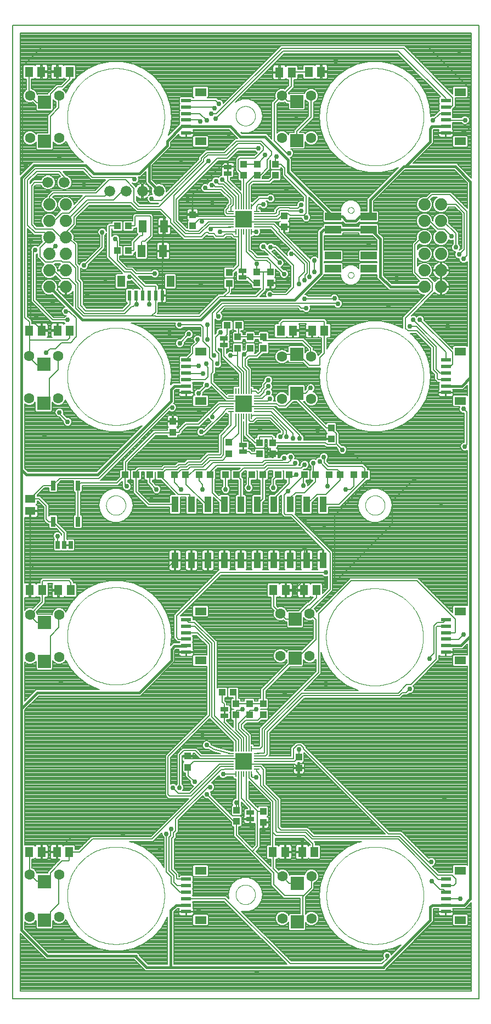
<source format=gtl>
G75*
%MOIN*%
%OFA0B0*%
%FSLAX25Y25*%
%IPPOS*%
%LPD*%
%AMOC8*
5,1,8,0,0,1.08239X$1,22.5*
%
%ADD10C,0.00039*%
%ADD11C,0.00787*%
%ADD12R,0.06102X0.02362*%
%ADD13R,0.07087X0.04724*%
%ADD14R,0.07874X0.07874*%
%ADD15R,0.05118X0.06299*%
%ADD16R,0.04449X0.09606*%
%ADD17R,0.03346X0.00787*%
%ADD18R,0.00787X0.03346*%
%ADD19R,0.10433X0.10433*%
%ADD20R,0.03937X0.04331*%
%ADD21R,0.04331X0.03937*%
%ADD22R,0.03000X0.06000*%
%ADD23R,0.06299X0.05118*%
%ADD24R,0.05000X0.02500*%
%ADD25C,0.01000*%
%ADD26R,0.05000X0.07500*%
%ADD27C,0.06600*%
%ADD28R,0.09843X0.04724*%
%ADD29C,0.00000*%
%ADD30R,0.02500X0.05000*%
%ADD31C,0.06299*%
%ADD32R,0.02362X0.06102*%
%ADD33R,0.04724X0.07087*%
%ADD34C,0.07400*%
%ADD35C,0.00800*%
%ADD36C,0.02978*%
%ADD37C,0.01575*%
D10*
X0082389Y0113345D02*
X0082398Y0114069D01*
X0082425Y0114792D01*
X0082469Y0115515D01*
X0082531Y0116237D01*
X0082611Y0116956D01*
X0082708Y0117674D01*
X0082823Y0118388D01*
X0082956Y0119100D01*
X0083106Y0119808D01*
X0083273Y0120513D01*
X0083458Y0121213D01*
X0083659Y0121908D01*
X0083878Y0122599D01*
X0084113Y0123283D01*
X0084366Y0123962D01*
X0084635Y0124634D01*
X0084920Y0125300D01*
X0085221Y0125958D01*
X0085539Y0126609D01*
X0085872Y0127251D01*
X0086221Y0127885D01*
X0086586Y0128511D01*
X0086966Y0129127D01*
X0087361Y0129734D01*
X0087770Y0130331D01*
X0088194Y0130918D01*
X0088633Y0131494D01*
X0089085Y0132060D01*
X0089551Y0132614D01*
X0090031Y0133156D01*
X0090524Y0133686D01*
X0091029Y0134205D01*
X0091548Y0134710D01*
X0092078Y0135203D01*
X0092620Y0135683D01*
X0093174Y0136149D01*
X0093740Y0136601D01*
X0094316Y0137040D01*
X0094903Y0137464D01*
X0095500Y0137873D01*
X0096107Y0138268D01*
X0096723Y0138648D01*
X0097349Y0139013D01*
X0097983Y0139362D01*
X0098625Y0139695D01*
X0099276Y0140013D01*
X0099934Y0140314D01*
X0100600Y0140599D01*
X0101272Y0140868D01*
X0101951Y0141121D01*
X0102635Y0141356D01*
X0103326Y0141575D01*
X0104021Y0141776D01*
X0104721Y0141961D01*
X0105426Y0142128D01*
X0106134Y0142278D01*
X0106846Y0142411D01*
X0107560Y0142526D01*
X0108278Y0142623D01*
X0108997Y0142703D01*
X0109719Y0142765D01*
X0110442Y0142809D01*
X0111165Y0142836D01*
X0111889Y0142845D01*
X0112613Y0142836D01*
X0113336Y0142809D01*
X0114059Y0142765D01*
X0114781Y0142703D01*
X0115500Y0142623D01*
X0116218Y0142526D01*
X0116932Y0142411D01*
X0117644Y0142278D01*
X0118352Y0142128D01*
X0119057Y0141961D01*
X0119757Y0141776D01*
X0120452Y0141575D01*
X0121143Y0141356D01*
X0121827Y0141121D01*
X0122506Y0140868D01*
X0123178Y0140599D01*
X0123844Y0140314D01*
X0124502Y0140013D01*
X0125153Y0139695D01*
X0125795Y0139362D01*
X0126429Y0139013D01*
X0127055Y0138648D01*
X0127671Y0138268D01*
X0128278Y0137873D01*
X0128875Y0137464D01*
X0129462Y0137040D01*
X0130038Y0136601D01*
X0130604Y0136149D01*
X0131158Y0135683D01*
X0131700Y0135203D01*
X0132230Y0134710D01*
X0132749Y0134205D01*
X0133254Y0133686D01*
X0133747Y0133156D01*
X0134227Y0132614D01*
X0134693Y0132060D01*
X0135145Y0131494D01*
X0135584Y0130918D01*
X0136008Y0130331D01*
X0136417Y0129734D01*
X0136812Y0129127D01*
X0137192Y0128511D01*
X0137557Y0127885D01*
X0137906Y0127251D01*
X0138239Y0126609D01*
X0138557Y0125958D01*
X0138858Y0125300D01*
X0139143Y0124634D01*
X0139412Y0123962D01*
X0139665Y0123283D01*
X0139900Y0122599D01*
X0140119Y0121908D01*
X0140320Y0121213D01*
X0140505Y0120513D01*
X0140672Y0119808D01*
X0140822Y0119100D01*
X0140955Y0118388D01*
X0141070Y0117674D01*
X0141167Y0116956D01*
X0141247Y0116237D01*
X0141309Y0115515D01*
X0141353Y0114792D01*
X0141380Y0114069D01*
X0141389Y0113345D01*
X0141380Y0112621D01*
X0141353Y0111898D01*
X0141309Y0111175D01*
X0141247Y0110453D01*
X0141167Y0109734D01*
X0141070Y0109016D01*
X0140955Y0108302D01*
X0140822Y0107590D01*
X0140672Y0106882D01*
X0140505Y0106177D01*
X0140320Y0105477D01*
X0140119Y0104782D01*
X0139900Y0104091D01*
X0139665Y0103407D01*
X0139412Y0102728D01*
X0139143Y0102056D01*
X0138858Y0101390D01*
X0138557Y0100732D01*
X0138239Y0100081D01*
X0137906Y0099439D01*
X0137557Y0098805D01*
X0137192Y0098179D01*
X0136812Y0097563D01*
X0136417Y0096956D01*
X0136008Y0096359D01*
X0135584Y0095772D01*
X0135145Y0095196D01*
X0134693Y0094630D01*
X0134227Y0094076D01*
X0133747Y0093534D01*
X0133254Y0093004D01*
X0132749Y0092485D01*
X0132230Y0091980D01*
X0131700Y0091487D01*
X0131158Y0091007D01*
X0130604Y0090541D01*
X0130038Y0090089D01*
X0129462Y0089650D01*
X0128875Y0089226D01*
X0128278Y0088817D01*
X0127671Y0088422D01*
X0127055Y0088042D01*
X0126429Y0087677D01*
X0125795Y0087328D01*
X0125153Y0086995D01*
X0124502Y0086677D01*
X0123844Y0086376D01*
X0123178Y0086091D01*
X0122506Y0085822D01*
X0121827Y0085569D01*
X0121143Y0085334D01*
X0120452Y0085115D01*
X0119757Y0084914D01*
X0119057Y0084729D01*
X0118352Y0084562D01*
X0117644Y0084412D01*
X0116932Y0084279D01*
X0116218Y0084164D01*
X0115500Y0084067D01*
X0114781Y0083987D01*
X0114059Y0083925D01*
X0113336Y0083881D01*
X0112613Y0083854D01*
X0111889Y0083845D01*
X0111165Y0083854D01*
X0110442Y0083881D01*
X0109719Y0083925D01*
X0108997Y0083987D01*
X0108278Y0084067D01*
X0107560Y0084164D01*
X0106846Y0084279D01*
X0106134Y0084412D01*
X0105426Y0084562D01*
X0104721Y0084729D01*
X0104021Y0084914D01*
X0103326Y0085115D01*
X0102635Y0085334D01*
X0101951Y0085569D01*
X0101272Y0085822D01*
X0100600Y0086091D01*
X0099934Y0086376D01*
X0099276Y0086677D01*
X0098625Y0086995D01*
X0097983Y0087328D01*
X0097349Y0087677D01*
X0096723Y0088042D01*
X0096107Y0088422D01*
X0095500Y0088817D01*
X0094903Y0089226D01*
X0094316Y0089650D01*
X0093740Y0090089D01*
X0093174Y0090541D01*
X0092620Y0091007D01*
X0092078Y0091487D01*
X0091548Y0091980D01*
X0091029Y0092485D01*
X0090524Y0093004D01*
X0090031Y0093534D01*
X0089551Y0094076D01*
X0089085Y0094630D01*
X0088633Y0095196D01*
X0088194Y0095772D01*
X0087770Y0096359D01*
X0087361Y0096956D01*
X0086966Y0097563D01*
X0086586Y0098179D01*
X0086221Y0098805D01*
X0085872Y0099439D01*
X0085539Y0100081D01*
X0085221Y0100732D01*
X0084920Y0101390D01*
X0084635Y0102056D01*
X0084366Y0102728D01*
X0084113Y0103407D01*
X0083878Y0104091D01*
X0083659Y0104782D01*
X0083458Y0105477D01*
X0083273Y0106177D01*
X0083106Y0106882D01*
X0082956Y0107590D01*
X0082823Y0108302D01*
X0082708Y0109016D01*
X0082611Y0109734D01*
X0082531Y0110453D01*
X0082469Y0111175D01*
X0082425Y0111898D01*
X0082398Y0112621D01*
X0082389Y0113345D01*
X0082389Y0270825D02*
X0082398Y0271549D01*
X0082425Y0272272D01*
X0082469Y0272995D01*
X0082531Y0273717D01*
X0082611Y0274436D01*
X0082708Y0275154D01*
X0082823Y0275868D01*
X0082956Y0276580D01*
X0083106Y0277288D01*
X0083273Y0277993D01*
X0083458Y0278693D01*
X0083659Y0279388D01*
X0083878Y0280079D01*
X0084113Y0280763D01*
X0084366Y0281442D01*
X0084635Y0282114D01*
X0084920Y0282780D01*
X0085221Y0283438D01*
X0085539Y0284089D01*
X0085872Y0284731D01*
X0086221Y0285365D01*
X0086586Y0285991D01*
X0086966Y0286607D01*
X0087361Y0287214D01*
X0087770Y0287811D01*
X0088194Y0288398D01*
X0088633Y0288974D01*
X0089085Y0289540D01*
X0089551Y0290094D01*
X0090031Y0290636D01*
X0090524Y0291166D01*
X0091029Y0291685D01*
X0091548Y0292190D01*
X0092078Y0292683D01*
X0092620Y0293163D01*
X0093174Y0293629D01*
X0093740Y0294081D01*
X0094316Y0294520D01*
X0094903Y0294944D01*
X0095500Y0295353D01*
X0096107Y0295748D01*
X0096723Y0296128D01*
X0097349Y0296493D01*
X0097983Y0296842D01*
X0098625Y0297175D01*
X0099276Y0297493D01*
X0099934Y0297794D01*
X0100600Y0298079D01*
X0101272Y0298348D01*
X0101951Y0298601D01*
X0102635Y0298836D01*
X0103326Y0299055D01*
X0104021Y0299256D01*
X0104721Y0299441D01*
X0105426Y0299608D01*
X0106134Y0299758D01*
X0106846Y0299891D01*
X0107560Y0300006D01*
X0108278Y0300103D01*
X0108997Y0300183D01*
X0109719Y0300245D01*
X0110442Y0300289D01*
X0111165Y0300316D01*
X0111889Y0300325D01*
X0112613Y0300316D01*
X0113336Y0300289D01*
X0114059Y0300245D01*
X0114781Y0300183D01*
X0115500Y0300103D01*
X0116218Y0300006D01*
X0116932Y0299891D01*
X0117644Y0299758D01*
X0118352Y0299608D01*
X0119057Y0299441D01*
X0119757Y0299256D01*
X0120452Y0299055D01*
X0121143Y0298836D01*
X0121827Y0298601D01*
X0122506Y0298348D01*
X0123178Y0298079D01*
X0123844Y0297794D01*
X0124502Y0297493D01*
X0125153Y0297175D01*
X0125795Y0296842D01*
X0126429Y0296493D01*
X0127055Y0296128D01*
X0127671Y0295748D01*
X0128278Y0295353D01*
X0128875Y0294944D01*
X0129462Y0294520D01*
X0130038Y0294081D01*
X0130604Y0293629D01*
X0131158Y0293163D01*
X0131700Y0292683D01*
X0132230Y0292190D01*
X0132749Y0291685D01*
X0133254Y0291166D01*
X0133747Y0290636D01*
X0134227Y0290094D01*
X0134693Y0289540D01*
X0135145Y0288974D01*
X0135584Y0288398D01*
X0136008Y0287811D01*
X0136417Y0287214D01*
X0136812Y0286607D01*
X0137192Y0285991D01*
X0137557Y0285365D01*
X0137906Y0284731D01*
X0138239Y0284089D01*
X0138557Y0283438D01*
X0138858Y0282780D01*
X0139143Y0282114D01*
X0139412Y0281442D01*
X0139665Y0280763D01*
X0139900Y0280079D01*
X0140119Y0279388D01*
X0140320Y0278693D01*
X0140505Y0277993D01*
X0140672Y0277288D01*
X0140822Y0276580D01*
X0140955Y0275868D01*
X0141070Y0275154D01*
X0141167Y0274436D01*
X0141247Y0273717D01*
X0141309Y0272995D01*
X0141353Y0272272D01*
X0141380Y0271549D01*
X0141389Y0270825D01*
X0141380Y0270101D01*
X0141353Y0269378D01*
X0141309Y0268655D01*
X0141247Y0267933D01*
X0141167Y0267214D01*
X0141070Y0266496D01*
X0140955Y0265782D01*
X0140822Y0265070D01*
X0140672Y0264362D01*
X0140505Y0263657D01*
X0140320Y0262957D01*
X0140119Y0262262D01*
X0139900Y0261571D01*
X0139665Y0260887D01*
X0139412Y0260208D01*
X0139143Y0259536D01*
X0138858Y0258870D01*
X0138557Y0258212D01*
X0138239Y0257561D01*
X0137906Y0256919D01*
X0137557Y0256285D01*
X0137192Y0255659D01*
X0136812Y0255043D01*
X0136417Y0254436D01*
X0136008Y0253839D01*
X0135584Y0253252D01*
X0135145Y0252676D01*
X0134693Y0252110D01*
X0134227Y0251556D01*
X0133747Y0251014D01*
X0133254Y0250484D01*
X0132749Y0249965D01*
X0132230Y0249460D01*
X0131700Y0248967D01*
X0131158Y0248487D01*
X0130604Y0248021D01*
X0130038Y0247569D01*
X0129462Y0247130D01*
X0128875Y0246706D01*
X0128278Y0246297D01*
X0127671Y0245902D01*
X0127055Y0245522D01*
X0126429Y0245157D01*
X0125795Y0244808D01*
X0125153Y0244475D01*
X0124502Y0244157D01*
X0123844Y0243856D01*
X0123178Y0243571D01*
X0122506Y0243302D01*
X0121827Y0243049D01*
X0121143Y0242814D01*
X0120452Y0242595D01*
X0119757Y0242394D01*
X0119057Y0242209D01*
X0118352Y0242042D01*
X0117644Y0241892D01*
X0116932Y0241759D01*
X0116218Y0241644D01*
X0115500Y0241547D01*
X0114781Y0241467D01*
X0114059Y0241405D01*
X0113336Y0241361D01*
X0112613Y0241334D01*
X0111889Y0241325D01*
X0111165Y0241334D01*
X0110442Y0241361D01*
X0109719Y0241405D01*
X0108997Y0241467D01*
X0108278Y0241547D01*
X0107560Y0241644D01*
X0106846Y0241759D01*
X0106134Y0241892D01*
X0105426Y0242042D01*
X0104721Y0242209D01*
X0104021Y0242394D01*
X0103326Y0242595D01*
X0102635Y0242814D01*
X0101951Y0243049D01*
X0101272Y0243302D01*
X0100600Y0243571D01*
X0099934Y0243856D01*
X0099276Y0244157D01*
X0098625Y0244475D01*
X0097983Y0244808D01*
X0097349Y0245157D01*
X0096723Y0245522D01*
X0096107Y0245902D01*
X0095500Y0246297D01*
X0094903Y0246706D01*
X0094316Y0247130D01*
X0093740Y0247569D01*
X0093174Y0248021D01*
X0092620Y0248487D01*
X0092078Y0248967D01*
X0091548Y0249460D01*
X0091029Y0249965D01*
X0090524Y0250484D01*
X0090031Y0251014D01*
X0089551Y0251556D01*
X0089085Y0252110D01*
X0088633Y0252676D01*
X0088194Y0253252D01*
X0087770Y0253839D01*
X0087361Y0254436D01*
X0086966Y0255043D01*
X0086586Y0255659D01*
X0086221Y0256285D01*
X0085872Y0256919D01*
X0085539Y0257561D01*
X0085221Y0258212D01*
X0084920Y0258870D01*
X0084635Y0259536D01*
X0084366Y0260208D01*
X0084113Y0260887D01*
X0083878Y0261571D01*
X0083659Y0262262D01*
X0083458Y0262957D01*
X0083273Y0263657D01*
X0083106Y0264362D01*
X0082956Y0265070D01*
X0082823Y0265782D01*
X0082708Y0266496D01*
X0082611Y0267214D01*
X0082531Y0267933D01*
X0082469Y0268655D01*
X0082425Y0269378D01*
X0082398Y0270101D01*
X0082389Y0270825D01*
X0111885Y0344258D02*
X0111733Y0344260D01*
X0111581Y0344266D01*
X0111429Y0344276D01*
X0111278Y0344289D01*
X0111127Y0344307D01*
X0110976Y0344328D01*
X0110826Y0344354D01*
X0110677Y0344383D01*
X0110528Y0344416D01*
X0110381Y0344453D01*
X0110234Y0344493D01*
X0110089Y0344538D01*
X0109945Y0344586D01*
X0109802Y0344638D01*
X0109660Y0344693D01*
X0109520Y0344752D01*
X0109381Y0344815D01*
X0109244Y0344881D01*
X0109109Y0344951D01*
X0108976Y0345024D01*
X0108845Y0345101D01*
X0108715Y0345181D01*
X0108588Y0345264D01*
X0108463Y0345350D01*
X0108340Y0345440D01*
X0108220Y0345533D01*
X0108102Y0345629D01*
X0107986Y0345728D01*
X0107873Y0345830D01*
X0107763Y0345934D01*
X0107655Y0346042D01*
X0107551Y0346152D01*
X0107449Y0346265D01*
X0107350Y0346381D01*
X0107254Y0346499D01*
X0107161Y0346619D01*
X0107071Y0346742D01*
X0106985Y0346867D01*
X0106902Y0346994D01*
X0106822Y0347124D01*
X0106745Y0347255D01*
X0106672Y0347388D01*
X0106602Y0347523D01*
X0106536Y0347660D01*
X0106473Y0347799D01*
X0106414Y0347939D01*
X0106359Y0348081D01*
X0106307Y0348224D01*
X0106259Y0348368D01*
X0106214Y0348513D01*
X0106174Y0348660D01*
X0106137Y0348807D01*
X0106104Y0348956D01*
X0106075Y0349105D01*
X0106049Y0349255D01*
X0106028Y0349406D01*
X0106010Y0349557D01*
X0105997Y0349708D01*
X0105987Y0349860D01*
X0105981Y0350012D01*
X0105979Y0350164D01*
X0105981Y0350316D01*
X0105987Y0350468D01*
X0105997Y0350620D01*
X0106010Y0350771D01*
X0106028Y0350922D01*
X0106049Y0351073D01*
X0106075Y0351223D01*
X0106104Y0351372D01*
X0106137Y0351521D01*
X0106174Y0351668D01*
X0106214Y0351815D01*
X0106259Y0351960D01*
X0106307Y0352104D01*
X0106359Y0352247D01*
X0106414Y0352389D01*
X0106473Y0352529D01*
X0106536Y0352668D01*
X0106602Y0352805D01*
X0106672Y0352940D01*
X0106745Y0353073D01*
X0106822Y0353204D01*
X0106902Y0353334D01*
X0106985Y0353461D01*
X0107071Y0353586D01*
X0107161Y0353709D01*
X0107254Y0353829D01*
X0107350Y0353947D01*
X0107449Y0354063D01*
X0107551Y0354176D01*
X0107655Y0354286D01*
X0107763Y0354394D01*
X0107873Y0354498D01*
X0107986Y0354600D01*
X0108102Y0354699D01*
X0108220Y0354795D01*
X0108340Y0354888D01*
X0108463Y0354978D01*
X0108588Y0355064D01*
X0108715Y0355147D01*
X0108845Y0355227D01*
X0108976Y0355304D01*
X0109109Y0355377D01*
X0109244Y0355447D01*
X0109381Y0355513D01*
X0109520Y0355576D01*
X0109660Y0355635D01*
X0109802Y0355690D01*
X0109945Y0355742D01*
X0110089Y0355790D01*
X0110234Y0355835D01*
X0110381Y0355875D01*
X0110528Y0355912D01*
X0110677Y0355945D01*
X0110826Y0355974D01*
X0110976Y0356000D01*
X0111127Y0356021D01*
X0111278Y0356039D01*
X0111429Y0356052D01*
X0111581Y0356062D01*
X0111733Y0356068D01*
X0111885Y0356070D01*
X0112037Y0356068D01*
X0112189Y0356062D01*
X0112341Y0356052D01*
X0112492Y0356039D01*
X0112643Y0356021D01*
X0112794Y0356000D01*
X0112944Y0355974D01*
X0113093Y0355945D01*
X0113242Y0355912D01*
X0113389Y0355875D01*
X0113536Y0355835D01*
X0113681Y0355790D01*
X0113825Y0355742D01*
X0113968Y0355690D01*
X0114110Y0355635D01*
X0114250Y0355576D01*
X0114389Y0355513D01*
X0114526Y0355447D01*
X0114661Y0355377D01*
X0114794Y0355304D01*
X0114925Y0355227D01*
X0115055Y0355147D01*
X0115182Y0355064D01*
X0115307Y0354978D01*
X0115430Y0354888D01*
X0115550Y0354795D01*
X0115668Y0354699D01*
X0115784Y0354600D01*
X0115897Y0354498D01*
X0116007Y0354394D01*
X0116115Y0354286D01*
X0116219Y0354176D01*
X0116321Y0354063D01*
X0116420Y0353947D01*
X0116516Y0353829D01*
X0116609Y0353709D01*
X0116699Y0353586D01*
X0116785Y0353461D01*
X0116868Y0353334D01*
X0116948Y0353204D01*
X0117025Y0353073D01*
X0117098Y0352940D01*
X0117168Y0352805D01*
X0117234Y0352668D01*
X0117297Y0352529D01*
X0117356Y0352389D01*
X0117411Y0352247D01*
X0117463Y0352104D01*
X0117511Y0351960D01*
X0117556Y0351815D01*
X0117596Y0351668D01*
X0117633Y0351521D01*
X0117666Y0351372D01*
X0117695Y0351223D01*
X0117721Y0351073D01*
X0117742Y0350922D01*
X0117760Y0350771D01*
X0117773Y0350620D01*
X0117783Y0350468D01*
X0117789Y0350316D01*
X0117791Y0350164D01*
X0117789Y0350012D01*
X0117783Y0349860D01*
X0117773Y0349708D01*
X0117760Y0349557D01*
X0117742Y0349406D01*
X0117721Y0349255D01*
X0117695Y0349105D01*
X0117666Y0348956D01*
X0117633Y0348807D01*
X0117596Y0348660D01*
X0117556Y0348513D01*
X0117511Y0348368D01*
X0117463Y0348224D01*
X0117411Y0348081D01*
X0117356Y0347939D01*
X0117297Y0347799D01*
X0117234Y0347660D01*
X0117168Y0347523D01*
X0117098Y0347388D01*
X0117025Y0347255D01*
X0116948Y0347124D01*
X0116868Y0346994D01*
X0116785Y0346867D01*
X0116699Y0346742D01*
X0116609Y0346619D01*
X0116516Y0346499D01*
X0116420Y0346381D01*
X0116321Y0346265D01*
X0116219Y0346152D01*
X0116115Y0346042D01*
X0116007Y0345934D01*
X0115897Y0345830D01*
X0115784Y0345728D01*
X0115668Y0345629D01*
X0115550Y0345533D01*
X0115430Y0345440D01*
X0115307Y0345350D01*
X0115182Y0345264D01*
X0115055Y0345181D01*
X0114925Y0345101D01*
X0114794Y0345024D01*
X0114661Y0344951D01*
X0114526Y0344881D01*
X0114389Y0344815D01*
X0114250Y0344752D01*
X0114110Y0344693D01*
X0113968Y0344638D01*
X0113825Y0344586D01*
X0113681Y0344538D01*
X0113536Y0344493D01*
X0113389Y0344453D01*
X0113242Y0344416D01*
X0113093Y0344383D01*
X0112944Y0344354D01*
X0112794Y0344328D01*
X0112643Y0344307D01*
X0112492Y0344289D01*
X0112341Y0344276D01*
X0112189Y0344266D01*
X0112037Y0344260D01*
X0111885Y0344258D01*
X0082389Y0428306D02*
X0082398Y0429030D01*
X0082425Y0429753D01*
X0082469Y0430476D01*
X0082531Y0431198D01*
X0082611Y0431917D01*
X0082708Y0432635D01*
X0082823Y0433349D01*
X0082956Y0434061D01*
X0083106Y0434769D01*
X0083273Y0435474D01*
X0083458Y0436174D01*
X0083659Y0436869D01*
X0083878Y0437560D01*
X0084113Y0438244D01*
X0084366Y0438923D01*
X0084635Y0439595D01*
X0084920Y0440261D01*
X0085221Y0440919D01*
X0085539Y0441570D01*
X0085872Y0442212D01*
X0086221Y0442846D01*
X0086586Y0443472D01*
X0086966Y0444088D01*
X0087361Y0444695D01*
X0087770Y0445292D01*
X0088194Y0445879D01*
X0088633Y0446455D01*
X0089085Y0447021D01*
X0089551Y0447575D01*
X0090031Y0448117D01*
X0090524Y0448647D01*
X0091029Y0449166D01*
X0091548Y0449671D01*
X0092078Y0450164D01*
X0092620Y0450644D01*
X0093174Y0451110D01*
X0093740Y0451562D01*
X0094316Y0452001D01*
X0094903Y0452425D01*
X0095500Y0452834D01*
X0096107Y0453229D01*
X0096723Y0453609D01*
X0097349Y0453974D01*
X0097983Y0454323D01*
X0098625Y0454656D01*
X0099276Y0454974D01*
X0099934Y0455275D01*
X0100600Y0455560D01*
X0101272Y0455829D01*
X0101951Y0456082D01*
X0102635Y0456317D01*
X0103326Y0456536D01*
X0104021Y0456737D01*
X0104721Y0456922D01*
X0105426Y0457089D01*
X0106134Y0457239D01*
X0106846Y0457372D01*
X0107560Y0457487D01*
X0108278Y0457584D01*
X0108997Y0457664D01*
X0109719Y0457726D01*
X0110442Y0457770D01*
X0111165Y0457797D01*
X0111889Y0457806D01*
X0112613Y0457797D01*
X0113336Y0457770D01*
X0114059Y0457726D01*
X0114781Y0457664D01*
X0115500Y0457584D01*
X0116218Y0457487D01*
X0116932Y0457372D01*
X0117644Y0457239D01*
X0118352Y0457089D01*
X0119057Y0456922D01*
X0119757Y0456737D01*
X0120452Y0456536D01*
X0121143Y0456317D01*
X0121827Y0456082D01*
X0122506Y0455829D01*
X0123178Y0455560D01*
X0123844Y0455275D01*
X0124502Y0454974D01*
X0125153Y0454656D01*
X0125795Y0454323D01*
X0126429Y0453974D01*
X0127055Y0453609D01*
X0127671Y0453229D01*
X0128278Y0452834D01*
X0128875Y0452425D01*
X0129462Y0452001D01*
X0130038Y0451562D01*
X0130604Y0451110D01*
X0131158Y0450644D01*
X0131700Y0450164D01*
X0132230Y0449671D01*
X0132749Y0449166D01*
X0133254Y0448647D01*
X0133747Y0448117D01*
X0134227Y0447575D01*
X0134693Y0447021D01*
X0135145Y0446455D01*
X0135584Y0445879D01*
X0136008Y0445292D01*
X0136417Y0444695D01*
X0136812Y0444088D01*
X0137192Y0443472D01*
X0137557Y0442846D01*
X0137906Y0442212D01*
X0138239Y0441570D01*
X0138557Y0440919D01*
X0138858Y0440261D01*
X0139143Y0439595D01*
X0139412Y0438923D01*
X0139665Y0438244D01*
X0139900Y0437560D01*
X0140119Y0436869D01*
X0140320Y0436174D01*
X0140505Y0435474D01*
X0140672Y0434769D01*
X0140822Y0434061D01*
X0140955Y0433349D01*
X0141070Y0432635D01*
X0141167Y0431917D01*
X0141247Y0431198D01*
X0141309Y0430476D01*
X0141353Y0429753D01*
X0141380Y0429030D01*
X0141389Y0428306D01*
X0141380Y0427582D01*
X0141353Y0426859D01*
X0141309Y0426136D01*
X0141247Y0425414D01*
X0141167Y0424695D01*
X0141070Y0423977D01*
X0140955Y0423263D01*
X0140822Y0422551D01*
X0140672Y0421843D01*
X0140505Y0421138D01*
X0140320Y0420438D01*
X0140119Y0419743D01*
X0139900Y0419052D01*
X0139665Y0418368D01*
X0139412Y0417689D01*
X0139143Y0417017D01*
X0138858Y0416351D01*
X0138557Y0415693D01*
X0138239Y0415042D01*
X0137906Y0414400D01*
X0137557Y0413766D01*
X0137192Y0413140D01*
X0136812Y0412524D01*
X0136417Y0411917D01*
X0136008Y0411320D01*
X0135584Y0410733D01*
X0135145Y0410157D01*
X0134693Y0409591D01*
X0134227Y0409037D01*
X0133747Y0408495D01*
X0133254Y0407965D01*
X0132749Y0407446D01*
X0132230Y0406941D01*
X0131700Y0406448D01*
X0131158Y0405968D01*
X0130604Y0405502D01*
X0130038Y0405050D01*
X0129462Y0404611D01*
X0128875Y0404187D01*
X0128278Y0403778D01*
X0127671Y0403383D01*
X0127055Y0403003D01*
X0126429Y0402638D01*
X0125795Y0402289D01*
X0125153Y0401956D01*
X0124502Y0401638D01*
X0123844Y0401337D01*
X0123178Y0401052D01*
X0122506Y0400783D01*
X0121827Y0400530D01*
X0121143Y0400295D01*
X0120452Y0400076D01*
X0119757Y0399875D01*
X0119057Y0399690D01*
X0118352Y0399523D01*
X0117644Y0399373D01*
X0116932Y0399240D01*
X0116218Y0399125D01*
X0115500Y0399028D01*
X0114781Y0398948D01*
X0114059Y0398886D01*
X0113336Y0398842D01*
X0112613Y0398815D01*
X0111889Y0398806D01*
X0111165Y0398815D01*
X0110442Y0398842D01*
X0109719Y0398886D01*
X0108997Y0398948D01*
X0108278Y0399028D01*
X0107560Y0399125D01*
X0106846Y0399240D01*
X0106134Y0399373D01*
X0105426Y0399523D01*
X0104721Y0399690D01*
X0104021Y0399875D01*
X0103326Y0400076D01*
X0102635Y0400295D01*
X0101951Y0400530D01*
X0101272Y0400783D01*
X0100600Y0401052D01*
X0099934Y0401337D01*
X0099276Y0401638D01*
X0098625Y0401956D01*
X0097983Y0402289D01*
X0097349Y0402638D01*
X0096723Y0403003D01*
X0096107Y0403383D01*
X0095500Y0403778D01*
X0094903Y0404187D01*
X0094316Y0404611D01*
X0093740Y0405050D01*
X0093174Y0405502D01*
X0092620Y0405968D01*
X0092078Y0406448D01*
X0091548Y0406941D01*
X0091029Y0407446D01*
X0090524Y0407965D01*
X0090031Y0408495D01*
X0089551Y0409037D01*
X0089085Y0409591D01*
X0088633Y0410157D01*
X0088194Y0410733D01*
X0087770Y0411320D01*
X0087361Y0411917D01*
X0086966Y0412524D01*
X0086586Y0413140D01*
X0086221Y0413766D01*
X0085872Y0414400D01*
X0085539Y0415042D01*
X0085221Y0415693D01*
X0084920Y0416351D01*
X0084635Y0417017D01*
X0084366Y0417689D01*
X0084113Y0418368D01*
X0083878Y0419052D01*
X0083659Y0419743D01*
X0083458Y0420438D01*
X0083273Y0421138D01*
X0083106Y0421843D01*
X0082956Y0422551D01*
X0082823Y0423263D01*
X0082708Y0423977D01*
X0082611Y0424695D01*
X0082531Y0425414D01*
X0082469Y0426136D01*
X0082425Y0426859D01*
X0082398Y0427582D01*
X0082389Y0428306D01*
X0082389Y0585786D02*
X0082398Y0586510D01*
X0082425Y0587233D01*
X0082469Y0587956D01*
X0082531Y0588678D01*
X0082611Y0589397D01*
X0082708Y0590115D01*
X0082823Y0590829D01*
X0082956Y0591541D01*
X0083106Y0592249D01*
X0083273Y0592954D01*
X0083458Y0593654D01*
X0083659Y0594349D01*
X0083878Y0595040D01*
X0084113Y0595724D01*
X0084366Y0596403D01*
X0084635Y0597075D01*
X0084920Y0597741D01*
X0085221Y0598399D01*
X0085539Y0599050D01*
X0085872Y0599692D01*
X0086221Y0600326D01*
X0086586Y0600952D01*
X0086966Y0601568D01*
X0087361Y0602175D01*
X0087770Y0602772D01*
X0088194Y0603359D01*
X0088633Y0603935D01*
X0089085Y0604501D01*
X0089551Y0605055D01*
X0090031Y0605597D01*
X0090524Y0606127D01*
X0091029Y0606646D01*
X0091548Y0607151D01*
X0092078Y0607644D01*
X0092620Y0608124D01*
X0093174Y0608590D01*
X0093740Y0609042D01*
X0094316Y0609481D01*
X0094903Y0609905D01*
X0095500Y0610314D01*
X0096107Y0610709D01*
X0096723Y0611089D01*
X0097349Y0611454D01*
X0097983Y0611803D01*
X0098625Y0612136D01*
X0099276Y0612454D01*
X0099934Y0612755D01*
X0100600Y0613040D01*
X0101272Y0613309D01*
X0101951Y0613562D01*
X0102635Y0613797D01*
X0103326Y0614016D01*
X0104021Y0614217D01*
X0104721Y0614402D01*
X0105426Y0614569D01*
X0106134Y0614719D01*
X0106846Y0614852D01*
X0107560Y0614967D01*
X0108278Y0615064D01*
X0108997Y0615144D01*
X0109719Y0615206D01*
X0110442Y0615250D01*
X0111165Y0615277D01*
X0111889Y0615286D01*
X0112613Y0615277D01*
X0113336Y0615250D01*
X0114059Y0615206D01*
X0114781Y0615144D01*
X0115500Y0615064D01*
X0116218Y0614967D01*
X0116932Y0614852D01*
X0117644Y0614719D01*
X0118352Y0614569D01*
X0119057Y0614402D01*
X0119757Y0614217D01*
X0120452Y0614016D01*
X0121143Y0613797D01*
X0121827Y0613562D01*
X0122506Y0613309D01*
X0123178Y0613040D01*
X0123844Y0612755D01*
X0124502Y0612454D01*
X0125153Y0612136D01*
X0125795Y0611803D01*
X0126429Y0611454D01*
X0127055Y0611089D01*
X0127671Y0610709D01*
X0128278Y0610314D01*
X0128875Y0609905D01*
X0129462Y0609481D01*
X0130038Y0609042D01*
X0130604Y0608590D01*
X0131158Y0608124D01*
X0131700Y0607644D01*
X0132230Y0607151D01*
X0132749Y0606646D01*
X0133254Y0606127D01*
X0133747Y0605597D01*
X0134227Y0605055D01*
X0134693Y0604501D01*
X0135145Y0603935D01*
X0135584Y0603359D01*
X0136008Y0602772D01*
X0136417Y0602175D01*
X0136812Y0601568D01*
X0137192Y0600952D01*
X0137557Y0600326D01*
X0137906Y0599692D01*
X0138239Y0599050D01*
X0138557Y0598399D01*
X0138858Y0597741D01*
X0139143Y0597075D01*
X0139412Y0596403D01*
X0139665Y0595724D01*
X0139900Y0595040D01*
X0140119Y0594349D01*
X0140320Y0593654D01*
X0140505Y0592954D01*
X0140672Y0592249D01*
X0140822Y0591541D01*
X0140955Y0590829D01*
X0141070Y0590115D01*
X0141167Y0589397D01*
X0141247Y0588678D01*
X0141309Y0587956D01*
X0141353Y0587233D01*
X0141380Y0586510D01*
X0141389Y0585786D01*
X0141380Y0585062D01*
X0141353Y0584339D01*
X0141309Y0583616D01*
X0141247Y0582894D01*
X0141167Y0582175D01*
X0141070Y0581457D01*
X0140955Y0580743D01*
X0140822Y0580031D01*
X0140672Y0579323D01*
X0140505Y0578618D01*
X0140320Y0577918D01*
X0140119Y0577223D01*
X0139900Y0576532D01*
X0139665Y0575848D01*
X0139412Y0575169D01*
X0139143Y0574497D01*
X0138858Y0573831D01*
X0138557Y0573173D01*
X0138239Y0572522D01*
X0137906Y0571880D01*
X0137557Y0571246D01*
X0137192Y0570620D01*
X0136812Y0570004D01*
X0136417Y0569397D01*
X0136008Y0568800D01*
X0135584Y0568213D01*
X0135145Y0567637D01*
X0134693Y0567071D01*
X0134227Y0566517D01*
X0133747Y0565975D01*
X0133254Y0565445D01*
X0132749Y0564926D01*
X0132230Y0564421D01*
X0131700Y0563928D01*
X0131158Y0563448D01*
X0130604Y0562982D01*
X0130038Y0562530D01*
X0129462Y0562091D01*
X0128875Y0561667D01*
X0128278Y0561258D01*
X0127671Y0560863D01*
X0127055Y0560483D01*
X0126429Y0560118D01*
X0125795Y0559769D01*
X0125153Y0559436D01*
X0124502Y0559118D01*
X0123844Y0558817D01*
X0123178Y0558532D01*
X0122506Y0558263D01*
X0121827Y0558010D01*
X0121143Y0557775D01*
X0120452Y0557556D01*
X0119757Y0557355D01*
X0119057Y0557170D01*
X0118352Y0557003D01*
X0117644Y0556853D01*
X0116932Y0556720D01*
X0116218Y0556605D01*
X0115500Y0556508D01*
X0114781Y0556428D01*
X0114059Y0556366D01*
X0113336Y0556322D01*
X0112613Y0556295D01*
X0111889Y0556286D01*
X0111165Y0556295D01*
X0110442Y0556322D01*
X0109719Y0556366D01*
X0108997Y0556428D01*
X0108278Y0556508D01*
X0107560Y0556605D01*
X0106846Y0556720D01*
X0106134Y0556853D01*
X0105426Y0557003D01*
X0104721Y0557170D01*
X0104021Y0557355D01*
X0103326Y0557556D01*
X0102635Y0557775D01*
X0101951Y0558010D01*
X0101272Y0558263D01*
X0100600Y0558532D01*
X0099934Y0558817D01*
X0099276Y0559118D01*
X0098625Y0559436D01*
X0097983Y0559769D01*
X0097349Y0560118D01*
X0096723Y0560483D01*
X0096107Y0560863D01*
X0095500Y0561258D01*
X0094903Y0561667D01*
X0094316Y0562091D01*
X0093740Y0562530D01*
X0093174Y0562982D01*
X0092620Y0563448D01*
X0092078Y0563928D01*
X0091548Y0564421D01*
X0091029Y0564926D01*
X0090524Y0565445D01*
X0090031Y0565975D01*
X0089551Y0566517D01*
X0089085Y0567071D01*
X0088633Y0567637D01*
X0088194Y0568213D01*
X0087770Y0568800D01*
X0087361Y0569397D01*
X0086966Y0570004D01*
X0086586Y0570620D01*
X0086221Y0571246D01*
X0085872Y0571880D01*
X0085539Y0572522D01*
X0085221Y0573173D01*
X0084920Y0573831D01*
X0084635Y0574497D01*
X0084366Y0575169D01*
X0084113Y0575848D01*
X0083878Y0576532D01*
X0083659Y0577223D01*
X0083458Y0577918D01*
X0083273Y0578618D01*
X0083106Y0579323D01*
X0082956Y0580031D01*
X0082823Y0580743D01*
X0082708Y0581457D01*
X0082611Y0582175D01*
X0082531Y0582894D01*
X0082469Y0583616D01*
X0082425Y0584339D01*
X0082398Y0585062D01*
X0082389Y0585786D01*
X0190625Y0580478D02*
X0190473Y0580480D01*
X0190321Y0580486D01*
X0190169Y0580496D01*
X0190018Y0580509D01*
X0189867Y0580527D01*
X0189716Y0580548D01*
X0189566Y0580574D01*
X0189417Y0580603D01*
X0189268Y0580636D01*
X0189121Y0580673D01*
X0188974Y0580713D01*
X0188829Y0580758D01*
X0188685Y0580806D01*
X0188542Y0580858D01*
X0188400Y0580913D01*
X0188260Y0580972D01*
X0188121Y0581035D01*
X0187984Y0581101D01*
X0187849Y0581171D01*
X0187716Y0581244D01*
X0187585Y0581321D01*
X0187455Y0581401D01*
X0187328Y0581484D01*
X0187203Y0581570D01*
X0187080Y0581660D01*
X0186960Y0581753D01*
X0186842Y0581849D01*
X0186726Y0581948D01*
X0186613Y0582050D01*
X0186503Y0582154D01*
X0186395Y0582262D01*
X0186291Y0582372D01*
X0186189Y0582485D01*
X0186090Y0582601D01*
X0185994Y0582719D01*
X0185901Y0582839D01*
X0185811Y0582962D01*
X0185725Y0583087D01*
X0185642Y0583214D01*
X0185562Y0583344D01*
X0185485Y0583475D01*
X0185412Y0583608D01*
X0185342Y0583743D01*
X0185276Y0583880D01*
X0185213Y0584019D01*
X0185154Y0584159D01*
X0185099Y0584301D01*
X0185047Y0584444D01*
X0184999Y0584588D01*
X0184954Y0584733D01*
X0184914Y0584880D01*
X0184877Y0585027D01*
X0184844Y0585176D01*
X0184815Y0585325D01*
X0184789Y0585475D01*
X0184768Y0585626D01*
X0184750Y0585777D01*
X0184737Y0585928D01*
X0184727Y0586080D01*
X0184721Y0586232D01*
X0184719Y0586384D01*
X0184721Y0586536D01*
X0184727Y0586688D01*
X0184737Y0586840D01*
X0184750Y0586991D01*
X0184768Y0587142D01*
X0184789Y0587293D01*
X0184815Y0587443D01*
X0184844Y0587592D01*
X0184877Y0587741D01*
X0184914Y0587888D01*
X0184954Y0588035D01*
X0184999Y0588180D01*
X0185047Y0588324D01*
X0185099Y0588467D01*
X0185154Y0588609D01*
X0185213Y0588749D01*
X0185276Y0588888D01*
X0185342Y0589025D01*
X0185412Y0589160D01*
X0185485Y0589293D01*
X0185562Y0589424D01*
X0185642Y0589554D01*
X0185725Y0589681D01*
X0185811Y0589806D01*
X0185901Y0589929D01*
X0185994Y0590049D01*
X0186090Y0590167D01*
X0186189Y0590283D01*
X0186291Y0590396D01*
X0186395Y0590506D01*
X0186503Y0590614D01*
X0186613Y0590718D01*
X0186726Y0590820D01*
X0186842Y0590919D01*
X0186960Y0591015D01*
X0187080Y0591108D01*
X0187203Y0591198D01*
X0187328Y0591284D01*
X0187455Y0591367D01*
X0187585Y0591447D01*
X0187716Y0591524D01*
X0187849Y0591597D01*
X0187984Y0591667D01*
X0188121Y0591733D01*
X0188260Y0591796D01*
X0188400Y0591855D01*
X0188542Y0591910D01*
X0188685Y0591962D01*
X0188829Y0592010D01*
X0188974Y0592055D01*
X0189121Y0592095D01*
X0189268Y0592132D01*
X0189417Y0592165D01*
X0189566Y0592194D01*
X0189716Y0592220D01*
X0189867Y0592241D01*
X0190018Y0592259D01*
X0190169Y0592272D01*
X0190321Y0592282D01*
X0190473Y0592288D01*
X0190625Y0592290D01*
X0190777Y0592288D01*
X0190929Y0592282D01*
X0191081Y0592272D01*
X0191232Y0592259D01*
X0191383Y0592241D01*
X0191534Y0592220D01*
X0191684Y0592194D01*
X0191833Y0592165D01*
X0191982Y0592132D01*
X0192129Y0592095D01*
X0192276Y0592055D01*
X0192421Y0592010D01*
X0192565Y0591962D01*
X0192708Y0591910D01*
X0192850Y0591855D01*
X0192990Y0591796D01*
X0193129Y0591733D01*
X0193266Y0591667D01*
X0193401Y0591597D01*
X0193534Y0591524D01*
X0193665Y0591447D01*
X0193795Y0591367D01*
X0193922Y0591284D01*
X0194047Y0591198D01*
X0194170Y0591108D01*
X0194290Y0591015D01*
X0194408Y0590919D01*
X0194524Y0590820D01*
X0194637Y0590718D01*
X0194747Y0590614D01*
X0194855Y0590506D01*
X0194959Y0590396D01*
X0195061Y0590283D01*
X0195160Y0590167D01*
X0195256Y0590049D01*
X0195349Y0589929D01*
X0195439Y0589806D01*
X0195525Y0589681D01*
X0195608Y0589554D01*
X0195688Y0589424D01*
X0195765Y0589293D01*
X0195838Y0589160D01*
X0195908Y0589025D01*
X0195974Y0588888D01*
X0196037Y0588749D01*
X0196096Y0588609D01*
X0196151Y0588467D01*
X0196203Y0588324D01*
X0196251Y0588180D01*
X0196296Y0588035D01*
X0196336Y0587888D01*
X0196373Y0587741D01*
X0196406Y0587592D01*
X0196435Y0587443D01*
X0196461Y0587293D01*
X0196482Y0587142D01*
X0196500Y0586991D01*
X0196513Y0586840D01*
X0196523Y0586688D01*
X0196529Y0586536D01*
X0196531Y0586384D01*
X0196529Y0586232D01*
X0196523Y0586080D01*
X0196513Y0585928D01*
X0196500Y0585777D01*
X0196482Y0585626D01*
X0196461Y0585475D01*
X0196435Y0585325D01*
X0196406Y0585176D01*
X0196373Y0585027D01*
X0196336Y0584880D01*
X0196296Y0584733D01*
X0196251Y0584588D01*
X0196203Y0584444D01*
X0196151Y0584301D01*
X0196096Y0584159D01*
X0196037Y0584019D01*
X0195974Y0583880D01*
X0195908Y0583743D01*
X0195838Y0583608D01*
X0195765Y0583475D01*
X0195688Y0583344D01*
X0195608Y0583214D01*
X0195525Y0583087D01*
X0195439Y0582962D01*
X0195349Y0582839D01*
X0195256Y0582719D01*
X0195160Y0582601D01*
X0195061Y0582485D01*
X0194959Y0582372D01*
X0194855Y0582262D01*
X0194747Y0582154D01*
X0194637Y0582050D01*
X0194524Y0581948D01*
X0194408Y0581849D01*
X0194290Y0581753D01*
X0194170Y0581660D01*
X0194047Y0581570D01*
X0193922Y0581484D01*
X0193795Y0581401D01*
X0193665Y0581321D01*
X0193534Y0581244D01*
X0193401Y0581171D01*
X0193266Y0581101D01*
X0193129Y0581035D01*
X0192990Y0580972D01*
X0192850Y0580913D01*
X0192708Y0580858D01*
X0192565Y0580806D01*
X0192421Y0580758D01*
X0192276Y0580713D01*
X0192129Y0580673D01*
X0191982Y0580636D01*
X0191833Y0580603D01*
X0191684Y0580574D01*
X0191534Y0580548D01*
X0191383Y0580527D01*
X0191232Y0580509D01*
X0191081Y0580496D01*
X0190929Y0580486D01*
X0190777Y0580480D01*
X0190625Y0580478D01*
X0239869Y0585786D02*
X0239878Y0586510D01*
X0239905Y0587233D01*
X0239949Y0587956D01*
X0240011Y0588678D01*
X0240091Y0589397D01*
X0240188Y0590115D01*
X0240303Y0590829D01*
X0240436Y0591541D01*
X0240586Y0592249D01*
X0240753Y0592954D01*
X0240938Y0593654D01*
X0241139Y0594349D01*
X0241358Y0595040D01*
X0241593Y0595724D01*
X0241846Y0596403D01*
X0242115Y0597075D01*
X0242400Y0597741D01*
X0242701Y0598399D01*
X0243019Y0599050D01*
X0243352Y0599692D01*
X0243701Y0600326D01*
X0244066Y0600952D01*
X0244446Y0601568D01*
X0244841Y0602175D01*
X0245250Y0602772D01*
X0245674Y0603359D01*
X0246113Y0603935D01*
X0246565Y0604501D01*
X0247031Y0605055D01*
X0247511Y0605597D01*
X0248004Y0606127D01*
X0248509Y0606646D01*
X0249028Y0607151D01*
X0249558Y0607644D01*
X0250100Y0608124D01*
X0250654Y0608590D01*
X0251220Y0609042D01*
X0251796Y0609481D01*
X0252383Y0609905D01*
X0252980Y0610314D01*
X0253587Y0610709D01*
X0254203Y0611089D01*
X0254829Y0611454D01*
X0255463Y0611803D01*
X0256105Y0612136D01*
X0256756Y0612454D01*
X0257414Y0612755D01*
X0258080Y0613040D01*
X0258752Y0613309D01*
X0259431Y0613562D01*
X0260115Y0613797D01*
X0260806Y0614016D01*
X0261501Y0614217D01*
X0262201Y0614402D01*
X0262906Y0614569D01*
X0263614Y0614719D01*
X0264326Y0614852D01*
X0265040Y0614967D01*
X0265758Y0615064D01*
X0266477Y0615144D01*
X0267199Y0615206D01*
X0267922Y0615250D01*
X0268645Y0615277D01*
X0269369Y0615286D01*
X0270093Y0615277D01*
X0270816Y0615250D01*
X0271539Y0615206D01*
X0272261Y0615144D01*
X0272980Y0615064D01*
X0273698Y0614967D01*
X0274412Y0614852D01*
X0275124Y0614719D01*
X0275832Y0614569D01*
X0276537Y0614402D01*
X0277237Y0614217D01*
X0277932Y0614016D01*
X0278623Y0613797D01*
X0279307Y0613562D01*
X0279986Y0613309D01*
X0280658Y0613040D01*
X0281324Y0612755D01*
X0281982Y0612454D01*
X0282633Y0612136D01*
X0283275Y0611803D01*
X0283909Y0611454D01*
X0284535Y0611089D01*
X0285151Y0610709D01*
X0285758Y0610314D01*
X0286355Y0609905D01*
X0286942Y0609481D01*
X0287518Y0609042D01*
X0288084Y0608590D01*
X0288638Y0608124D01*
X0289180Y0607644D01*
X0289710Y0607151D01*
X0290229Y0606646D01*
X0290734Y0606127D01*
X0291227Y0605597D01*
X0291707Y0605055D01*
X0292173Y0604501D01*
X0292625Y0603935D01*
X0293064Y0603359D01*
X0293488Y0602772D01*
X0293897Y0602175D01*
X0294292Y0601568D01*
X0294672Y0600952D01*
X0295037Y0600326D01*
X0295386Y0599692D01*
X0295719Y0599050D01*
X0296037Y0598399D01*
X0296338Y0597741D01*
X0296623Y0597075D01*
X0296892Y0596403D01*
X0297145Y0595724D01*
X0297380Y0595040D01*
X0297599Y0594349D01*
X0297800Y0593654D01*
X0297985Y0592954D01*
X0298152Y0592249D01*
X0298302Y0591541D01*
X0298435Y0590829D01*
X0298550Y0590115D01*
X0298647Y0589397D01*
X0298727Y0588678D01*
X0298789Y0587956D01*
X0298833Y0587233D01*
X0298860Y0586510D01*
X0298869Y0585786D01*
X0298860Y0585062D01*
X0298833Y0584339D01*
X0298789Y0583616D01*
X0298727Y0582894D01*
X0298647Y0582175D01*
X0298550Y0581457D01*
X0298435Y0580743D01*
X0298302Y0580031D01*
X0298152Y0579323D01*
X0297985Y0578618D01*
X0297800Y0577918D01*
X0297599Y0577223D01*
X0297380Y0576532D01*
X0297145Y0575848D01*
X0296892Y0575169D01*
X0296623Y0574497D01*
X0296338Y0573831D01*
X0296037Y0573173D01*
X0295719Y0572522D01*
X0295386Y0571880D01*
X0295037Y0571246D01*
X0294672Y0570620D01*
X0294292Y0570004D01*
X0293897Y0569397D01*
X0293488Y0568800D01*
X0293064Y0568213D01*
X0292625Y0567637D01*
X0292173Y0567071D01*
X0291707Y0566517D01*
X0291227Y0565975D01*
X0290734Y0565445D01*
X0290229Y0564926D01*
X0289710Y0564421D01*
X0289180Y0563928D01*
X0288638Y0563448D01*
X0288084Y0562982D01*
X0287518Y0562530D01*
X0286942Y0562091D01*
X0286355Y0561667D01*
X0285758Y0561258D01*
X0285151Y0560863D01*
X0284535Y0560483D01*
X0283909Y0560118D01*
X0283275Y0559769D01*
X0282633Y0559436D01*
X0281982Y0559118D01*
X0281324Y0558817D01*
X0280658Y0558532D01*
X0279986Y0558263D01*
X0279307Y0558010D01*
X0278623Y0557775D01*
X0277932Y0557556D01*
X0277237Y0557355D01*
X0276537Y0557170D01*
X0275832Y0557003D01*
X0275124Y0556853D01*
X0274412Y0556720D01*
X0273698Y0556605D01*
X0272980Y0556508D01*
X0272261Y0556428D01*
X0271539Y0556366D01*
X0270816Y0556322D01*
X0270093Y0556295D01*
X0269369Y0556286D01*
X0268645Y0556295D01*
X0267922Y0556322D01*
X0267199Y0556366D01*
X0266477Y0556428D01*
X0265758Y0556508D01*
X0265040Y0556605D01*
X0264326Y0556720D01*
X0263614Y0556853D01*
X0262906Y0557003D01*
X0262201Y0557170D01*
X0261501Y0557355D01*
X0260806Y0557556D01*
X0260115Y0557775D01*
X0259431Y0558010D01*
X0258752Y0558263D01*
X0258080Y0558532D01*
X0257414Y0558817D01*
X0256756Y0559118D01*
X0256105Y0559436D01*
X0255463Y0559769D01*
X0254829Y0560118D01*
X0254203Y0560483D01*
X0253587Y0560863D01*
X0252980Y0561258D01*
X0252383Y0561667D01*
X0251796Y0562091D01*
X0251220Y0562530D01*
X0250654Y0562982D01*
X0250100Y0563448D01*
X0249558Y0563928D01*
X0249028Y0564421D01*
X0248509Y0564926D01*
X0248004Y0565445D01*
X0247511Y0565975D01*
X0247031Y0566517D01*
X0246565Y0567071D01*
X0246113Y0567637D01*
X0245674Y0568213D01*
X0245250Y0568800D01*
X0244841Y0569397D01*
X0244446Y0570004D01*
X0244066Y0570620D01*
X0243701Y0571246D01*
X0243352Y0571880D01*
X0243019Y0572522D01*
X0242701Y0573173D01*
X0242400Y0573831D01*
X0242115Y0574497D01*
X0241846Y0575169D01*
X0241593Y0575848D01*
X0241358Y0576532D01*
X0241139Y0577223D01*
X0240938Y0577918D01*
X0240753Y0578618D01*
X0240586Y0579323D01*
X0240436Y0580031D01*
X0240303Y0580743D01*
X0240188Y0581457D01*
X0240091Y0582175D01*
X0240011Y0582894D01*
X0239949Y0583616D01*
X0239905Y0584339D01*
X0239878Y0585062D01*
X0239869Y0585786D01*
X0239869Y0428306D02*
X0239878Y0429030D01*
X0239905Y0429753D01*
X0239949Y0430476D01*
X0240011Y0431198D01*
X0240091Y0431917D01*
X0240188Y0432635D01*
X0240303Y0433349D01*
X0240436Y0434061D01*
X0240586Y0434769D01*
X0240753Y0435474D01*
X0240938Y0436174D01*
X0241139Y0436869D01*
X0241358Y0437560D01*
X0241593Y0438244D01*
X0241846Y0438923D01*
X0242115Y0439595D01*
X0242400Y0440261D01*
X0242701Y0440919D01*
X0243019Y0441570D01*
X0243352Y0442212D01*
X0243701Y0442846D01*
X0244066Y0443472D01*
X0244446Y0444088D01*
X0244841Y0444695D01*
X0245250Y0445292D01*
X0245674Y0445879D01*
X0246113Y0446455D01*
X0246565Y0447021D01*
X0247031Y0447575D01*
X0247511Y0448117D01*
X0248004Y0448647D01*
X0248509Y0449166D01*
X0249028Y0449671D01*
X0249558Y0450164D01*
X0250100Y0450644D01*
X0250654Y0451110D01*
X0251220Y0451562D01*
X0251796Y0452001D01*
X0252383Y0452425D01*
X0252980Y0452834D01*
X0253587Y0453229D01*
X0254203Y0453609D01*
X0254829Y0453974D01*
X0255463Y0454323D01*
X0256105Y0454656D01*
X0256756Y0454974D01*
X0257414Y0455275D01*
X0258080Y0455560D01*
X0258752Y0455829D01*
X0259431Y0456082D01*
X0260115Y0456317D01*
X0260806Y0456536D01*
X0261501Y0456737D01*
X0262201Y0456922D01*
X0262906Y0457089D01*
X0263614Y0457239D01*
X0264326Y0457372D01*
X0265040Y0457487D01*
X0265758Y0457584D01*
X0266477Y0457664D01*
X0267199Y0457726D01*
X0267922Y0457770D01*
X0268645Y0457797D01*
X0269369Y0457806D01*
X0270093Y0457797D01*
X0270816Y0457770D01*
X0271539Y0457726D01*
X0272261Y0457664D01*
X0272980Y0457584D01*
X0273698Y0457487D01*
X0274412Y0457372D01*
X0275124Y0457239D01*
X0275832Y0457089D01*
X0276537Y0456922D01*
X0277237Y0456737D01*
X0277932Y0456536D01*
X0278623Y0456317D01*
X0279307Y0456082D01*
X0279986Y0455829D01*
X0280658Y0455560D01*
X0281324Y0455275D01*
X0281982Y0454974D01*
X0282633Y0454656D01*
X0283275Y0454323D01*
X0283909Y0453974D01*
X0284535Y0453609D01*
X0285151Y0453229D01*
X0285758Y0452834D01*
X0286355Y0452425D01*
X0286942Y0452001D01*
X0287518Y0451562D01*
X0288084Y0451110D01*
X0288638Y0450644D01*
X0289180Y0450164D01*
X0289710Y0449671D01*
X0290229Y0449166D01*
X0290734Y0448647D01*
X0291227Y0448117D01*
X0291707Y0447575D01*
X0292173Y0447021D01*
X0292625Y0446455D01*
X0293064Y0445879D01*
X0293488Y0445292D01*
X0293897Y0444695D01*
X0294292Y0444088D01*
X0294672Y0443472D01*
X0295037Y0442846D01*
X0295386Y0442212D01*
X0295719Y0441570D01*
X0296037Y0440919D01*
X0296338Y0440261D01*
X0296623Y0439595D01*
X0296892Y0438923D01*
X0297145Y0438244D01*
X0297380Y0437560D01*
X0297599Y0436869D01*
X0297800Y0436174D01*
X0297985Y0435474D01*
X0298152Y0434769D01*
X0298302Y0434061D01*
X0298435Y0433349D01*
X0298550Y0432635D01*
X0298647Y0431917D01*
X0298727Y0431198D01*
X0298789Y0430476D01*
X0298833Y0429753D01*
X0298860Y0429030D01*
X0298869Y0428306D01*
X0298860Y0427582D01*
X0298833Y0426859D01*
X0298789Y0426136D01*
X0298727Y0425414D01*
X0298647Y0424695D01*
X0298550Y0423977D01*
X0298435Y0423263D01*
X0298302Y0422551D01*
X0298152Y0421843D01*
X0297985Y0421138D01*
X0297800Y0420438D01*
X0297599Y0419743D01*
X0297380Y0419052D01*
X0297145Y0418368D01*
X0296892Y0417689D01*
X0296623Y0417017D01*
X0296338Y0416351D01*
X0296037Y0415693D01*
X0295719Y0415042D01*
X0295386Y0414400D01*
X0295037Y0413766D01*
X0294672Y0413140D01*
X0294292Y0412524D01*
X0293897Y0411917D01*
X0293488Y0411320D01*
X0293064Y0410733D01*
X0292625Y0410157D01*
X0292173Y0409591D01*
X0291707Y0409037D01*
X0291227Y0408495D01*
X0290734Y0407965D01*
X0290229Y0407446D01*
X0289710Y0406941D01*
X0289180Y0406448D01*
X0288638Y0405968D01*
X0288084Y0405502D01*
X0287518Y0405050D01*
X0286942Y0404611D01*
X0286355Y0404187D01*
X0285758Y0403778D01*
X0285151Y0403383D01*
X0284535Y0403003D01*
X0283909Y0402638D01*
X0283275Y0402289D01*
X0282633Y0401956D01*
X0281982Y0401638D01*
X0281324Y0401337D01*
X0280658Y0401052D01*
X0279986Y0400783D01*
X0279307Y0400530D01*
X0278623Y0400295D01*
X0277932Y0400076D01*
X0277237Y0399875D01*
X0276537Y0399690D01*
X0275832Y0399523D01*
X0275124Y0399373D01*
X0274412Y0399240D01*
X0273698Y0399125D01*
X0272980Y0399028D01*
X0272261Y0398948D01*
X0271539Y0398886D01*
X0270816Y0398842D01*
X0270093Y0398815D01*
X0269369Y0398806D01*
X0268645Y0398815D01*
X0267922Y0398842D01*
X0267199Y0398886D01*
X0266477Y0398948D01*
X0265758Y0399028D01*
X0265040Y0399125D01*
X0264326Y0399240D01*
X0263614Y0399373D01*
X0262906Y0399523D01*
X0262201Y0399690D01*
X0261501Y0399875D01*
X0260806Y0400076D01*
X0260115Y0400295D01*
X0259431Y0400530D01*
X0258752Y0400783D01*
X0258080Y0401052D01*
X0257414Y0401337D01*
X0256756Y0401638D01*
X0256105Y0401956D01*
X0255463Y0402289D01*
X0254829Y0402638D01*
X0254203Y0403003D01*
X0253587Y0403383D01*
X0252980Y0403778D01*
X0252383Y0404187D01*
X0251796Y0404611D01*
X0251220Y0405050D01*
X0250654Y0405502D01*
X0250100Y0405968D01*
X0249558Y0406448D01*
X0249028Y0406941D01*
X0248509Y0407446D01*
X0248004Y0407965D01*
X0247511Y0408495D01*
X0247031Y0409037D01*
X0246565Y0409591D01*
X0246113Y0410157D01*
X0245674Y0410733D01*
X0245250Y0411320D01*
X0244841Y0411917D01*
X0244446Y0412524D01*
X0244066Y0413140D01*
X0243701Y0413766D01*
X0243352Y0414400D01*
X0243019Y0415042D01*
X0242701Y0415693D01*
X0242400Y0416351D01*
X0242115Y0417017D01*
X0241846Y0417689D01*
X0241593Y0418368D01*
X0241358Y0419052D01*
X0241139Y0419743D01*
X0240938Y0420438D01*
X0240753Y0421138D01*
X0240586Y0421843D01*
X0240436Y0422551D01*
X0240303Y0423263D01*
X0240188Y0423977D01*
X0240091Y0424695D01*
X0240011Y0425414D01*
X0239949Y0426136D01*
X0239905Y0426859D01*
X0239878Y0427582D01*
X0239869Y0428306D01*
X0269365Y0356070D02*
X0269213Y0356068D01*
X0269061Y0356062D01*
X0268909Y0356052D01*
X0268758Y0356039D01*
X0268607Y0356021D01*
X0268456Y0356000D01*
X0268306Y0355974D01*
X0268157Y0355945D01*
X0268008Y0355912D01*
X0267861Y0355875D01*
X0267714Y0355835D01*
X0267569Y0355790D01*
X0267425Y0355742D01*
X0267282Y0355690D01*
X0267140Y0355635D01*
X0267000Y0355576D01*
X0266861Y0355513D01*
X0266724Y0355447D01*
X0266589Y0355377D01*
X0266456Y0355304D01*
X0266325Y0355227D01*
X0266195Y0355147D01*
X0266068Y0355064D01*
X0265943Y0354978D01*
X0265820Y0354888D01*
X0265700Y0354795D01*
X0265582Y0354699D01*
X0265466Y0354600D01*
X0265353Y0354498D01*
X0265243Y0354394D01*
X0265135Y0354286D01*
X0265031Y0354176D01*
X0264929Y0354063D01*
X0264830Y0353947D01*
X0264734Y0353829D01*
X0264641Y0353709D01*
X0264551Y0353586D01*
X0264465Y0353461D01*
X0264382Y0353334D01*
X0264302Y0353204D01*
X0264225Y0353073D01*
X0264152Y0352940D01*
X0264082Y0352805D01*
X0264016Y0352668D01*
X0263953Y0352529D01*
X0263894Y0352389D01*
X0263839Y0352247D01*
X0263787Y0352104D01*
X0263739Y0351960D01*
X0263694Y0351815D01*
X0263654Y0351668D01*
X0263617Y0351521D01*
X0263584Y0351372D01*
X0263555Y0351223D01*
X0263529Y0351073D01*
X0263508Y0350922D01*
X0263490Y0350771D01*
X0263477Y0350620D01*
X0263467Y0350468D01*
X0263461Y0350316D01*
X0263459Y0350164D01*
X0263461Y0350012D01*
X0263467Y0349860D01*
X0263477Y0349708D01*
X0263490Y0349557D01*
X0263508Y0349406D01*
X0263529Y0349255D01*
X0263555Y0349105D01*
X0263584Y0348956D01*
X0263617Y0348807D01*
X0263654Y0348660D01*
X0263694Y0348513D01*
X0263739Y0348368D01*
X0263787Y0348224D01*
X0263839Y0348081D01*
X0263894Y0347939D01*
X0263953Y0347799D01*
X0264016Y0347660D01*
X0264082Y0347523D01*
X0264152Y0347388D01*
X0264225Y0347255D01*
X0264302Y0347124D01*
X0264382Y0346994D01*
X0264465Y0346867D01*
X0264551Y0346742D01*
X0264641Y0346619D01*
X0264734Y0346499D01*
X0264830Y0346381D01*
X0264929Y0346265D01*
X0265031Y0346152D01*
X0265135Y0346042D01*
X0265243Y0345934D01*
X0265353Y0345830D01*
X0265466Y0345728D01*
X0265582Y0345629D01*
X0265700Y0345533D01*
X0265820Y0345440D01*
X0265943Y0345350D01*
X0266068Y0345264D01*
X0266195Y0345181D01*
X0266325Y0345101D01*
X0266456Y0345024D01*
X0266589Y0344951D01*
X0266724Y0344881D01*
X0266861Y0344815D01*
X0267000Y0344752D01*
X0267140Y0344693D01*
X0267282Y0344638D01*
X0267425Y0344586D01*
X0267569Y0344538D01*
X0267714Y0344493D01*
X0267861Y0344453D01*
X0268008Y0344416D01*
X0268157Y0344383D01*
X0268306Y0344354D01*
X0268456Y0344328D01*
X0268607Y0344307D01*
X0268758Y0344289D01*
X0268909Y0344276D01*
X0269061Y0344266D01*
X0269213Y0344260D01*
X0269365Y0344258D01*
X0269517Y0344260D01*
X0269669Y0344266D01*
X0269821Y0344276D01*
X0269972Y0344289D01*
X0270123Y0344307D01*
X0270274Y0344328D01*
X0270424Y0344354D01*
X0270573Y0344383D01*
X0270722Y0344416D01*
X0270869Y0344453D01*
X0271016Y0344493D01*
X0271161Y0344538D01*
X0271305Y0344586D01*
X0271448Y0344638D01*
X0271590Y0344693D01*
X0271730Y0344752D01*
X0271869Y0344815D01*
X0272006Y0344881D01*
X0272141Y0344951D01*
X0272274Y0345024D01*
X0272405Y0345101D01*
X0272535Y0345181D01*
X0272662Y0345264D01*
X0272787Y0345350D01*
X0272910Y0345440D01*
X0273030Y0345533D01*
X0273148Y0345629D01*
X0273264Y0345728D01*
X0273377Y0345830D01*
X0273487Y0345934D01*
X0273595Y0346042D01*
X0273699Y0346152D01*
X0273801Y0346265D01*
X0273900Y0346381D01*
X0273996Y0346499D01*
X0274089Y0346619D01*
X0274179Y0346742D01*
X0274265Y0346867D01*
X0274348Y0346994D01*
X0274428Y0347124D01*
X0274505Y0347255D01*
X0274578Y0347388D01*
X0274648Y0347523D01*
X0274714Y0347660D01*
X0274777Y0347799D01*
X0274836Y0347939D01*
X0274891Y0348081D01*
X0274943Y0348224D01*
X0274991Y0348368D01*
X0275036Y0348513D01*
X0275076Y0348660D01*
X0275113Y0348807D01*
X0275146Y0348956D01*
X0275175Y0349105D01*
X0275201Y0349255D01*
X0275222Y0349406D01*
X0275240Y0349557D01*
X0275253Y0349708D01*
X0275263Y0349860D01*
X0275269Y0350012D01*
X0275271Y0350164D01*
X0275269Y0350316D01*
X0275263Y0350468D01*
X0275253Y0350620D01*
X0275240Y0350771D01*
X0275222Y0350922D01*
X0275201Y0351073D01*
X0275175Y0351223D01*
X0275146Y0351372D01*
X0275113Y0351521D01*
X0275076Y0351668D01*
X0275036Y0351815D01*
X0274991Y0351960D01*
X0274943Y0352104D01*
X0274891Y0352247D01*
X0274836Y0352389D01*
X0274777Y0352529D01*
X0274714Y0352668D01*
X0274648Y0352805D01*
X0274578Y0352940D01*
X0274505Y0353073D01*
X0274428Y0353204D01*
X0274348Y0353334D01*
X0274265Y0353461D01*
X0274179Y0353586D01*
X0274089Y0353709D01*
X0273996Y0353829D01*
X0273900Y0353947D01*
X0273801Y0354063D01*
X0273699Y0354176D01*
X0273595Y0354286D01*
X0273487Y0354394D01*
X0273377Y0354498D01*
X0273264Y0354600D01*
X0273148Y0354699D01*
X0273030Y0354795D01*
X0272910Y0354888D01*
X0272787Y0354978D01*
X0272662Y0355064D01*
X0272535Y0355147D01*
X0272405Y0355227D01*
X0272274Y0355304D01*
X0272141Y0355377D01*
X0272006Y0355447D01*
X0271869Y0355513D01*
X0271730Y0355576D01*
X0271590Y0355635D01*
X0271448Y0355690D01*
X0271305Y0355742D01*
X0271161Y0355790D01*
X0271016Y0355835D01*
X0270869Y0355875D01*
X0270722Y0355912D01*
X0270573Y0355945D01*
X0270424Y0355974D01*
X0270274Y0356000D01*
X0270123Y0356021D01*
X0269972Y0356039D01*
X0269821Y0356052D01*
X0269669Y0356062D01*
X0269517Y0356068D01*
X0269365Y0356070D01*
X0239617Y0270195D02*
X0239626Y0270919D01*
X0239653Y0271642D01*
X0239697Y0272365D01*
X0239759Y0273087D01*
X0239839Y0273806D01*
X0239936Y0274524D01*
X0240051Y0275238D01*
X0240184Y0275950D01*
X0240334Y0276658D01*
X0240501Y0277363D01*
X0240686Y0278063D01*
X0240887Y0278758D01*
X0241106Y0279449D01*
X0241341Y0280133D01*
X0241594Y0280812D01*
X0241863Y0281484D01*
X0242148Y0282150D01*
X0242449Y0282808D01*
X0242767Y0283459D01*
X0243100Y0284101D01*
X0243449Y0284735D01*
X0243814Y0285361D01*
X0244194Y0285977D01*
X0244589Y0286584D01*
X0244998Y0287181D01*
X0245422Y0287768D01*
X0245861Y0288344D01*
X0246313Y0288910D01*
X0246779Y0289464D01*
X0247259Y0290006D01*
X0247752Y0290536D01*
X0248257Y0291055D01*
X0248776Y0291560D01*
X0249306Y0292053D01*
X0249848Y0292533D01*
X0250402Y0292999D01*
X0250968Y0293451D01*
X0251544Y0293890D01*
X0252131Y0294314D01*
X0252728Y0294723D01*
X0253335Y0295118D01*
X0253951Y0295498D01*
X0254577Y0295863D01*
X0255211Y0296212D01*
X0255853Y0296545D01*
X0256504Y0296863D01*
X0257162Y0297164D01*
X0257828Y0297449D01*
X0258500Y0297718D01*
X0259179Y0297971D01*
X0259863Y0298206D01*
X0260554Y0298425D01*
X0261249Y0298626D01*
X0261949Y0298811D01*
X0262654Y0298978D01*
X0263362Y0299128D01*
X0264074Y0299261D01*
X0264788Y0299376D01*
X0265506Y0299473D01*
X0266225Y0299553D01*
X0266947Y0299615D01*
X0267670Y0299659D01*
X0268393Y0299686D01*
X0269117Y0299695D01*
X0269841Y0299686D01*
X0270564Y0299659D01*
X0271287Y0299615D01*
X0272009Y0299553D01*
X0272728Y0299473D01*
X0273446Y0299376D01*
X0274160Y0299261D01*
X0274872Y0299128D01*
X0275580Y0298978D01*
X0276285Y0298811D01*
X0276985Y0298626D01*
X0277680Y0298425D01*
X0278371Y0298206D01*
X0279055Y0297971D01*
X0279734Y0297718D01*
X0280406Y0297449D01*
X0281072Y0297164D01*
X0281730Y0296863D01*
X0282381Y0296545D01*
X0283023Y0296212D01*
X0283657Y0295863D01*
X0284283Y0295498D01*
X0284899Y0295118D01*
X0285506Y0294723D01*
X0286103Y0294314D01*
X0286690Y0293890D01*
X0287266Y0293451D01*
X0287832Y0292999D01*
X0288386Y0292533D01*
X0288928Y0292053D01*
X0289458Y0291560D01*
X0289977Y0291055D01*
X0290482Y0290536D01*
X0290975Y0290006D01*
X0291455Y0289464D01*
X0291921Y0288910D01*
X0292373Y0288344D01*
X0292812Y0287768D01*
X0293236Y0287181D01*
X0293645Y0286584D01*
X0294040Y0285977D01*
X0294420Y0285361D01*
X0294785Y0284735D01*
X0295134Y0284101D01*
X0295467Y0283459D01*
X0295785Y0282808D01*
X0296086Y0282150D01*
X0296371Y0281484D01*
X0296640Y0280812D01*
X0296893Y0280133D01*
X0297128Y0279449D01*
X0297347Y0278758D01*
X0297548Y0278063D01*
X0297733Y0277363D01*
X0297900Y0276658D01*
X0298050Y0275950D01*
X0298183Y0275238D01*
X0298298Y0274524D01*
X0298395Y0273806D01*
X0298475Y0273087D01*
X0298537Y0272365D01*
X0298581Y0271642D01*
X0298608Y0270919D01*
X0298617Y0270195D01*
X0298608Y0269471D01*
X0298581Y0268748D01*
X0298537Y0268025D01*
X0298475Y0267303D01*
X0298395Y0266584D01*
X0298298Y0265866D01*
X0298183Y0265152D01*
X0298050Y0264440D01*
X0297900Y0263732D01*
X0297733Y0263027D01*
X0297548Y0262327D01*
X0297347Y0261632D01*
X0297128Y0260941D01*
X0296893Y0260257D01*
X0296640Y0259578D01*
X0296371Y0258906D01*
X0296086Y0258240D01*
X0295785Y0257582D01*
X0295467Y0256931D01*
X0295134Y0256289D01*
X0294785Y0255655D01*
X0294420Y0255029D01*
X0294040Y0254413D01*
X0293645Y0253806D01*
X0293236Y0253209D01*
X0292812Y0252622D01*
X0292373Y0252046D01*
X0291921Y0251480D01*
X0291455Y0250926D01*
X0290975Y0250384D01*
X0290482Y0249854D01*
X0289977Y0249335D01*
X0289458Y0248830D01*
X0288928Y0248337D01*
X0288386Y0247857D01*
X0287832Y0247391D01*
X0287266Y0246939D01*
X0286690Y0246500D01*
X0286103Y0246076D01*
X0285506Y0245667D01*
X0284899Y0245272D01*
X0284283Y0244892D01*
X0283657Y0244527D01*
X0283023Y0244178D01*
X0282381Y0243845D01*
X0281730Y0243527D01*
X0281072Y0243226D01*
X0280406Y0242941D01*
X0279734Y0242672D01*
X0279055Y0242419D01*
X0278371Y0242184D01*
X0277680Y0241965D01*
X0276985Y0241764D01*
X0276285Y0241579D01*
X0275580Y0241412D01*
X0274872Y0241262D01*
X0274160Y0241129D01*
X0273446Y0241014D01*
X0272728Y0240917D01*
X0272009Y0240837D01*
X0271287Y0240775D01*
X0270564Y0240731D01*
X0269841Y0240704D01*
X0269117Y0240695D01*
X0268393Y0240704D01*
X0267670Y0240731D01*
X0266947Y0240775D01*
X0266225Y0240837D01*
X0265506Y0240917D01*
X0264788Y0241014D01*
X0264074Y0241129D01*
X0263362Y0241262D01*
X0262654Y0241412D01*
X0261949Y0241579D01*
X0261249Y0241764D01*
X0260554Y0241965D01*
X0259863Y0242184D01*
X0259179Y0242419D01*
X0258500Y0242672D01*
X0257828Y0242941D01*
X0257162Y0243226D01*
X0256504Y0243527D01*
X0255853Y0243845D01*
X0255211Y0244178D01*
X0254577Y0244527D01*
X0253951Y0244892D01*
X0253335Y0245272D01*
X0252728Y0245667D01*
X0252131Y0246076D01*
X0251544Y0246500D01*
X0250968Y0246939D01*
X0250402Y0247391D01*
X0249848Y0247857D01*
X0249306Y0248337D01*
X0248776Y0248830D01*
X0248257Y0249335D01*
X0247752Y0249854D01*
X0247259Y0250384D01*
X0246779Y0250926D01*
X0246313Y0251480D01*
X0245861Y0252046D01*
X0245422Y0252622D01*
X0244998Y0253209D01*
X0244589Y0253806D01*
X0244194Y0254413D01*
X0243814Y0255029D01*
X0243449Y0255655D01*
X0243100Y0256289D01*
X0242767Y0256931D01*
X0242449Y0257582D01*
X0242148Y0258240D01*
X0241863Y0258906D01*
X0241594Y0259578D01*
X0241341Y0260257D01*
X0241106Y0260941D01*
X0240887Y0261632D01*
X0240686Y0262327D01*
X0240501Y0263027D01*
X0240334Y0263732D01*
X0240184Y0264440D01*
X0240051Y0265152D01*
X0239936Y0265866D01*
X0239839Y0266584D01*
X0239759Y0267303D01*
X0239697Y0268025D01*
X0239653Y0268748D01*
X0239626Y0269471D01*
X0239617Y0270195D01*
X0239869Y0113345D02*
X0239878Y0114069D01*
X0239905Y0114792D01*
X0239949Y0115515D01*
X0240011Y0116237D01*
X0240091Y0116956D01*
X0240188Y0117674D01*
X0240303Y0118388D01*
X0240436Y0119100D01*
X0240586Y0119808D01*
X0240753Y0120513D01*
X0240938Y0121213D01*
X0241139Y0121908D01*
X0241358Y0122599D01*
X0241593Y0123283D01*
X0241846Y0123962D01*
X0242115Y0124634D01*
X0242400Y0125300D01*
X0242701Y0125958D01*
X0243019Y0126609D01*
X0243352Y0127251D01*
X0243701Y0127885D01*
X0244066Y0128511D01*
X0244446Y0129127D01*
X0244841Y0129734D01*
X0245250Y0130331D01*
X0245674Y0130918D01*
X0246113Y0131494D01*
X0246565Y0132060D01*
X0247031Y0132614D01*
X0247511Y0133156D01*
X0248004Y0133686D01*
X0248509Y0134205D01*
X0249028Y0134710D01*
X0249558Y0135203D01*
X0250100Y0135683D01*
X0250654Y0136149D01*
X0251220Y0136601D01*
X0251796Y0137040D01*
X0252383Y0137464D01*
X0252980Y0137873D01*
X0253587Y0138268D01*
X0254203Y0138648D01*
X0254829Y0139013D01*
X0255463Y0139362D01*
X0256105Y0139695D01*
X0256756Y0140013D01*
X0257414Y0140314D01*
X0258080Y0140599D01*
X0258752Y0140868D01*
X0259431Y0141121D01*
X0260115Y0141356D01*
X0260806Y0141575D01*
X0261501Y0141776D01*
X0262201Y0141961D01*
X0262906Y0142128D01*
X0263614Y0142278D01*
X0264326Y0142411D01*
X0265040Y0142526D01*
X0265758Y0142623D01*
X0266477Y0142703D01*
X0267199Y0142765D01*
X0267922Y0142809D01*
X0268645Y0142836D01*
X0269369Y0142845D01*
X0270093Y0142836D01*
X0270816Y0142809D01*
X0271539Y0142765D01*
X0272261Y0142703D01*
X0272980Y0142623D01*
X0273698Y0142526D01*
X0274412Y0142411D01*
X0275124Y0142278D01*
X0275832Y0142128D01*
X0276537Y0141961D01*
X0277237Y0141776D01*
X0277932Y0141575D01*
X0278623Y0141356D01*
X0279307Y0141121D01*
X0279986Y0140868D01*
X0280658Y0140599D01*
X0281324Y0140314D01*
X0281982Y0140013D01*
X0282633Y0139695D01*
X0283275Y0139362D01*
X0283909Y0139013D01*
X0284535Y0138648D01*
X0285151Y0138268D01*
X0285758Y0137873D01*
X0286355Y0137464D01*
X0286942Y0137040D01*
X0287518Y0136601D01*
X0288084Y0136149D01*
X0288638Y0135683D01*
X0289180Y0135203D01*
X0289710Y0134710D01*
X0290229Y0134205D01*
X0290734Y0133686D01*
X0291227Y0133156D01*
X0291707Y0132614D01*
X0292173Y0132060D01*
X0292625Y0131494D01*
X0293064Y0130918D01*
X0293488Y0130331D01*
X0293897Y0129734D01*
X0294292Y0129127D01*
X0294672Y0128511D01*
X0295037Y0127885D01*
X0295386Y0127251D01*
X0295719Y0126609D01*
X0296037Y0125958D01*
X0296338Y0125300D01*
X0296623Y0124634D01*
X0296892Y0123962D01*
X0297145Y0123283D01*
X0297380Y0122599D01*
X0297599Y0121908D01*
X0297800Y0121213D01*
X0297985Y0120513D01*
X0298152Y0119808D01*
X0298302Y0119100D01*
X0298435Y0118388D01*
X0298550Y0117674D01*
X0298647Y0116956D01*
X0298727Y0116237D01*
X0298789Y0115515D01*
X0298833Y0114792D01*
X0298860Y0114069D01*
X0298869Y0113345D01*
X0298860Y0112621D01*
X0298833Y0111898D01*
X0298789Y0111175D01*
X0298727Y0110453D01*
X0298647Y0109734D01*
X0298550Y0109016D01*
X0298435Y0108302D01*
X0298302Y0107590D01*
X0298152Y0106882D01*
X0297985Y0106177D01*
X0297800Y0105477D01*
X0297599Y0104782D01*
X0297380Y0104091D01*
X0297145Y0103407D01*
X0296892Y0102728D01*
X0296623Y0102056D01*
X0296338Y0101390D01*
X0296037Y0100732D01*
X0295719Y0100081D01*
X0295386Y0099439D01*
X0295037Y0098805D01*
X0294672Y0098179D01*
X0294292Y0097563D01*
X0293897Y0096956D01*
X0293488Y0096359D01*
X0293064Y0095772D01*
X0292625Y0095196D01*
X0292173Y0094630D01*
X0291707Y0094076D01*
X0291227Y0093534D01*
X0290734Y0093004D01*
X0290229Y0092485D01*
X0289710Y0091980D01*
X0289180Y0091487D01*
X0288638Y0091007D01*
X0288084Y0090541D01*
X0287518Y0090089D01*
X0286942Y0089650D01*
X0286355Y0089226D01*
X0285758Y0088817D01*
X0285151Y0088422D01*
X0284535Y0088042D01*
X0283909Y0087677D01*
X0283275Y0087328D01*
X0282633Y0086995D01*
X0281982Y0086677D01*
X0281324Y0086376D01*
X0280658Y0086091D01*
X0279986Y0085822D01*
X0279307Y0085569D01*
X0278623Y0085334D01*
X0277932Y0085115D01*
X0277237Y0084914D01*
X0276537Y0084729D01*
X0275832Y0084562D01*
X0275124Y0084412D01*
X0274412Y0084279D01*
X0273698Y0084164D01*
X0272980Y0084067D01*
X0272261Y0083987D01*
X0271539Y0083925D01*
X0270816Y0083881D01*
X0270093Y0083854D01*
X0269369Y0083845D01*
X0268645Y0083854D01*
X0267922Y0083881D01*
X0267199Y0083925D01*
X0266477Y0083987D01*
X0265758Y0084067D01*
X0265040Y0084164D01*
X0264326Y0084279D01*
X0263614Y0084412D01*
X0262906Y0084562D01*
X0262201Y0084729D01*
X0261501Y0084914D01*
X0260806Y0085115D01*
X0260115Y0085334D01*
X0259431Y0085569D01*
X0258752Y0085822D01*
X0258080Y0086091D01*
X0257414Y0086376D01*
X0256756Y0086677D01*
X0256105Y0086995D01*
X0255463Y0087328D01*
X0254829Y0087677D01*
X0254203Y0088042D01*
X0253587Y0088422D01*
X0252980Y0088817D01*
X0252383Y0089226D01*
X0251796Y0089650D01*
X0251220Y0090089D01*
X0250654Y0090541D01*
X0250100Y0091007D01*
X0249558Y0091487D01*
X0249028Y0091980D01*
X0248509Y0092485D01*
X0248004Y0093004D01*
X0247511Y0093534D01*
X0247031Y0094076D01*
X0246565Y0094630D01*
X0246113Y0095196D01*
X0245674Y0095772D01*
X0245250Y0096359D01*
X0244841Y0096956D01*
X0244446Y0097563D01*
X0244066Y0098179D01*
X0243701Y0098805D01*
X0243352Y0099439D01*
X0243019Y0100081D01*
X0242701Y0100732D01*
X0242400Y0101390D01*
X0242115Y0102056D01*
X0241846Y0102728D01*
X0241593Y0103407D01*
X0241358Y0104091D01*
X0241139Y0104782D01*
X0240938Y0105477D01*
X0240753Y0106177D01*
X0240586Y0106882D01*
X0240436Y0107590D01*
X0240303Y0108302D01*
X0240188Y0109016D01*
X0240091Y0109734D01*
X0240011Y0110453D01*
X0239949Y0111175D01*
X0239905Y0111898D01*
X0239878Y0112621D01*
X0239869Y0113345D01*
X0190625Y0108037D02*
X0190473Y0108039D01*
X0190321Y0108045D01*
X0190169Y0108055D01*
X0190018Y0108068D01*
X0189867Y0108086D01*
X0189716Y0108107D01*
X0189566Y0108133D01*
X0189417Y0108162D01*
X0189268Y0108195D01*
X0189121Y0108232D01*
X0188974Y0108272D01*
X0188829Y0108317D01*
X0188685Y0108365D01*
X0188542Y0108417D01*
X0188400Y0108472D01*
X0188260Y0108531D01*
X0188121Y0108594D01*
X0187984Y0108660D01*
X0187849Y0108730D01*
X0187716Y0108803D01*
X0187585Y0108880D01*
X0187455Y0108960D01*
X0187328Y0109043D01*
X0187203Y0109129D01*
X0187080Y0109219D01*
X0186960Y0109312D01*
X0186842Y0109408D01*
X0186726Y0109507D01*
X0186613Y0109609D01*
X0186503Y0109713D01*
X0186395Y0109821D01*
X0186291Y0109931D01*
X0186189Y0110044D01*
X0186090Y0110160D01*
X0185994Y0110278D01*
X0185901Y0110398D01*
X0185811Y0110521D01*
X0185725Y0110646D01*
X0185642Y0110773D01*
X0185562Y0110903D01*
X0185485Y0111034D01*
X0185412Y0111167D01*
X0185342Y0111302D01*
X0185276Y0111439D01*
X0185213Y0111578D01*
X0185154Y0111718D01*
X0185099Y0111860D01*
X0185047Y0112003D01*
X0184999Y0112147D01*
X0184954Y0112292D01*
X0184914Y0112439D01*
X0184877Y0112586D01*
X0184844Y0112735D01*
X0184815Y0112884D01*
X0184789Y0113034D01*
X0184768Y0113185D01*
X0184750Y0113336D01*
X0184737Y0113487D01*
X0184727Y0113639D01*
X0184721Y0113791D01*
X0184719Y0113943D01*
X0184721Y0114095D01*
X0184727Y0114247D01*
X0184737Y0114399D01*
X0184750Y0114550D01*
X0184768Y0114701D01*
X0184789Y0114852D01*
X0184815Y0115002D01*
X0184844Y0115151D01*
X0184877Y0115300D01*
X0184914Y0115447D01*
X0184954Y0115594D01*
X0184999Y0115739D01*
X0185047Y0115883D01*
X0185099Y0116026D01*
X0185154Y0116168D01*
X0185213Y0116308D01*
X0185276Y0116447D01*
X0185342Y0116584D01*
X0185412Y0116719D01*
X0185485Y0116852D01*
X0185562Y0116983D01*
X0185642Y0117113D01*
X0185725Y0117240D01*
X0185811Y0117365D01*
X0185901Y0117488D01*
X0185994Y0117608D01*
X0186090Y0117726D01*
X0186189Y0117842D01*
X0186291Y0117955D01*
X0186395Y0118065D01*
X0186503Y0118173D01*
X0186613Y0118277D01*
X0186726Y0118379D01*
X0186842Y0118478D01*
X0186960Y0118574D01*
X0187080Y0118667D01*
X0187203Y0118757D01*
X0187328Y0118843D01*
X0187455Y0118926D01*
X0187585Y0119006D01*
X0187716Y0119083D01*
X0187849Y0119156D01*
X0187984Y0119226D01*
X0188121Y0119292D01*
X0188260Y0119355D01*
X0188400Y0119414D01*
X0188542Y0119469D01*
X0188685Y0119521D01*
X0188829Y0119569D01*
X0188974Y0119614D01*
X0189121Y0119654D01*
X0189268Y0119691D01*
X0189417Y0119724D01*
X0189566Y0119753D01*
X0189716Y0119779D01*
X0189867Y0119800D01*
X0190018Y0119818D01*
X0190169Y0119831D01*
X0190321Y0119841D01*
X0190473Y0119847D01*
X0190625Y0119849D01*
X0190777Y0119847D01*
X0190929Y0119841D01*
X0191081Y0119831D01*
X0191232Y0119818D01*
X0191383Y0119800D01*
X0191534Y0119779D01*
X0191684Y0119753D01*
X0191833Y0119724D01*
X0191982Y0119691D01*
X0192129Y0119654D01*
X0192276Y0119614D01*
X0192421Y0119569D01*
X0192565Y0119521D01*
X0192708Y0119469D01*
X0192850Y0119414D01*
X0192990Y0119355D01*
X0193129Y0119292D01*
X0193266Y0119226D01*
X0193401Y0119156D01*
X0193534Y0119083D01*
X0193665Y0119006D01*
X0193795Y0118926D01*
X0193922Y0118843D01*
X0194047Y0118757D01*
X0194170Y0118667D01*
X0194290Y0118574D01*
X0194408Y0118478D01*
X0194524Y0118379D01*
X0194637Y0118277D01*
X0194747Y0118173D01*
X0194855Y0118065D01*
X0194959Y0117955D01*
X0195061Y0117842D01*
X0195160Y0117726D01*
X0195256Y0117608D01*
X0195349Y0117488D01*
X0195439Y0117365D01*
X0195525Y0117240D01*
X0195608Y0117113D01*
X0195688Y0116983D01*
X0195765Y0116852D01*
X0195838Y0116719D01*
X0195908Y0116584D01*
X0195974Y0116447D01*
X0196037Y0116308D01*
X0196096Y0116168D01*
X0196151Y0116026D01*
X0196203Y0115883D01*
X0196251Y0115739D01*
X0196296Y0115594D01*
X0196336Y0115447D01*
X0196373Y0115300D01*
X0196406Y0115151D01*
X0196435Y0115002D01*
X0196461Y0114852D01*
X0196482Y0114701D01*
X0196500Y0114550D01*
X0196513Y0114399D01*
X0196523Y0114247D01*
X0196529Y0114095D01*
X0196531Y0113943D01*
X0196529Y0113791D01*
X0196523Y0113639D01*
X0196513Y0113487D01*
X0196500Y0113336D01*
X0196482Y0113185D01*
X0196461Y0113034D01*
X0196435Y0112884D01*
X0196406Y0112735D01*
X0196373Y0112586D01*
X0196336Y0112439D01*
X0196296Y0112292D01*
X0196251Y0112147D01*
X0196203Y0112003D01*
X0196151Y0111860D01*
X0196096Y0111718D01*
X0196037Y0111578D01*
X0195974Y0111439D01*
X0195908Y0111302D01*
X0195838Y0111167D01*
X0195765Y0111034D01*
X0195688Y0110903D01*
X0195608Y0110773D01*
X0195525Y0110646D01*
X0195439Y0110521D01*
X0195349Y0110398D01*
X0195256Y0110278D01*
X0195160Y0110160D01*
X0195061Y0110044D01*
X0194959Y0109931D01*
X0194855Y0109821D01*
X0194747Y0109713D01*
X0194637Y0109609D01*
X0194524Y0109507D01*
X0194408Y0109408D01*
X0194290Y0109312D01*
X0194170Y0109219D01*
X0194047Y0109129D01*
X0193922Y0109043D01*
X0193795Y0108960D01*
X0193665Y0108880D01*
X0193534Y0108803D01*
X0193401Y0108730D01*
X0193266Y0108660D01*
X0193129Y0108594D01*
X0192990Y0108531D01*
X0192850Y0108472D01*
X0192708Y0108417D01*
X0192565Y0108365D01*
X0192421Y0108317D01*
X0192276Y0108272D01*
X0192129Y0108232D01*
X0191982Y0108195D01*
X0191833Y0108162D01*
X0191684Y0108133D01*
X0191534Y0108107D01*
X0191383Y0108086D01*
X0191232Y0108068D01*
X0191081Y0108055D01*
X0190929Y0108045D01*
X0190777Y0108039D01*
X0190625Y0108037D01*
D11*
X0048994Y0050594D02*
X0332494Y0050594D01*
X0332494Y0641494D01*
X0048994Y0641494D01*
X0048994Y0050594D01*
X0053781Y0055381D02*
X0053781Y0090404D01*
X0069359Y0074825D01*
X0070990Y0074825D01*
X0122778Y0074825D01*
X0128625Y0068978D01*
X0129778Y0067825D01*
X0275409Y0067825D01*
X0276562Y0068978D01*
X0276562Y0069236D01*
X0304945Y0097619D01*
X0304945Y0105558D01*
X0304949Y0105562D01*
X0308188Y0105562D01*
X0308044Y0105313D01*
X0307949Y0104958D01*
X0307949Y0103791D01*
X0312197Y0103791D01*
X0312197Y0103397D01*
X0312591Y0103397D01*
X0312591Y0103791D01*
X0316839Y0103791D01*
X0316839Y0104958D01*
X0316744Y0105313D01*
X0316600Y0105562D01*
X0324146Y0105562D01*
X0327706Y0109122D01*
X0327706Y0055381D01*
X0053781Y0055381D01*
X0053781Y0055509D02*
X0327706Y0055509D01*
X0327706Y0056295D02*
X0053781Y0056295D01*
X0053781Y0057081D02*
X0327706Y0057081D01*
X0327706Y0057867D02*
X0053781Y0057867D01*
X0053781Y0058653D02*
X0327706Y0058653D01*
X0327706Y0059439D02*
X0053781Y0059439D01*
X0053781Y0060225D02*
X0327706Y0060225D01*
X0327706Y0061011D02*
X0053781Y0061011D01*
X0053781Y0061796D02*
X0327706Y0061796D01*
X0327706Y0062582D02*
X0053781Y0062582D01*
X0053781Y0063368D02*
X0327706Y0063368D01*
X0327706Y0064154D02*
X0053781Y0064154D01*
X0053781Y0064940D02*
X0327706Y0064940D01*
X0327706Y0065726D02*
X0053781Y0065726D01*
X0053781Y0066512D02*
X0327706Y0066512D01*
X0327706Y0067298D02*
X0053781Y0067298D01*
X0053781Y0068084D02*
X0129520Y0068084D01*
X0128734Y0068870D02*
X0053781Y0068870D01*
X0053781Y0069656D02*
X0127948Y0069656D01*
X0127162Y0070442D02*
X0053781Y0070442D01*
X0053781Y0071227D02*
X0126376Y0071227D01*
X0125590Y0072013D02*
X0053781Y0072013D01*
X0053781Y0072799D02*
X0124804Y0072799D01*
X0124018Y0073585D02*
X0053781Y0073585D01*
X0053781Y0074371D02*
X0123232Y0074371D01*
X0126009Y0077162D02*
X0126009Y0077609D01*
X0124856Y0078762D01*
X0070990Y0078762D01*
X0056562Y0093190D01*
X0056562Y0097447D01*
X0057182Y0096827D01*
X0058774Y0096168D01*
X0060497Y0096168D01*
X0062089Y0096827D01*
X0063307Y0098045D01*
X0063376Y0098211D01*
X0063376Y0093856D01*
X0064067Y0093165D01*
X0072920Y0093165D01*
X0073612Y0093856D01*
X0073612Y0098211D01*
X0073681Y0098045D01*
X0074899Y0096827D01*
X0076491Y0096168D01*
X0078213Y0096168D01*
X0079805Y0096827D01*
X0081023Y0098045D01*
X0081338Y0098805D01*
X0084452Y0093411D01*
X0089196Y0088142D01*
X0089197Y0088142D01*
X0094932Y0083975D01*
X0094932Y0083975D01*
X0101409Y0081091D01*
X0108344Y0079617D01*
X0115434Y0079617D01*
X0122369Y0081091D01*
X0128846Y0083975D01*
X0134581Y0088142D01*
X0134581Y0088142D01*
X0139325Y0093411D01*
X0142870Y0099551D01*
X0143141Y0100382D01*
X0143141Y0098458D01*
X0143019Y0098275D01*
X0143141Y0097667D01*
X0143141Y0097047D01*
X0143263Y0096924D01*
X0143263Y0071762D01*
X0131409Y0071762D01*
X0126009Y0077162D01*
X0126009Y0077515D02*
X0143263Y0077515D01*
X0143263Y0078301D02*
X0125318Y0078301D01*
X0126442Y0076729D02*
X0143263Y0076729D01*
X0143263Y0075943D02*
X0127228Y0075943D01*
X0128014Y0075157D02*
X0143263Y0075157D01*
X0143263Y0074371D02*
X0128800Y0074371D01*
X0129586Y0073585D02*
X0143263Y0073585D01*
X0143263Y0072799D02*
X0130372Y0072799D01*
X0131158Y0072013D02*
X0143263Y0072013D01*
X0147200Y0072013D02*
X0215486Y0072013D01*
X0215737Y0071762D02*
X0147200Y0071762D01*
X0147200Y0096655D01*
X0147322Y0096837D01*
X0147200Y0097446D01*
X0147200Y0098066D01*
X0147078Y0098188D01*
X0147078Y0103494D01*
X0149146Y0105562D01*
X0150388Y0105562D01*
X0150244Y0105313D01*
X0150149Y0104958D01*
X0150149Y0103791D01*
X0154397Y0103791D01*
X0154397Y0103397D01*
X0154791Y0103397D01*
X0154791Y0103791D01*
X0159039Y0103791D01*
X0159039Y0104958D01*
X0158944Y0105313D01*
X0158760Y0105631D01*
X0158678Y0105713D01*
X0158826Y0105860D01*
X0158826Y0109201D01*
X0158528Y0109499D01*
X0158826Y0109797D01*
X0158826Y0109849D01*
X0177650Y0109849D01*
X0215737Y0071762D01*
X0214700Y0072799D02*
X0147200Y0072799D01*
X0147200Y0073585D02*
X0213914Y0073585D01*
X0213128Y0074371D02*
X0147200Y0074371D01*
X0147200Y0075157D02*
X0212342Y0075157D01*
X0211556Y0075943D02*
X0147200Y0075943D01*
X0147200Y0076729D02*
X0210770Y0076729D01*
X0209984Y0077515D02*
X0147200Y0077515D01*
X0147200Y0078301D02*
X0209198Y0078301D01*
X0208412Y0079087D02*
X0147200Y0079087D01*
X0147200Y0079872D02*
X0207626Y0079872D01*
X0206840Y0080658D02*
X0147200Y0080658D01*
X0147200Y0081444D02*
X0206055Y0081444D01*
X0205269Y0082230D02*
X0147200Y0082230D01*
X0147200Y0083016D02*
X0204483Y0083016D01*
X0203697Y0083802D02*
X0147200Y0083802D01*
X0147200Y0084588D02*
X0202911Y0084588D01*
X0202125Y0085374D02*
X0147200Y0085374D01*
X0147200Y0086160D02*
X0201339Y0086160D01*
X0200553Y0086946D02*
X0147200Y0086946D01*
X0147200Y0087732D02*
X0199767Y0087732D01*
X0198981Y0088518D02*
X0147200Y0088518D01*
X0147200Y0089303D02*
X0198195Y0089303D01*
X0197410Y0090089D02*
X0147200Y0090089D01*
X0147200Y0090875D02*
X0196624Y0090875D01*
X0195838Y0091661D02*
X0147200Y0091661D01*
X0147200Y0092447D02*
X0195052Y0092447D01*
X0194266Y0093233D02*
X0147200Y0093233D01*
X0147200Y0094019D02*
X0193480Y0094019D01*
X0192694Y0094805D02*
X0147200Y0094805D01*
X0147200Y0095591D02*
X0158663Y0095591D01*
X0158629Y0095624D02*
X0159321Y0094932D01*
X0167386Y0094932D01*
X0168078Y0095624D01*
X0168078Y0101327D01*
X0167386Y0102019D01*
X0159321Y0102019D01*
X0158629Y0101327D01*
X0158629Y0095624D01*
X0158629Y0096377D02*
X0147200Y0096377D01*
X0147257Y0097163D02*
X0158629Y0097163D01*
X0158629Y0097948D02*
X0147200Y0097948D01*
X0147078Y0098734D02*
X0158629Y0098734D01*
X0158629Y0099520D02*
X0147078Y0099520D01*
X0147078Y0100306D02*
X0158629Y0100306D01*
X0158629Y0101092D02*
X0158102Y0101092D01*
X0158183Y0101114D02*
X0158501Y0101297D01*
X0158760Y0101557D01*
X0158944Y0101875D01*
X0159039Y0102229D01*
X0159039Y0103397D01*
X0154791Y0103397D01*
X0154791Y0101019D01*
X0157828Y0101019D01*
X0158183Y0101114D01*
X0158944Y0101878D02*
X0159180Y0101878D01*
X0159039Y0102664D02*
X0184835Y0102664D01*
X0185621Y0101878D02*
X0167527Y0101878D01*
X0168078Y0101092D02*
X0186407Y0101092D01*
X0187193Y0100306D02*
X0168078Y0100306D01*
X0168078Y0099520D02*
X0187979Y0099520D01*
X0188764Y0098734D02*
X0168078Y0098734D01*
X0168078Y0097948D02*
X0189550Y0097948D01*
X0190336Y0097163D02*
X0168078Y0097163D01*
X0168078Y0096377D02*
X0191122Y0096377D01*
X0191908Y0095591D02*
X0168045Y0095591D01*
X0162192Y0103550D02*
X0154680Y0103550D01*
X0154594Y0103594D01*
X0154791Y0103450D02*
X0184049Y0103450D01*
X0183263Y0104236D02*
X0159039Y0104236D01*
X0159022Y0105022D02*
X0182477Y0105022D01*
X0181691Y0105808D02*
X0158773Y0105808D01*
X0158826Y0106594D02*
X0180905Y0106594D01*
X0180119Y0107379D02*
X0158826Y0107379D01*
X0158826Y0108165D02*
X0179334Y0108165D01*
X0178548Y0108951D02*
X0158826Y0108951D01*
X0158766Y0109737D02*
X0177762Y0109737D01*
X0178302Y0111424D02*
X0217672Y0072054D01*
X0273578Y0072054D01*
X0276728Y0075203D01*
X0276728Y0076778D01*
X0274057Y0076729D02*
X0215224Y0076729D01*
X0214438Y0077515D02*
X0274143Y0077515D01*
X0274057Y0077309D02*
X0274057Y0076247D01*
X0274464Y0075265D01*
X0274513Y0075216D01*
X0272926Y0073628D01*
X0218325Y0073628D01*
X0188056Y0103897D01*
X0188806Y0103624D01*
X0189747Y0103624D01*
X0192445Y0103624D01*
X0195864Y0104869D01*
X0195864Y0104869D01*
X0198652Y0107208D01*
X0198652Y0107208D01*
X0198652Y0107208D01*
X0200471Y0110360D01*
X0201103Y0113943D01*
X0201103Y0113943D01*
X0200471Y0117527D01*
X0198652Y0120678D01*
X0198652Y0120678D01*
X0195864Y0123018D01*
X0192445Y0124262D01*
X0188806Y0124262D01*
X0185386Y0123018D01*
X0182599Y0120678D01*
X0180779Y0117527D01*
X0180147Y0113943D01*
X0180605Y0111348D01*
X0178955Y0112998D01*
X0158826Y0112998D01*
X0158826Y0113138D01*
X0158528Y0113436D01*
X0158826Y0113734D01*
X0158826Y0117075D01*
X0158528Y0117373D01*
X0158826Y0117671D01*
X0158826Y0121012D01*
X0158528Y0121310D01*
X0158826Y0121608D01*
X0158826Y0124949D01*
X0158134Y0125641D01*
X0151053Y0125641D01*
X0150361Y0124949D01*
X0150361Y0124854D01*
X0150318Y0124854D01*
X0150318Y0126751D01*
X0147357Y0129712D01*
X0147357Y0147327D01*
X0147491Y0147461D01*
X0185313Y0147461D01*
X0184528Y0148247D02*
X0148277Y0148247D01*
X0148413Y0148383D02*
X0148413Y0150610D01*
X0148916Y0151113D01*
X0149839Y0152035D01*
X0149839Y0159079D01*
X0164734Y0173975D01*
X0165015Y0173297D01*
X0165766Y0172546D01*
X0166748Y0172139D01*
X0167722Y0172139D01*
X0182035Y0157826D01*
X0182035Y0155598D01*
X0182727Y0154906D01*
X0183420Y0154906D01*
X0183420Y0149354D01*
X0184343Y0148431D01*
X0194185Y0138589D01*
X0206255Y0126519D01*
X0206255Y0119433D01*
X0212948Y0112740D01*
X0213871Y0111817D01*
X0223972Y0111817D01*
X0223972Y0102401D01*
X0217567Y0102401D01*
X0216876Y0101709D01*
X0216876Y0101544D01*
X0216707Y0101952D01*
X0215489Y0103170D01*
X0213897Y0103829D01*
X0212174Y0103829D01*
X0210582Y0103170D01*
X0209364Y0101952D01*
X0208705Y0100360D01*
X0208705Y0098637D01*
X0209364Y0097045D01*
X0210582Y0095827D01*
X0212174Y0095168D01*
X0213897Y0095168D01*
X0215489Y0095827D01*
X0216707Y0097045D01*
X0216876Y0097453D01*
X0216876Y0092856D01*
X0217567Y0092165D01*
X0226420Y0092165D01*
X0227112Y0092856D01*
X0227112Y0096982D01*
X0227121Y0096992D01*
X0227121Y0097005D01*
X0228299Y0095827D01*
X0229891Y0095168D01*
X0231613Y0095168D01*
X0233205Y0095827D01*
X0234423Y0097045D01*
X0235083Y0098637D01*
X0235083Y0100360D01*
X0234423Y0101952D01*
X0233205Y0103170D01*
X0231613Y0103829D01*
X0229891Y0103829D01*
X0228299Y0103170D01*
X0227121Y0101992D01*
X0227121Y0112346D01*
X0227318Y0112543D01*
X0231317Y0116542D01*
X0232239Y0117464D01*
X0232239Y0121018D01*
X0233205Y0121418D01*
X0234423Y0122636D01*
X0235083Y0124228D01*
X0235083Y0125950D01*
X0234423Y0127542D01*
X0233205Y0128760D01*
X0231613Y0129420D01*
X0229891Y0129420D01*
X0228299Y0128760D01*
X0227081Y0127542D01*
X0226442Y0126001D01*
X0226420Y0126023D01*
X0217567Y0126023D01*
X0217366Y0125821D01*
X0217366Y0125950D01*
X0216707Y0127542D01*
X0215489Y0128760D01*
X0213897Y0129420D01*
X0212174Y0129420D01*
X0210775Y0128840D01*
X0209168Y0130446D01*
X0209168Y0135463D01*
X0210302Y0135463D01*
X0210901Y0136062D01*
X0211060Y0135788D01*
X0211319Y0135529D01*
X0211637Y0135345D01*
X0211991Y0135250D01*
X0214340Y0135250D01*
X0214340Y0139400D01*
X0215128Y0139400D01*
X0215128Y0140187D01*
X0218687Y0140187D01*
X0218687Y0143127D01*
X0218592Y0143481D01*
X0218408Y0143799D01*
X0218149Y0144059D01*
X0217831Y0144242D01*
X0217476Y0144337D01*
X0215128Y0144337D01*
X0215128Y0140187D01*
X0214340Y0140187D01*
X0214340Y0144337D01*
X0211991Y0144337D01*
X0211637Y0144242D01*
X0211319Y0144059D01*
X0211060Y0143799D01*
X0210901Y0143525D01*
X0210302Y0144124D01*
X0208828Y0144124D01*
X0208828Y0148219D01*
X0225941Y0148219D01*
X0230019Y0144141D01*
X0230019Y0144124D01*
X0229486Y0144124D01*
X0228886Y0143525D01*
X0228728Y0143799D01*
X0228468Y0144059D01*
X0228151Y0144242D01*
X0227796Y0144337D01*
X0225447Y0144337D01*
X0225447Y0140187D01*
X0224660Y0140187D01*
X0224660Y0139400D01*
X0225447Y0139400D01*
X0225447Y0135250D01*
X0227796Y0135250D01*
X0228151Y0135345D01*
X0228468Y0135529D01*
X0228728Y0135788D01*
X0228886Y0136062D01*
X0229486Y0135463D01*
X0235582Y0135463D01*
X0236274Y0136155D01*
X0236274Y0143433D01*
X0235582Y0144124D01*
X0233168Y0144124D01*
X0233168Y0145446D01*
X0232545Y0146069D01*
X0261105Y0146069D01*
X0258889Y0145598D01*
X0252413Y0142715D01*
X0252413Y0142715D01*
X0246677Y0138547D01*
X0241933Y0133279D01*
X0241933Y0133279D01*
X0238388Y0127139D01*
X0238388Y0127139D01*
X0236197Y0120396D01*
X0236197Y0120396D01*
X0235456Y0113345D01*
X0235456Y0113345D01*
X0236197Y0106294D01*
X0236197Y0106294D01*
X0238388Y0099551D01*
X0241933Y0093411D01*
X0246677Y0088142D01*
X0252413Y0083975D01*
X0258889Y0081091D01*
X0265824Y0079617D01*
X0272914Y0079617D01*
X0279849Y0081091D01*
X0279849Y0081091D01*
X0285257Y0083499D01*
X0279301Y0077543D01*
X0278991Y0078290D01*
X0278240Y0079042D01*
X0277259Y0079448D01*
X0276196Y0079448D01*
X0275215Y0079042D01*
X0274464Y0078290D01*
X0274057Y0077309D01*
X0274474Y0078301D02*
X0213652Y0078301D01*
X0212867Y0079087D02*
X0275324Y0079087D01*
X0274115Y0079872D02*
X0281631Y0079872D01*
X0280845Y0079087D02*
X0278131Y0079087D01*
X0278981Y0078301D02*
X0280059Y0078301D01*
X0280642Y0081444D02*
X0283202Y0081444D01*
X0282416Y0080658D02*
X0277812Y0080658D01*
X0282407Y0082230D02*
X0283988Y0082230D01*
X0284172Y0083016D02*
X0284774Y0083016D01*
X0287198Y0079872D02*
X0327706Y0079872D01*
X0327706Y0079087D02*
X0286412Y0079087D01*
X0285627Y0078301D02*
X0327706Y0078301D01*
X0327706Y0077515D02*
X0284841Y0077515D01*
X0284055Y0076729D02*
X0327706Y0076729D01*
X0327706Y0075943D02*
X0283269Y0075943D01*
X0282483Y0075157D02*
X0327706Y0075157D01*
X0327706Y0074371D02*
X0281697Y0074371D01*
X0280911Y0073585D02*
X0327706Y0073585D01*
X0327706Y0072799D02*
X0280125Y0072799D01*
X0279339Y0072013D02*
X0327706Y0072013D01*
X0327706Y0071227D02*
X0278553Y0071227D01*
X0277767Y0070442D02*
X0327706Y0070442D01*
X0327706Y0069656D02*
X0276981Y0069656D01*
X0276454Y0068870D02*
X0327706Y0068870D01*
X0327706Y0068084D02*
X0275668Y0068084D01*
X0275546Y0067723D02*
X0305074Y0097250D01*
X0305074Y0101581D01*
X0307043Y0103550D01*
X0312161Y0103550D01*
X0312394Y0103594D01*
X0312591Y0103450D02*
X0327706Y0103450D01*
X0327706Y0104236D02*
X0316839Y0104236D01*
X0316822Y0105022D02*
X0327706Y0105022D01*
X0327706Y0105808D02*
X0324391Y0105808D01*
X0325177Y0106594D02*
X0327706Y0106594D01*
X0327706Y0107379D02*
X0325963Y0107379D01*
X0326749Y0108165D02*
X0327706Y0108165D01*
X0327706Y0108951D02*
X0327535Y0108951D01*
X0327706Y0102664D02*
X0316839Y0102664D01*
X0316839Y0102229D02*
X0316839Y0103397D01*
X0312591Y0103397D01*
X0312591Y0101019D01*
X0315628Y0101019D01*
X0315983Y0101114D01*
X0316301Y0101297D01*
X0316560Y0101557D01*
X0316744Y0101875D01*
X0316839Y0102229D01*
X0317121Y0102019D02*
X0316429Y0101327D01*
X0316429Y0095624D01*
X0317121Y0094932D01*
X0325186Y0094932D01*
X0325878Y0095624D01*
X0325878Y0101327D01*
X0325186Y0102019D01*
X0317121Y0102019D01*
X0316980Y0101878D02*
X0316744Y0101878D01*
X0316429Y0101092D02*
X0315902Y0101092D01*
X0316429Y0100306D02*
X0304945Y0100306D01*
X0304945Y0099520D02*
X0316429Y0099520D01*
X0316429Y0098734D02*
X0304945Y0098734D01*
X0304945Y0097948D02*
X0316429Y0097948D01*
X0316429Y0097163D02*
X0304488Y0097163D01*
X0303703Y0096377D02*
X0316429Y0096377D01*
X0316463Y0095591D02*
X0302917Y0095591D01*
X0302131Y0094805D02*
X0327706Y0094805D01*
X0327706Y0095591D02*
X0325845Y0095591D01*
X0325878Y0096377D02*
X0327706Y0096377D01*
X0327706Y0097163D02*
X0325878Y0097163D01*
X0325878Y0097948D02*
X0327706Y0097948D01*
X0327706Y0098734D02*
X0325878Y0098734D01*
X0325878Y0099520D02*
X0327706Y0099520D01*
X0327706Y0100306D02*
X0325878Y0100306D01*
X0325878Y0101092D02*
X0327706Y0101092D01*
X0327706Y0101878D02*
X0325327Y0101878D01*
X0321066Y0111424D02*
X0312554Y0111424D01*
X0312394Y0111468D01*
X0312394Y0115405D02*
X0310819Y0116980D01*
X0308853Y0116980D01*
X0303816Y0122016D01*
X0307830Y0123235D02*
X0312161Y0123235D01*
X0312394Y0123279D01*
X0312394Y0119342D02*
X0317142Y0119342D01*
X0318594Y0120794D01*
X0318594Y0123381D01*
X0316429Y0125545D01*
X0316429Y0125794D01*
X0307498Y0125794D01*
X0301594Y0131698D01*
X0301594Y0131794D01*
X0289594Y0143794D01*
X0289498Y0143794D01*
X0284073Y0149219D01*
X0231711Y0149219D01*
X0227774Y0153156D01*
X0212231Y0153156D01*
X0210594Y0154794D01*
X0210594Y0171517D01*
X0201594Y0180517D01*
X0201594Y0189794D01*
X0199743Y0191644D01*
X0197369Y0191644D01*
X0197369Y0190069D02*
X0197594Y0189770D01*
X0197594Y0188589D01*
X0199956Y0186227D01*
X0199956Y0179928D01*
X0209011Y0170872D01*
X0209011Y0152369D01*
X0209798Y0151581D01*
X0227121Y0151581D01*
X0231058Y0147644D01*
X0283420Y0147644D01*
X0307830Y0123235D01*
X0308150Y0127368D02*
X0304316Y0131203D01*
X0305106Y0131530D01*
X0305857Y0132281D01*
X0306264Y0133263D01*
X0306264Y0134325D01*
X0305857Y0135306D01*
X0305106Y0136057D01*
X0304125Y0136464D01*
X0303063Y0136464D01*
X0302081Y0136057D01*
X0301933Y0135909D01*
X0290898Y0146943D01*
X0290803Y0146943D01*
X0285377Y0152368D01*
X0284073Y0152368D01*
X0278246Y0152368D01*
X0227429Y0203185D01*
X0227429Y0203733D01*
X0226507Y0204656D01*
X0224943Y0206220D01*
X0221426Y0206220D01*
X0220503Y0205297D01*
X0219234Y0204027D01*
X0219234Y0204027D01*
X0218311Y0203105D01*
X0218311Y0197943D01*
X0204970Y0197943D01*
X0205468Y0198441D01*
X0205468Y0212141D01*
X0226403Y0233077D01*
X0284725Y0233077D01*
X0285648Y0234000D01*
X0286556Y0234908D01*
X0288936Y0234908D01*
X0289858Y0235831D01*
X0290151Y0236124D01*
X0291125Y0236124D01*
X0292106Y0236530D01*
X0292857Y0237281D01*
X0293264Y0238263D01*
X0293264Y0239325D01*
X0292857Y0240306D01*
X0292595Y0240568D01*
X0307301Y0255274D01*
X0308224Y0256197D01*
X0308224Y0259063D01*
X0308227Y0259057D01*
X0308487Y0258797D01*
X0308805Y0258614D01*
X0309159Y0258519D01*
X0312197Y0258519D01*
X0312197Y0260897D01*
X0312591Y0260897D01*
X0312591Y0261291D01*
X0316839Y0261291D01*
X0316839Y0262458D01*
X0316744Y0262813D01*
X0316600Y0263062D01*
X0322365Y0263062D01*
X0325344Y0266041D01*
X0325344Y0259361D01*
X0325186Y0259519D01*
X0317121Y0259519D01*
X0316429Y0258827D01*
X0316429Y0253124D01*
X0317121Y0252432D01*
X0325186Y0252432D01*
X0325344Y0252590D01*
X0325344Y0131782D01*
X0325186Y0131940D01*
X0317121Y0131940D01*
X0316429Y0131248D01*
X0316429Y0127368D01*
X0308150Y0127368D01*
X0307706Y0127813D02*
X0316429Y0127813D01*
X0316429Y0128599D02*
X0306920Y0128599D01*
X0306134Y0129385D02*
X0316429Y0129385D01*
X0316429Y0130171D02*
X0305348Y0130171D01*
X0304562Y0130957D02*
X0316429Y0130957D01*
X0316924Y0131743D02*
X0305319Y0131743D01*
X0305960Y0132529D02*
X0325344Y0132529D01*
X0325344Y0133315D02*
X0306264Y0133315D01*
X0306264Y0134100D02*
X0325344Y0134100D01*
X0325344Y0134886D02*
X0306031Y0134886D01*
X0305491Y0135672D02*
X0325344Y0135672D01*
X0325344Y0136458D02*
X0304138Y0136458D01*
X0303049Y0136458D02*
X0301383Y0136458D01*
X0300597Y0137244D02*
X0325344Y0137244D01*
X0325344Y0138030D02*
X0299812Y0138030D01*
X0299026Y0138816D02*
X0325344Y0138816D01*
X0325344Y0139602D02*
X0298240Y0139602D01*
X0297454Y0140388D02*
X0325344Y0140388D01*
X0325344Y0141174D02*
X0296668Y0141174D01*
X0295882Y0141960D02*
X0325344Y0141960D01*
X0325344Y0142746D02*
X0295096Y0142746D01*
X0294310Y0143531D02*
X0325344Y0143531D01*
X0325344Y0144317D02*
X0293524Y0144317D01*
X0292738Y0145103D02*
X0325344Y0145103D01*
X0325344Y0145889D02*
X0291952Y0145889D01*
X0291167Y0146675D02*
X0325344Y0146675D01*
X0325344Y0147461D02*
X0290285Y0147461D01*
X0289499Y0148247D02*
X0325344Y0148247D01*
X0325344Y0149033D02*
X0288713Y0149033D01*
X0287927Y0149819D02*
X0325344Y0149819D01*
X0325344Y0150605D02*
X0287141Y0150605D01*
X0286355Y0151391D02*
X0325344Y0151391D01*
X0325344Y0152176D02*
X0285569Y0152176D01*
X0284725Y0150794D02*
X0290150Y0145369D01*
X0290246Y0145369D01*
X0301821Y0133794D01*
X0303594Y0133794D01*
X0304945Y0105022D02*
X0307966Y0105022D01*
X0307949Y0104236D02*
X0304945Y0104236D01*
X0304945Y0103450D02*
X0312197Y0103450D01*
X0312197Y0103397D02*
X0307949Y0103397D01*
X0307949Y0102229D01*
X0308044Y0101875D01*
X0308227Y0101557D01*
X0308487Y0101297D01*
X0308805Y0101114D01*
X0309159Y0101019D01*
X0312197Y0101019D01*
X0312197Y0103397D01*
X0312197Y0102664D02*
X0312591Y0102664D01*
X0312591Y0101878D02*
X0312197Y0101878D01*
X0312197Y0101092D02*
X0312591Y0101092D01*
X0308886Y0101092D02*
X0304945Y0101092D01*
X0304945Y0101878D02*
X0308043Y0101878D01*
X0307949Y0102664D02*
X0304945Y0102664D01*
X0301345Y0094019D02*
X0327706Y0094019D01*
X0327706Y0093233D02*
X0300559Y0093233D01*
X0299773Y0092447D02*
X0327706Y0092447D01*
X0327706Y0091661D02*
X0298987Y0091661D01*
X0298201Y0090875D02*
X0327706Y0090875D01*
X0327706Y0090089D02*
X0297415Y0090089D01*
X0296629Y0089303D02*
X0327706Y0089303D01*
X0327706Y0088518D02*
X0295843Y0088518D01*
X0295057Y0087732D02*
X0327706Y0087732D01*
X0327706Y0086946D02*
X0294272Y0086946D01*
X0293486Y0086160D02*
X0327706Y0086160D01*
X0327706Y0085374D02*
X0292700Y0085374D01*
X0291914Y0084588D02*
X0327706Y0084588D01*
X0327706Y0083802D02*
X0291128Y0083802D01*
X0290342Y0083016D02*
X0327706Y0083016D01*
X0327706Y0082230D02*
X0289556Y0082230D01*
X0288770Y0081444D02*
X0327706Y0081444D01*
X0327706Y0080658D02*
X0287984Y0080658D01*
X0274183Y0075943D02*
X0216010Y0075943D01*
X0216796Y0075157D02*
X0274454Y0075157D01*
X0273668Y0074371D02*
X0217582Y0074371D01*
X0212081Y0079872D02*
X0264624Y0079872D01*
X0260926Y0080658D02*
X0211295Y0080658D01*
X0210509Y0081444D02*
X0258097Y0081444D01*
X0256332Y0082230D02*
X0209723Y0082230D01*
X0208937Y0083016D02*
X0254566Y0083016D01*
X0252801Y0083802D02*
X0208151Y0083802D01*
X0207365Y0084588D02*
X0251569Y0084588D01*
X0250487Y0085374D02*
X0206579Y0085374D01*
X0205793Y0086160D02*
X0249406Y0086160D01*
X0248324Y0086946D02*
X0205007Y0086946D01*
X0204221Y0087732D02*
X0247242Y0087732D01*
X0246339Y0088518D02*
X0203436Y0088518D01*
X0202650Y0089303D02*
X0245631Y0089303D01*
X0244924Y0090089D02*
X0201864Y0090089D01*
X0201078Y0090875D02*
X0244216Y0090875D01*
X0243508Y0091661D02*
X0200292Y0091661D01*
X0199506Y0092447D02*
X0217285Y0092447D01*
X0216876Y0093233D02*
X0198720Y0093233D01*
X0197934Y0094019D02*
X0216876Y0094019D01*
X0216876Y0094805D02*
X0197148Y0094805D01*
X0196362Y0095591D02*
X0211153Y0095591D01*
X0210033Y0096377D02*
X0195576Y0096377D01*
X0194791Y0097163D02*
X0209315Y0097163D01*
X0208990Y0097948D02*
X0194005Y0097948D01*
X0193219Y0098734D02*
X0208705Y0098734D01*
X0208705Y0099520D02*
X0192433Y0099520D01*
X0191647Y0100306D02*
X0208705Y0100306D01*
X0209008Y0101092D02*
X0190861Y0101092D01*
X0190075Y0101878D02*
X0209334Y0101878D01*
X0210076Y0102664D02*
X0189289Y0102664D01*
X0188503Y0103450D02*
X0211258Y0103450D01*
X0214812Y0103450D02*
X0223972Y0103450D01*
X0223972Y0104236D02*
X0194124Y0104236D01*
X0196046Y0105022D02*
X0223972Y0105022D01*
X0223972Y0105808D02*
X0196983Y0105808D01*
X0197919Y0106594D02*
X0223972Y0106594D01*
X0223972Y0107379D02*
X0198751Y0107379D01*
X0199205Y0108165D02*
X0223972Y0108165D01*
X0223972Y0108951D02*
X0199658Y0108951D01*
X0200112Y0109737D02*
X0223972Y0109737D01*
X0223972Y0110523D02*
X0200500Y0110523D01*
X0200471Y0110360D02*
X0200471Y0110360D01*
X0200639Y0111309D02*
X0223972Y0111309D01*
X0225546Y0112998D02*
X0225743Y0113195D01*
X0225546Y0113392D01*
X0214523Y0113392D01*
X0207830Y0120085D01*
X0207830Y0127172D01*
X0194838Y0140164D01*
X0184995Y0150006D01*
X0184995Y0157880D01*
X0185184Y0158253D01*
X0184602Y0157880D01*
X0184208Y0157880D01*
X0167279Y0174809D01*
X0169778Y0175754D02*
X0184869Y0175754D01*
X0184869Y0176540D02*
X0169947Y0176540D01*
X0169778Y0176470D02*
X0170760Y0176877D01*
X0171511Y0177628D01*
X0171917Y0178609D01*
X0171917Y0179671D01*
X0171511Y0180653D01*
X0170760Y0181404D01*
X0170177Y0181645D01*
X0174616Y0186084D01*
X0174858Y0185502D01*
X0175609Y0184751D01*
X0176590Y0184344D01*
X0177652Y0184344D01*
X0178634Y0184751D01*
X0179323Y0185439D01*
X0183294Y0185439D01*
X0183294Y0184856D01*
X0183986Y0184164D01*
X0184869Y0184164D01*
X0184869Y0172361D01*
X0184464Y0172361D01*
X0183483Y0171955D01*
X0182732Y0171204D01*
X0182325Y0170222D01*
X0182325Y0169160D01*
X0182697Y0168263D01*
X0182035Y0167600D01*
X0182035Y0162291D01*
X0182727Y0161599D01*
X0182721Y0161594D01*
X0169949Y0174366D01*
X0169949Y0175341D01*
X0169542Y0176322D01*
X0169394Y0176470D01*
X0169778Y0176470D01*
X0169949Y0174968D02*
X0184869Y0174968D01*
X0184869Y0174182D02*
X0170133Y0174182D01*
X0170919Y0173396D02*
X0184869Y0173396D01*
X0184869Y0172610D02*
X0171705Y0172610D01*
X0172491Y0171824D02*
X0183352Y0171824D01*
X0182663Y0171038D02*
X0173277Y0171038D01*
X0174063Y0170252D02*
X0182338Y0170252D01*
X0182325Y0169467D02*
X0174849Y0169467D01*
X0175635Y0168681D02*
X0182524Y0168681D01*
X0182329Y0167895D02*
X0176421Y0167895D01*
X0177206Y0167109D02*
X0182035Y0167109D01*
X0182035Y0166323D02*
X0177992Y0166323D01*
X0178778Y0165537D02*
X0182035Y0165537D01*
X0182035Y0164751D02*
X0179564Y0164751D01*
X0180350Y0163965D02*
X0182035Y0163965D01*
X0182035Y0163179D02*
X0181136Y0163179D01*
X0181922Y0162393D02*
X0182035Y0162393D01*
X0182708Y0161607D02*
X0182718Y0161607D01*
X0182727Y0161599D02*
X0187642Y0161599D01*
X0182727Y0161599D01*
X0180611Y0159250D02*
X0150009Y0159250D01*
X0149839Y0158464D02*
X0181397Y0158464D01*
X0182035Y0157678D02*
X0149839Y0157678D01*
X0149839Y0156892D02*
X0182035Y0156892D01*
X0182035Y0156106D02*
X0149839Y0156106D01*
X0149839Y0155320D02*
X0182313Y0155320D01*
X0183420Y0154534D02*
X0149839Y0154534D01*
X0149839Y0153748D02*
X0183420Y0153748D01*
X0183420Y0152962D02*
X0149839Y0152962D01*
X0149839Y0152176D02*
X0183420Y0152176D01*
X0183420Y0151391D02*
X0149194Y0151391D01*
X0148413Y0150605D02*
X0183420Y0150605D01*
X0183420Y0149819D02*
X0148413Y0149819D01*
X0148413Y0149033D02*
X0183742Y0149033D01*
X0186570Y0150659D02*
X0186570Y0154906D01*
X0187642Y0154906D01*
X0188334Y0155598D01*
X0188334Y0160907D01*
X0187642Y0161599D01*
X0188334Y0162291D01*
X0188334Y0167600D01*
X0188019Y0167915D01*
X0188019Y0170141D01*
X0191919Y0166241D01*
X0191919Y0166125D01*
X0190504Y0166125D01*
X0189813Y0165433D01*
X0189813Y0161954D01*
X0189923Y0161844D01*
X0189878Y0161799D01*
X0189695Y0161482D01*
X0189600Y0161127D01*
X0189600Y0159925D01*
X0191813Y0159925D01*
X0191813Y0159462D01*
X0189600Y0159462D01*
X0189600Y0158260D01*
X0189695Y0157906D01*
X0189878Y0157588D01*
X0190138Y0157328D01*
X0190456Y0157145D01*
X0190810Y0157050D01*
X0193262Y0157050D01*
X0193262Y0158013D01*
X0193725Y0158013D01*
X0193725Y0157050D01*
X0196177Y0157050D01*
X0196413Y0157113D01*
X0196413Y0143966D01*
X0194838Y0142391D01*
X0186570Y0150659D01*
X0186624Y0150605D02*
X0196413Y0150605D01*
X0196413Y0151391D02*
X0186570Y0151391D01*
X0186570Y0152176D02*
X0196413Y0152176D01*
X0196413Y0152962D02*
X0186570Y0152962D01*
X0186570Y0153748D02*
X0196413Y0153748D01*
X0196413Y0154534D02*
X0186570Y0154534D01*
X0188056Y0155320D02*
X0196413Y0155320D01*
X0196413Y0156106D02*
X0188334Y0156106D01*
X0188334Y0156892D02*
X0196413Y0156892D01*
X0194594Y0154794D02*
X0193594Y0155794D01*
X0193594Y0159594D01*
X0193494Y0159694D01*
X0193262Y0157678D02*
X0193725Y0157678D01*
X0189827Y0157678D02*
X0188334Y0157678D01*
X0188334Y0158464D02*
X0189600Y0158464D01*
X0189600Y0159250D02*
X0188334Y0159250D01*
X0188334Y0160036D02*
X0189600Y0160036D01*
X0189600Y0160822D02*
X0188334Y0160822D01*
X0187650Y0161607D02*
X0189768Y0161607D01*
X0189813Y0162393D02*
X0188334Y0162393D01*
X0188334Y0163179D02*
X0189813Y0163179D01*
X0189813Y0163965D02*
X0188334Y0163965D01*
X0188334Y0164751D02*
X0189813Y0164751D01*
X0189917Y0165537D02*
X0188334Y0165537D01*
X0188334Y0166323D02*
X0191837Y0166323D01*
X0191051Y0167109D02*
X0188334Y0167109D01*
X0188039Y0167895D02*
X0190266Y0167895D01*
X0189480Y0168681D02*
X0188019Y0168681D01*
X0188019Y0169467D02*
X0188694Y0169467D01*
X0188019Y0172369D02*
X0193594Y0166794D01*
X0193494Y0166694D01*
X0193494Y0163694D01*
X0197987Y0164180D02*
X0198161Y0164454D01*
X0191169Y0171446D01*
X0191169Y0187018D01*
X0192743Y0187018D02*
X0192743Y0184856D01*
X0207254Y0170345D01*
X0207254Y0151794D01*
X0209254Y0149794D01*
X0226594Y0149794D01*
X0231594Y0144794D01*
X0231594Y0140734D01*
X0232534Y0139794D01*
X0236274Y0139602D02*
X0248128Y0139602D01*
X0247046Y0138816D02*
X0236274Y0138816D01*
X0236274Y0138030D02*
X0246211Y0138030D01*
X0246677Y0138547D02*
X0246677Y0138547D01*
X0246677Y0138547D01*
X0245503Y0137244D02*
X0236274Y0137244D01*
X0236274Y0136458D02*
X0244796Y0136458D01*
X0244088Y0135672D02*
X0235791Y0135672D01*
X0236274Y0140388D02*
X0249210Y0140388D01*
X0250292Y0141174D02*
X0236274Y0141174D01*
X0236274Y0141960D02*
X0251373Y0141960D01*
X0252482Y0142746D02*
X0236274Y0142746D01*
X0236175Y0143531D02*
X0254247Y0143531D01*
X0256012Y0144317D02*
X0233168Y0144317D01*
X0233168Y0145103D02*
X0257777Y0145103D01*
X0258889Y0145598D02*
X0258889Y0145598D01*
X0260257Y0145889D02*
X0232725Y0145889D01*
X0229843Y0144317D02*
X0227869Y0144317D01*
X0228882Y0143531D02*
X0228893Y0143531D01*
X0229057Y0145103D02*
X0208828Y0145103D01*
X0208828Y0144317D02*
X0211918Y0144317D01*
X0210905Y0143531D02*
X0210895Y0143531D01*
X0208828Y0145889D02*
X0228271Y0145889D01*
X0227485Y0146675D02*
X0208828Y0146675D01*
X0208828Y0147461D02*
X0226699Y0147461D01*
X0225153Y0145282D02*
X0225153Y0140164D01*
X0225054Y0139794D01*
X0214734Y0139794D01*
X0215128Y0139602D02*
X0224660Y0139602D01*
X0224660Y0139400D02*
X0221101Y0139400D01*
X0221101Y0136461D01*
X0221196Y0136106D01*
X0221379Y0135788D01*
X0221639Y0135529D01*
X0221957Y0135345D01*
X0222311Y0135250D01*
X0224660Y0135250D01*
X0224660Y0139400D01*
X0224660Y0138816D02*
X0225447Y0138816D01*
X0225447Y0138030D02*
X0224660Y0138030D01*
X0224660Y0137244D02*
X0225447Y0137244D01*
X0225447Y0136458D02*
X0224660Y0136458D01*
X0224660Y0135672D02*
X0225447Y0135672D01*
X0228612Y0135672D02*
X0229276Y0135672D01*
X0225447Y0140388D02*
X0224660Y0140388D01*
X0224660Y0140187D02*
X0224660Y0144337D01*
X0222311Y0144337D01*
X0221957Y0144242D01*
X0221639Y0144059D01*
X0221379Y0143799D01*
X0221196Y0143481D01*
X0221101Y0143127D01*
X0221101Y0140187D01*
X0224660Y0140187D01*
X0224660Y0141174D02*
X0225447Y0141174D01*
X0225447Y0141960D02*
X0224660Y0141960D01*
X0224660Y0142746D02*
X0225447Y0142746D01*
X0225447Y0143531D02*
X0224660Y0143531D01*
X0224660Y0144317D02*
X0225447Y0144317D01*
X0222238Y0144317D02*
X0217550Y0144317D01*
X0218563Y0143531D02*
X0221225Y0143531D01*
X0221101Y0142746D02*
X0218687Y0142746D01*
X0218687Y0141960D02*
X0221101Y0141960D01*
X0221101Y0141174D02*
X0218687Y0141174D01*
X0218687Y0140388D02*
X0221101Y0140388D01*
X0221101Y0138816D02*
X0218687Y0138816D01*
X0218687Y0139400D02*
X0215128Y0139400D01*
X0215128Y0135250D01*
X0217476Y0135250D01*
X0217831Y0135345D01*
X0218149Y0135529D01*
X0218408Y0135788D01*
X0218592Y0136106D01*
X0218687Y0136461D01*
X0218687Y0139400D01*
X0218687Y0138030D02*
X0221101Y0138030D01*
X0221101Y0137244D02*
X0218687Y0137244D01*
X0218686Y0136458D02*
X0221101Y0136458D01*
X0221495Y0135672D02*
X0218292Y0135672D01*
X0215128Y0135672D02*
X0214340Y0135672D01*
X0214340Y0136458D02*
X0215128Y0136458D01*
X0215128Y0137244D02*
X0214340Y0137244D01*
X0214340Y0138030D02*
X0215128Y0138030D01*
X0215128Y0138816D02*
X0214340Y0138816D01*
X0214340Y0140388D02*
X0215128Y0140388D01*
X0215128Y0141174D02*
X0214340Y0141174D01*
X0214340Y0141960D02*
X0215128Y0141960D01*
X0215128Y0142746D02*
X0214340Y0142746D01*
X0214340Y0143531D02*
X0215128Y0143531D01*
X0215128Y0144317D02*
X0214340Y0144317D01*
X0211176Y0135672D02*
X0210511Y0135672D01*
X0209168Y0134886D02*
X0243380Y0134886D01*
X0242673Y0134100D02*
X0209168Y0134100D01*
X0209168Y0133315D02*
X0241965Y0133315D01*
X0241500Y0132529D02*
X0209168Y0132529D01*
X0209168Y0131743D02*
X0241046Y0131743D01*
X0240592Y0130957D02*
X0209168Y0130957D01*
X0209444Y0130171D02*
X0240139Y0130171D01*
X0239685Y0129385D02*
X0231697Y0129385D01*
X0233366Y0128599D02*
X0239231Y0128599D01*
X0238777Y0127813D02*
X0234152Y0127813D01*
X0234637Y0127027D02*
X0238352Y0127027D01*
X0238096Y0126241D02*
X0234962Y0126241D01*
X0235083Y0125455D02*
X0237841Y0125455D01*
X0237586Y0124670D02*
X0235083Y0124670D01*
X0234940Y0123884D02*
X0237330Y0123884D01*
X0237075Y0123098D02*
X0234615Y0123098D01*
X0234099Y0122312D02*
X0236820Y0122312D01*
X0236564Y0121526D02*
X0233313Y0121526D01*
X0232239Y0120740D02*
X0236309Y0120740D01*
X0236151Y0119954D02*
X0232239Y0119954D01*
X0232239Y0119168D02*
X0236068Y0119168D01*
X0235985Y0118382D02*
X0232239Y0118382D01*
X0232239Y0117596D02*
X0235903Y0117596D01*
X0235820Y0116810D02*
X0231586Y0116810D01*
X0230800Y0116024D02*
X0235738Y0116024D01*
X0235655Y0115239D02*
X0230014Y0115239D01*
X0229228Y0114453D02*
X0235572Y0114453D01*
X0235490Y0113667D02*
X0228442Y0113667D01*
X0227656Y0112881D02*
X0235505Y0112881D01*
X0235587Y0112095D02*
X0227121Y0112095D01*
X0227318Y0112543D02*
X0227318Y0112543D01*
X0227121Y0111309D02*
X0235670Y0111309D01*
X0235752Y0110523D02*
X0227121Y0110523D01*
X0227121Y0109737D02*
X0235835Y0109737D01*
X0235918Y0108951D02*
X0227121Y0108951D01*
X0227121Y0108165D02*
X0236000Y0108165D01*
X0236083Y0107379D02*
X0227121Y0107379D01*
X0227121Y0106594D02*
X0236166Y0106594D01*
X0236355Y0105808D02*
X0227121Y0105808D01*
X0227121Y0105022D02*
X0236610Y0105022D01*
X0236866Y0104236D02*
X0227121Y0104236D01*
X0227121Y0103450D02*
X0228975Y0103450D01*
X0227793Y0102664D02*
X0227121Y0102664D01*
X0223972Y0102664D02*
X0215994Y0102664D01*
X0216737Y0101878D02*
X0217045Y0101878D01*
X0216876Y0097163D02*
X0216755Y0097163D01*
X0216876Y0096377D02*
X0216038Y0096377D01*
X0216876Y0095591D02*
X0214918Y0095591D01*
X0221994Y0097283D02*
X0222003Y0097250D01*
X0225153Y0097250D01*
X0225546Y0097644D01*
X0225546Y0112998D01*
X0225743Y0113195D02*
X0230665Y0118117D01*
X0230665Y0124809D01*
X0230752Y0125089D01*
X0226867Y0127027D02*
X0216920Y0127027D01*
X0217246Y0126241D02*
X0226542Y0126241D01*
X0227352Y0127813D02*
X0216436Y0127813D01*
X0215650Y0128599D02*
X0228138Y0128599D01*
X0229807Y0129385D02*
X0213981Y0129385D01*
X0212090Y0129385D02*
X0210230Y0129385D01*
X0207594Y0129794D02*
X0207594Y0139454D01*
X0207254Y0139794D01*
X0207254Y0151794D01*
X0205679Y0152176D02*
X0199562Y0152176D01*
X0199562Y0151391D02*
X0205679Y0151391D01*
X0205679Y0150605D02*
X0199562Y0150605D01*
X0199562Y0149819D02*
X0205679Y0149819D01*
X0205679Y0149033D02*
X0199562Y0149033D01*
X0199562Y0148247D02*
X0205679Y0148247D01*
X0205679Y0147461D02*
X0199562Y0147461D01*
X0199562Y0146675D02*
X0205679Y0146675D01*
X0205679Y0145889D02*
X0199562Y0145889D01*
X0199562Y0145103D02*
X0205679Y0145103D01*
X0205679Y0144317D02*
X0199562Y0144317D01*
X0199562Y0143531D02*
X0203612Y0143531D01*
X0203513Y0143433D02*
X0203513Y0136155D01*
X0204205Y0135463D01*
X0206019Y0135463D01*
X0206019Y0131210D01*
X0197065Y0140164D01*
X0199562Y0142661D01*
X0199562Y0154202D01*
X0201003Y0154202D01*
X0201003Y0157367D01*
X0201791Y0157367D01*
X0201791Y0158154D01*
X0204759Y0158154D01*
X0204759Y0160109D01*
X0204664Y0160464D01*
X0204481Y0160782D01*
X0204221Y0161041D01*
X0203947Y0161199D01*
X0204546Y0161799D01*
X0204546Y0167108D01*
X0203855Y0167800D01*
X0198939Y0167800D01*
X0198247Y0167108D01*
X0198247Y0166594D01*
X0192743Y0172098D01*
X0192743Y0182629D01*
X0205679Y0169693D01*
X0205679Y0144124D01*
X0204205Y0144124D01*
X0203513Y0143433D01*
X0203513Y0142746D02*
X0199562Y0142746D01*
X0198861Y0141960D02*
X0203513Y0141960D01*
X0203513Y0141174D02*
X0198075Y0141174D01*
X0197289Y0140388D02*
X0203513Y0140388D01*
X0203513Y0139602D02*
X0197627Y0139602D01*
X0198413Y0138816D02*
X0203513Y0138816D01*
X0203513Y0138030D02*
X0199199Y0138030D01*
X0199985Y0137244D02*
X0203513Y0137244D01*
X0203513Y0136458D02*
X0200770Y0136458D01*
X0201556Y0135672D02*
X0203996Y0135672D01*
X0203128Y0134100D02*
X0206019Y0134100D01*
X0206019Y0133315D02*
X0203914Y0133315D01*
X0204700Y0132529D02*
X0206019Y0132529D01*
X0206019Y0131743D02*
X0205486Y0131743D01*
X0207594Y0129794D02*
X0212298Y0125089D01*
X0213035Y0125089D01*
X0213342Y0124809D01*
X0217279Y0120872D01*
X0221609Y0120872D01*
X0221994Y0120905D01*
X0213593Y0112095D02*
X0200777Y0112095D01*
X0200916Y0112881D02*
X0212807Y0112881D01*
X0212021Y0113667D02*
X0201055Y0113667D01*
X0201013Y0114453D02*
X0211235Y0114453D01*
X0210449Y0115239D02*
X0200875Y0115239D01*
X0200736Y0116024D02*
X0209663Y0116024D01*
X0208877Y0116810D02*
X0200598Y0116810D01*
X0200471Y0117527D02*
X0200471Y0117527D01*
X0200431Y0117596D02*
X0208092Y0117596D01*
X0207306Y0118382D02*
X0199978Y0118382D01*
X0199524Y0119168D02*
X0206520Y0119168D01*
X0206255Y0119954D02*
X0199070Y0119954D01*
X0198579Y0120740D02*
X0206255Y0120740D01*
X0206255Y0121526D02*
X0197642Y0121526D01*
X0196705Y0122312D02*
X0206255Y0122312D01*
X0206255Y0123098D02*
X0195644Y0123098D01*
X0195864Y0123018D02*
X0195864Y0123018D01*
X0193485Y0123884D02*
X0206255Y0123884D01*
X0206255Y0124670D02*
X0158826Y0124670D01*
X0159321Y0124854D02*
X0158629Y0125545D01*
X0158629Y0131248D01*
X0159321Y0131940D01*
X0167386Y0131940D01*
X0168078Y0131248D01*
X0168078Y0125545D01*
X0167386Y0124854D01*
X0159321Y0124854D01*
X0158719Y0125455D02*
X0158320Y0125455D01*
X0158629Y0126241D02*
X0150318Y0126241D01*
X0150318Y0125455D02*
X0150868Y0125455D01*
X0150041Y0127027D02*
X0158629Y0127027D01*
X0158629Y0127813D02*
X0149256Y0127813D01*
X0148470Y0128599D02*
X0158629Y0128599D01*
X0158629Y0129385D02*
X0147684Y0129385D01*
X0147357Y0130171D02*
X0158629Y0130171D01*
X0158629Y0130957D02*
X0147357Y0130957D01*
X0147357Y0131743D02*
X0159124Y0131743D01*
X0158826Y0123884D02*
X0187766Y0123884D01*
X0185606Y0123098D02*
X0158826Y0123098D01*
X0158826Y0122312D02*
X0184545Y0122312D01*
X0183608Y0121526D02*
X0158743Y0121526D01*
X0158826Y0120740D02*
X0182672Y0120740D01*
X0182599Y0120678D02*
X0182599Y0120678D01*
X0182599Y0120678D01*
X0182180Y0119954D02*
X0158826Y0119954D01*
X0158826Y0119168D02*
X0181727Y0119168D01*
X0181273Y0118382D02*
X0158826Y0118382D01*
X0158751Y0117596D02*
X0180819Y0117596D01*
X0180779Y0117527D02*
X0180779Y0117527D01*
X0180653Y0116810D02*
X0158826Y0116810D01*
X0158826Y0116024D02*
X0180514Y0116024D01*
X0180376Y0115239D02*
X0158826Y0115239D01*
X0158826Y0114453D02*
X0180237Y0114453D01*
X0180147Y0113943D02*
X0180147Y0113943D01*
X0180196Y0113667D02*
X0158758Y0113667D01*
X0154594Y0115405D02*
X0150983Y0115405D01*
X0145594Y0120794D01*
X0145594Y0124794D01*
X0142594Y0127794D01*
X0142594Y0150794D01*
X0140107Y0149819D02*
X0138351Y0149819D01*
X0139137Y0150605D02*
X0139924Y0150605D01*
X0139924Y0150263D02*
X0140330Y0149281D01*
X0141019Y0148592D01*
X0141019Y0130346D01*
X0139325Y0133279D01*
X0134581Y0138547D01*
X0128846Y0142715D01*
X0128846Y0142715D01*
X0122369Y0145598D01*
X0120153Y0146069D01*
X0134602Y0146069D01*
X0135524Y0146992D01*
X0139971Y0151438D01*
X0139924Y0151325D01*
X0139924Y0150263D01*
X0139923Y0151391D02*
X0139951Y0151391D01*
X0140579Y0149033D02*
X0137565Y0149033D01*
X0136779Y0148247D02*
X0141019Y0148247D01*
X0141019Y0147461D02*
X0135993Y0147461D01*
X0135207Y0146675D02*
X0141019Y0146675D01*
X0141019Y0145889D02*
X0121001Y0145889D01*
X0122369Y0145598D02*
X0122369Y0145598D01*
X0123481Y0145103D02*
X0141019Y0145103D01*
X0141019Y0144317D02*
X0125246Y0144317D01*
X0127011Y0143531D02*
X0141019Y0143531D01*
X0141019Y0142746D02*
X0128777Y0142746D01*
X0129885Y0141960D02*
X0141019Y0141960D01*
X0141019Y0141174D02*
X0130967Y0141174D01*
X0132048Y0140388D02*
X0141019Y0140388D01*
X0141019Y0139602D02*
X0133130Y0139602D01*
X0134212Y0138816D02*
X0141019Y0138816D01*
X0141019Y0138030D02*
X0135047Y0138030D01*
X0134581Y0138547D02*
X0134581Y0138547D01*
X0135755Y0137244D02*
X0141019Y0137244D01*
X0141019Y0136458D02*
X0136463Y0136458D01*
X0137170Y0135672D02*
X0141019Y0135672D01*
X0141019Y0134886D02*
X0137878Y0134886D01*
X0138586Y0134100D02*
X0141019Y0134100D01*
X0141019Y0133315D02*
X0139293Y0133315D01*
X0139325Y0133279D02*
X0139325Y0133279D01*
X0139758Y0132529D02*
X0141019Y0132529D01*
X0141019Y0131743D02*
X0140212Y0131743D01*
X0140666Y0130957D02*
X0141019Y0130957D01*
X0144207Y0128407D02*
X0147169Y0125446D01*
X0147169Y0121446D01*
X0149273Y0119342D01*
X0154594Y0119342D01*
X0154594Y0123279D02*
X0149258Y0123279D01*
X0148743Y0123794D01*
X0148743Y0126098D01*
X0145782Y0129060D01*
X0145782Y0147979D01*
X0146839Y0149035D01*
X0146839Y0151263D01*
X0148264Y0152688D01*
X0148264Y0159731D01*
X0167672Y0179140D01*
X0169247Y0179140D01*
X0171711Y0178112D02*
X0184869Y0178112D01*
X0184869Y0178898D02*
X0171917Y0178898D01*
X0171912Y0179683D02*
X0184869Y0179683D01*
X0184869Y0180469D02*
X0171587Y0180469D01*
X0170908Y0181255D02*
X0184869Y0181255D01*
X0184869Y0182041D02*
X0170573Y0182041D01*
X0171359Y0182827D02*
X0184869Y0182827D01*
X0184869Y0183613D02*
X0172145Y0183613D01*
X0172931Y0184399D02*
X0176458Y0184399D01*
X0177785Y0184399D02*
X0183751Y0184399D01*
X0183294Y0185185D02*
X0179068Y0185185D01*
X0177121Y0187014D02*
X0184602Y0187014D01*
X0184869Y0187018D01*
X0186444Y0187018D02*
X0186444Y0166206D01*
X0185184Y0164946D01*
X0184995Y0164967D01*
X0184995Y0169691D01*
X0188019Y0172369D02*
X0188019Y0187018D01*
X0192743Y0182041D02*
X0193331Y0182041D01*
X0192743Y0181255D02*
X0194117Y0181255D01*
X0194903Y0180469D02*
X0192743Y0180469D01*
X0192743Y0179683D02*
X0195688Y0179683D01*
X0196474Y0178898D02*
X0192743Y0178898D01*
X0192743Y0178112D02*
X0197260Y0178112D01*
X0198046Y0177326D02*
X0192743Y0177326D01*
X0192743Y0176540D02*
X0198832Y0176540D01*
X0199618Y0175754D02*
X0192743Y0175754D01*
X0192743Y0174968D02*
X0200404Y0174968D01*
X0201190Y0174182D02*
X0192743Y0174182D01*
X0192743Y0173396D02*
X0201976Y0173396D01*
X0202762Y0172610D02*
X0192743Y0172610D01*
X0193017Y0171824D02*
X0203548Y0171824D01*
X0204333Y0171038D02*
X0193803Y0171038D01*
X0194589Y0170252D02*
X0205119Y0170252D01*
X0205679Y0169467D02*
X0195375Y0169467D01*
X0196161Y0168681D02*
X0205679Y0168681D01*
X0205679Y0167895D02*
X0196947Y0167895D01*
X0197733Y0167109D02*
X0198248Y0167109D01*
X0198161Y0164454D02*
X0201397Y0164454D01*
X0204546Y0164751D02*
X0205679Y0164751D01*
X0205679Y0163965D02*
X0204546Y0163965D01*
X0204546Y0163179D02*
X0205679Y0163179D01*
X0205679Y0162393D02*
X0204546Y0162393D01*
X0204355Y0161607D02*
X0205679Y0161607D01*
X0205679Y0160822D02*
X0204441Y0160822D01*
X0204759Y0160036D02*
X0205679Y0160036D01*
X0205679Y0159250D02*
X0204759Y0159250D01*
X0204759Y0158464D02*
X0205679Y0158464D01*
X0205679Y0157678D02*
X0201791Y0157678D01*
X0201791Y0157367D02*
X0204759Y0157367D01*
X0204759Y0155412D01*
X0204664Y0155057D01*
X0204481Y0154740D01*
X0204221Y0154480D01*
X0203903Y0154297D01*
X0203549Y0154202D01*
X0201791Y0154202D01*
X0201791Y0157367D01*
X0201791Y0156892D02*
X0201003Y0156892D01*
X0201003Y0156106D02*
X0201791Y0156106D01*
X0201791Y0155320D02*
X0201003Y0155320D01*
X0201003Y0154534D02*
X0201791Y0154534D01*
X0201397Y0152991D02*
X0201397Y0157761D01*
X0204759Y0156892D02*
X0205679Y0156892D01*
X0205679Y0156106D02*
X0204759Y0156106D01*
X0204734Y0155320D02*
X0205679Y0155320D01*
X0205679Y0154534D02*
X0204275Y0154534D01*
X0205679Y0153748D02*
X0199562Y0153748D01*
X0199562Y0152962D02*
X0205679Y0152962D01*
X0201594Y0152794D02*
X0201397Y0152991D01*
X0197987Y0143313D02*
X0194838Y0140164D01*
X0193959Y0138816D02*
X0147357Y0138816D01*
X0147357Y0139602D02*
X0193173Y0139602D01*
X0192387Y0140388D02*
X0147357Y0140388D01*
X0147357Y0141174D02*
X0191601Y0141174D01*
X0190815Y0141960D02*
X0147357Y0141960D01*
X0147357Y0142746D02*
X0190029Y0142746D01*
X0189243Y0143531D02*
X0147357Y0143531D01*
X0147357Y0144317D02*
X0188457Y0144317D01*
X0187671Y0145103D02*
X0147357Y0145103D01*
X0147357Y0145889D02*
X0186885Y0145889D01*
X0186099Y0146675D02*
X0147357Y0146675D01*
X0147491Y0147461D02*
X0148413Y0148383D01*
X0145264Y0149688D02*
X0145264Y0153464D01*
X0145594Y0153794D01*
X0145264Y0149688D02*
X0144207Y0148631D01*
X0144207Y0128407D01*
X0147357Y0132529D02*
X0200246Y0132529D01*
X0199460Y0133315D02*
X0147357Y0133315D01*
X0147357Y0134100D02*
X0198674Y0134100D01*
X0197888Y0134886D02*
X0147357Y0134886D01*
X0147357Y0135672D02*
X0197102Y0135672D01*
X0196316Y0136458D02*
X0147357Y0136458D01*
X0147357Y0137244D02*
X0195530Y0137244D01*
X0194744Y0138030D02*
X0147357Y0138030D01*
X0137040Y0152962D02*
X0056562Y0152962D01*
X0056562Y0152176D02*
X0136255Y0152176D01*
X0135469Y0151391D02*
X0056562Y0151391D01*
X0056562Y0150605D02*
X0134683Y0150605D01*
X0133897Y0149819D02*
X0056562Y0149819D01*
X0056562Y0149033D02*
X0096944Y0149033D01*
X0097130Y0149219D02*
X0096208Y0148296D01*
X0089280Y0141368D01*
X0087274Y0141368D01*
X0087274Y0143433D01*
X0086582Y0144124D01*
X0080486Y0144124D01*
X0079886Y0143525D01*
X0079728Y0143799D01*
X0079468Y0144059D01*
X0079151Y0144242D01*
X0078796Y0144337D01*
X0076447Y0144337D01*
X0076447Y0140187D01*
X0075660Y0140187D01*
X0075660Y0139400D01*
X0076447Y0139400D01*
X0076447Y0135250D01*
X0077855Y0135250D01*
X0077515Y0134911D01*
X0070428Y0127824D01*
X0070428Y0127023D01*
X0064067Y0127023D01*
X0063966Y0126921D01*
X0063966Y0126950D01*
X0063307Y0128542D01*
X0062089Y0129760D01*
X0060980Y0130220D01*
X0060980Y0135463D01*
X0062302Y0135463D01*
X0062901Y0136062D01*
X0063060Y0135788D01*
X0063319Y0135529D01*
X0063637Y0135345D01*
X0063991Y0135250D01*
X0066340Y0135250D01*
X0066340Y0139400D01*
X0067128Y0139400D01*
X0067128Y0140187D01*
X0070687Y0140187D01*
X0070687Y0143127D01*
X0070592Y0143481D01*
X0070408Y0143799D01*
X0070149Y0144059D01*
X0069831Y0144242D01*
X0069476Y0144337D01*
X0067128Y0144337D01*
X0067128Y0140187D01*
X0066340Y0140187D01*
X0066340Y0144337D01*
X0063991Y0144337D01*
X0063637Y0144242D01*
X0063319Y0144059D01*
X0063060Y0143799D01*
X0062901Y0143525D01*
X0062302Y0144124D01*
X0056562Y0144124D01*
X0056562Y0225978D01*
X0065133Y0234550D01*
X0126915Y0234550D01*
X0128068Y0235703D01*
X0147630Y0255265D01*
X0147630Y0262046D01*
X0148409Y0262825D01*
X0150251Y0262825D01*
X0150244Y0262813D01*
X0150149Y0262458D01*
X0150149Y0261291D01*
X0154397Y0261291D01*
X0154397Y0260897D01*
X0154791Y0260897D01*
X0154791Y0261291D01*
X0159039Y0261291D01*
X0159039Y0262458D01*
X0158944Y0262813D01*
X0158760Y0263131D01*
X0158678Y0263213D01*
X0158826Y0263360D01*
X0158826Y0266701D01*
X0158528Y0266999D01*
X0158826Y0267297D01*
X0158826Y0270638D01*
X0158528Y0270936D01*
X0158810Y0271219D01*
X0160903Y0271219D01*
X0167098Y0265025D01*
X0167098Y0259519D01*
X0159321Y0259519D01*
X0158629Y0258827D01*
X0158629Y0253124D01*
X0159321Y0252432D01*
X0167098Y0252432D01*
X0167098Y0223525D01*
X0142019Y0198446D01*
X0142019Y0174141D01*
X0142941Y0173219D01*
X0143941Y0172219D01*
X0156297Y0172219D01*
X0133297Y0149219D01*
X0097130Y0149219D01*
X0096208Y0148296D02*
X0096208Y0148296D01*
X0096158Y0148247D02*
X0056562Y0148247D01*
X0056562Y0147461D02*
X0095372Y0147461D01*
X0094587Y0146675D02*
X0056562Y0146675D01*
X0056562Y0145889D02*
X0093801Y0145889D01*
X0093015Y0145103D02*
X0056562Y0145103D01*
X0056562Y0144317D02*
X0063918Y0144317D01*
X0062905Y0143531D02*
X0062895Y0143531D01*
X0066340Y0143531D02*
X0067128Y0143531D01*
X0067128Y0142746D02*
X0066340Y0142746D01*
X0066340Y0141960D02*
X0067128Y0141960D01*
X0067128Y0141174D02*
X0066340Y0141174D01*
X0066340Y0140388D02*
X0067128Y0140388D01*
X0066734Y0139794D02*
X0076054Y0139794D01*
X0075940Y0140164D01*
X0075940Y0145282D01*
X0076334Y0145676D01*
X0081452Y0145676D01*
X0084995Y0149219D01*
X0114917Y0149219D01*
X0116098Y0150400D01*
X0133949Y0147644D02*
X0097783Y0147644D01*
X0089932Y0139794D01*
X0083534Y0139794D01*
X0083420Y0139770D01*
X0083420Y0134652D01*
X0083027Y0134258D01*
X0079090Y0134258D01*
X0072003Y0127172D01*
X0072003Y0122447D01*
X0071609Y0122054D01*
X0068854Y0122054D01*
X0068494Y0121905D01*
X0068460Y0122054D01*
X0063735Y0122054D01*
X0059798Y0125991D01*
X0059635Y0126089D01*
X0059405Y0126384D01*
X0059405Y0139770D01*
X0059254Y0139794D01*
X0060980Y0134886D02*
X0077491Y0134886D01*
X0076705Y0134100D02*
X0060980Y0134100D01*
X0060980Y0133315D02*
X0075919Y0133315D01*
X0075133Y0132529D02*
X0060980Y0132529D01*
X0060980Y0131743D02*
X0074347Y0131743D01*
X0073561Y0130957D02*
X0060980Y0130957D01*
X0061097Y0130171D02*
X0072775Y0130171D01*
X0071989Y0129385D02*
X0062464Y0129385D01*
X0063250Y0128599D02*
X0071203Y0128599D01*
X0070428Y0127813D02*
X0063609Y0127813D01*
X0063934Y0127027D02*
X0070428Y0127027D01*
X0077121Y0125991D02*
X0077121Y0108510D01*
X0072003Y0103392D01*
X0072003Y0098825D01*
X0071609Y0098431D01*
X0068854Y0098431D01*
X0068494Y0098283D01*
X0073612Y0097948D02*
X0073777Y0097948D01*
X0073612Y0097163D02*
X0074563Y0097163D01*
X0073612Y0096377D02*
X0075986Y0096377D01*
X0073612Y0095591D02*
X0083194Y0095591D01*
X0082740Y0096377D02*
X0078718Y0096377D01*
X0080141Y0097163D02*
X0082287Y0097163D01*
X0081833Y0097948D02*
X0080927Y0097948D01*
X0081309Y0098734D02*
X0081379Y0098734D01*
X0083648Y0094805D02*
X0073612Y0094805D01*
X0073612Y0094019D02*
X0084102Y0094019D01*
X0084452Y0093411D02*
X0084452Y0093411D01*
X0084613Y0093233D02*
X0072988Y0093233D01*
X0068308Y0081444D02*
X0100616Y0081444D01*
X0101409Y0081091D02*
X0101409Y0081091D01*
X0103446Y0080658D02*
X0069094Y0080658D01*
X0069880Y0079872D02*
X0107143Y0079872D01*
X0098851Y0082230D02*
X0067522Y0082230D01*
X0066736Y0083016D02*
X0097086Y0083016D01*
X0095321Y0083802D02*
X0065950Y0083802D01*
X0065164Y0084588D02*
X0094089Y0084588D01*
X0093007Y0085374D02*
X0064379Y0085374D01*
X0063593Y0086160D02*
X0091925Y0086160D01*
X0090844Y0086946D02*
X0062807Y0086946D01*
X0062021Y0087732D02*
X0089762Y0087732D01*
X0088859Y0088518D02*
X0061235Y0088518D01*
X0060449Y0089303D02*
X0088151Y0089303D01*
X0087443Y0090089D02*
X0059663Y0090089D01*
X0058877Y0090875D02*
X0086736Y0090875D01*
X0086028Y0091661D02*
X0058091Y0091661D01*
X0057305Y0092447D02*
X0085320Y0092447D01*
X0070666Y0079087D02*
X0143263Y0079087D01*
X0143263Y0079872D02*
X0116635Y0079872D01*
X0120332Y0080658D02*
X0143263Y0080658D01*
X0143263Y0081444D02*
X0123162Y0081444D01*
X0122369Y0081091D02*
X0122369Y0081091D01*
X0124927Y0082230D02*
X0143263Y0082230D01*
X0143263Y0083016D02*
X0126692Y0083016D01*
X0128457Y0083802D02*
X0143263Y0083802D01*
X0143263Y0084588D02*
X0129689Y0084588D01*
X0130771Y0085374D02*
X0143263Y0085374D01*
X0143263Y0086160D02*
X0131853Y0086160D01*
X0132934Y0086946D02*
X0143263Y0086946D01*
X0143263Y0087732D02*
X0134016Y0087732D01*
X0134919Y0088518D02*
X0143263Y0088518D01*
X0143263Y0089303D02*
X0135627Y0089303D01*
X0136335Y0090089D02*
X0143263Y0090089D01*
X0143263Y0090875D02*
X0137042Y0090875D01*
X0137750Y0091661D02*
X0143263Y0091661D01*
X0143263Y0092447D02*
X0138457Y0092447D01*
X0139165Y0093233D02*
X0143263Y0093233D01*
X0143263Y0094019D02*
X0139676Y0094019D01*
X0140130Y0094805D02*
X0143263Y0094805D01*
X0143263Y0095591D02*
X0140584Y0095591D01*
X0141038Y0096377D02*
X0143263Y0096377D01*
X0143141Y0097163D02*
X0141491Y0097163D01*
X0141945Y0097948D02*
X0143084Y0097948D01*
X0143141Y0098734D02*
X0142399Y0098734D01*
X0142853Y0099520D02*
X0143141Y0099520D01*
X0143116Y0100306D02*
X0143141Y0100306D01*
X0147078Y0101092D02*
X0151086Y0101092D01*
X0151005Y0101114D02*
X0151359Y0101019D01*
X0154397Y0101019D01*
X0154397Y0103397D01*
X0150149Y0103397D01*
X0150149Y0102229D01*
X0150244Y0101875D01*
X0150427Y0101557D01*
X0150687Y0101297D01*
X0151005Y0101114D01*
X0150243Y0101878D02*
X0147078Y0101878D01*
X0147078Y0102664D02*
X0150149Y0102664D01*
X0150149Y0104236D02*
X0147820Y0104236D01*
X0147078Y0103450D02*
X0154397Y0103450D01*
X0154397Y0102664D02*
X0154791Y0102664D01*
X0154791Y0101878D02*
X0154397Y0101878D01*
X0154397Y0101092D02*
X0154791Y0101092D01*
X0150166Y0105022D02*
X0148606Y0105022D01*
X0154594Y0111468D02*
X0154680Y0111424D01*
X0178302Y0111424D01*
X0179072Y0112881D02*
X0180334Y0112881D01*
X0180473Y0112095D02*
X0179858Y0112095D01*
X0167988Y0125455D02*
X0206255Y0125455D01*
X0206255Y0126241D02*
X0168078Y0126241D01*
X0168078Y0127027D02*
X0205747Y0127027D01*
X0204961Y0127813D02*
X0168078Y0127813D01*
X0168078Y0128599D02*
X0204175Y0128599D01*
X0203389Y0129385D02*
X0168078Y0129385D01*
X0168078Y0130171D02*
X0202604Y0130171D01*
X0201818Y0130957D02*
X0168078Y0130957D01*
X0167583Y0131743D02*
X0201032Y0131743D01*
X0202342Y0134886D02*
X0206019Y0134886D01*
X0197987Y0143313D02*
X0197987Y0164180D01*
X0204546Y0165537D02*
X0205679Y0165537D01*
X0205679Y0166323D02*
X0204546Y0166323D01*
X0204546Y0167109D02*
X0205679Y0167109D01*
X0211246Y0173092D02*
X0203168Y0181169D01*
X0203168Y0190446D01*
X0202246Y0191368D01*
X0200436Y0193178D01*
X0200436Y0193219D01*
X0200396Y0193219D01*
X0200396Y0193219D01*
X0197369Y0193219D01*
X0220577Y0193219D01*
X0223035Y0190761D01*
X0223184Y0190557D01*
X0223184Y0185439D01*
X0223429Y0187202D02*
X0223429Y0190367D01*
X0222642Y0190367D01*
X0222642Y0187202D01*
X0220883Y0187202D01*
X0220529Y0187297D01*
X0220211Y0187480D01*
X0219952Y0187740D01*
X0219768Y0188057D01*
X0219673Y0188412D01*
X0219673Y0190367D01*
X0222642Y0190367D01*
X0222642Y0191154D01*
X0219673Y0191154D01*
X0219673Y0193109D01*
X0219703Y0193219D01*
X0197369Y0193219D01*
X0191169Y0193219D01*
X0189594Y0194794D01*
X0188019Y0196369D01*
X0181818Y0196369D01*
X0181818Y0196368D01*
X0158985Y0196368D01*
X0158985Y0197535D01*
X0156017Y0197535D01*
X0156017Y0198322D01*
X0158985Y0198322D01*
X0158985Y0199700D01*
X0159460Y0199700D01*
X0161869Y0197291D01*
X0162792Y0196369D01*
X0179656Y0196369D01*
X0181818Y0196369D01*
X0157183Y0196369D01*
X0155623Y0197928D01*
X0156017Y0197759D02*
X0161401Y0197759D01*
X0162187Y0196973D02*
X0158985Y0196973D01*
X0158985Y0198545D02*
X0160615Y0198545D01*
X0159829Y0199331D02*
X0158985Y0199331D01*
X0160113Y0201275D02*
X0153165Y0201275D01*
X0150594Y0198703D01*
X0150594Y0178794D01*
X0153264Y0178898D02*
X0158243Y0178898D01*
X0159029Y0179683D02*
X0153115Y0179683D01*
X0153264Y0179325D02*
X0152857Y0180306D01*
X0152168Y0180995D01*
X0152168Y0198051D01*
X0152439Y0198322D01*
X0155229Y0198322D01*
X0155229Y0197535D01*
X0152261Y0197535D01*
X0152261Y0195580D01*
X0152356Y0195225D01*
X0152539Y0194907D01*
X0152799Y0194648D01*
X0153073Y0194489D01*
X0152473Y0193890D01*
X0152473Y0188581D01*
X0153165Y0187889D01*
X0154287Y0187889D01*
X0154287Y0185574D01*
X0157128Y0182733D01*
X0157128Y0181759D01*
X0157535Y0180777D01*
X0158286Y0180026D01*
X0159054Y0179708D01*
X0156328Y0176982D01*
X0152558Y0176982D01*
X0152857Y0177281D01*
X0153264Y0178263D01*
X0153264Y0179325D01*
X0153201Y0178112D02*
X0157457Y0178112D01*
X0156671Y0177326D02*
X0152876Y0177326D01*
X0152694Y0180469D02*
X0157843Y0180469D01*
X0157337Y0181255D02*
X0152168Y0181255D01*
X0152168Y0182041D02*
X0157128Y0182041D01*
X0157034Y0182827D02*
X0152168Y0182827D01*
X0152168Y0183613D02*
X0156248Y0183613D01*
X0155462Y0184399D02*
X0152168Y0184399D01*
X0152168Y0185185D02*
X0154676Y0185185D01*
X0154287Y0185971D02*
X0152168Y0185971D01*
X0152168Y0186757D02*
X0154287Y0186757D01*
X0154287Y0187543D02*
X0152168Y0187543D01*
X0152168Y0188328D02*
X0152726Y0188328D01*
X0152473Y0189114D02*
X0152168Y0189114D01*
X0152168Y0189900D02*
X0152473Y0189900D01*
X0152473Y0190686D02*
X0152168Y0190686D01*
X0152168Y0191472D02*
X0152473Y0191472D01*
X0152473Y0192258D02*
X0152168Y0192258D01*
X0152168Y0193044D02*
X0152473Y0193044D01*
X0152473Y0193830D02*
X0152168Y0193830D01*
X0152168Y0194616D02*
X0152854Y0194616D01*
X0152308Y0195402D02*
X0152168Y0195402D01*
X0152168Y0196188D02*
X0152261Y0196188D01*
X0152261Y0196973D02*
X0152168Y0196973D01*
X0152168Y0197759D02*
X0155229Y0197759D01*
X0159181Y0194794D02*
X0155623Y0191235D01*
X0155861Y0190951D01*
X0155861Y0186227D01*
X0159798Y0182290D01*
X0156980Y0175407D02*
X0149980Y0175407D01*
X0146594Y0178794D01*
X0147628Y0181255D02*
X0149019Y0181255D01*
X0149019Y0180995D02*
X0148594Y0180570D01*
X0148106Y0181057D01*
X0147125Y0181464D01*
X0146063Y0181464D01*
X0145168Y0181093D01*
X0145168Y0197141D01*
X0168867Y0220839D01*
X0183294Y0206412D01*
X0183294Y0201093D01*
X0182018Y0201093D01*
X0172019Y0203673D01*
X0169736Y0204936D01*
X0169736Y0205144D01*
X0169330Y0206125D01*
X0168579Y0206876D01*
X0167597Y0207283D01*
X0166535Y0207283D01*
X0165554Y0206876D01*
X0164803Y0206125D01*
X0164396Y0205144D01*
X0164396Y0204081D01*
X0164803Y0203100D01*
X0165554Y0202349D01*
X0166535Y0201943D01*
X0167597Y0201943D01*
X0168194Y0202190D01*
X0170294Y0201028D01*
X0170407Y0200836D01*
X0170845Y0200723D01*
X0171241Y0200505D01*
X0171455Y0200566D01*
X0175516Y0199518D01*
X0164096Y0199518D01*
X0161687Y0201927D01*
X0160765Y0202850D01*
X0152513Y0202850D01*
X0151590Y0201927D01*
X0149019Y0199356D01*
X0149019Y0180995D01*
X0149019Y0182041D02*
X0145168Y0182041D01*
X0145168Y0181255D02*
X0145559Y0181255D01*
X0145168Y0182827D02*
X0149019Y0182827D01*
X0149019Y0183613D02*
X0145168Y0183613D01*
X0145168Y0184399D02*
X0149019Y0184399D01*
X0149019Y0185185D02*
X0145168Y0185185D01*
X0145168Y0185971D02*
X0149019Y0185971D01*
X0149019Y0186757D02*
X0145168Y0186757D01*
X0145168Y0187543D02*
X0149019Y0187543D01*
X0149019Y0188328D02*
X0145168Y0188328D01*
X0145168Y0189114D02*
X0149019Y0189114D01*
X0149019Y0189900D02*
X0145168Y0189900D01*
X0145168Y0190686D02*
X0149019Y0190686D01*
X0149019Y0191472D02*
X0145168Y0191472D01*
X0145168Y0192258D02*
X0149019Y0192258D01*
X0149019Y0193044D02*
X0145168Y0193044D01*
X0145168Y0193830D02*
X0149019Y0193830D01*
X0149019Y0194616D02*
X0145168Y0194616D01*
X0145168Y0195402D02*
X0149019Y0195402D01*
X0149019Y0196188D02*
X0145168Y0196188D01*
X0145168Y0196973D02*
X0149019Y0196973D01*
X0149019Y0197759D02*
X0145787Y0197759D01*
X0146572Y0198545D02*
X0149019Y0198545D01*
X0149019Y0199331D02*
X0147358Y0199331D01*
X0148144Y0200117D02*
X0149780Y0200117D01*
X0150566Y0200903D02*
X0148930Y0200903D01*
X0149716Y0201689D02*
X0151352Y0201689D01*
X0152138Y0202475D02*
X0150502Y0202475D01*
X0151288Y0203261D02*
X0164736Y0203261D01*
X0164410Y0204047D02*
X0152074Y0204047D01*
X0152860Y0204833D02*
X0164396Y0204833D01*
X0164593Y0205619D02*
X0153646Y0205619D01*
X0154432Y0206404D02*
X0165082Y0206404D01*
X0166312Y0207190D02*
X0155217Y0207190D01*
X0156003Y0207976D02*
X0181730Y0207976D01*
X0182516Y0207190D02*
X0167820Y0207190D01*
X0169050Y0206404D02*
X0183294Y0206404D01*
X0183294Y0205619D02*
X0169540Y0205619D01*
X0169923Y0204833D02*
X0183294Y0204833D01*
X0183294Y0204047D02*
X0171344Y0204047D01*
X0171432Y0202198D02*
X0181818Y0199518D01*
X0181818Y0197943D02*
X0163444Y0197943D01*
X0160113Y0201275D01*
X0161140Y0202475D02*
X0165428Y0202475D01*
X0167066Y0204613D02*
X0171432Y0202198D01*
X0170368Y0200903D02*
X0162711Y0200903D01*
X0161926Y0201689D02*
X0169099Y0201689D01*
X0173195Y0200117D02*
X0163497Y0200117D01*
X0159181Y0194794D02*
X0181818Y0194794D01*
X0181818Y0193219D02*
X0174792Y0193219D01*
X0156980Y0175407D01*
X0156941Y0175369D01*
X0157594Y0173794D02*
X0144594Y0173794D01*
X0143594Y0174794D01*
X0143594Y0197794D01*
X0168672Y0222872D01*
X0168672Y0265677D01*
X0161556Y0272794D01*
X0154705Y0272794D01*
X0154594Y0272905D01*
X0154680Y0276778D02*
X0154594Y0276842D01*
X0154680Y0276778D02*
X0159798Y0276778D01*
X0170247Y0266329D01*
X0170247Y0221686D01*
X0184869Y0207064D01*
X0184869Y0202569D01*
X0186444Y0202569D02*
X0186444Y0207716D01*
X0171822Y0222338D01*
X0171822Y0266981D01*
X0159600Y0279204D01*
X0156169Y0279204D01*
X0154594Y0280779D01*
X0151349Y0283424D02*
X0158629Y0283424D01*
X0158629Y0283045D02*
X0159321Y0282354D01*
X0167386Y0282354D01*
X0168078Y0283045D01*
X0168078Y0288748D01*
X0167386Y0289440D01*
X0159321Y0289440D01*
X0158629Y0288748D01*
X0158629Y0283045D01*
X0158637Y0282638D02*
X0159037Y0282638D01*
X0158826Y0282449D02*
X0158134Y0283141D01*
X0151066Y0283141D01*
X0175805Y0307880D01*
X0237125Y0307880D01*
X0237813Y0307192D01*
X0238795Y0306785D01*
X0239857Y0306785D01*
X0240507Y0307054D01*
X0240507Y0299871D01*
X0237474Y0296838D01*
X0237474Y0302233D01*
X0236782Y0302924D01*
X0230686Y0302924D01*
X0230086Y0302325D01*
X0229928Y0302599D01*
X0229668Y0302859D01*
X0229351Y0303042D01*
X0228996Y0303137D01*
X0226647Y0303137D01*
X0226647Y0298987D01*
X0225860Y0298987D01*
X0225860Y0298200D01*
X0226647Y0298200D01*
X0226647Y0294050D01*
X0228996Y0294050D01*
X0229351Y0294145D01*
X0229668Y0294329D01*
X0229928Y0294588D01*
X0230086Y0294862D01*
X0230686Y0294263D01*
X0231749Y0294263D01*
X0228831Y0291345D01*
X0228044Y0291345D01*
X0223713Y0287014D01*
X0222791Y0286092D01*
X0222791Y0286083D01*
X0216380Y0286083D01*
X0216056Y0285758D01*
X0215607Y0286842D01*
X0214389Y0288060D01*
X0212797Y0288720D01*
X0211074Y0288720D01*
X0210262Y0288384D01*
X0209405Y0289241D01*
X0209405Y0294263D01*
X0210702Y0294263D01*
X0211301Y0294862D01*
X0211460Y0294588D01*
X0211719Y0294329D01*
X0212037Y0294145D01*
X0212391Y0294050D01*
X0214740Y0294050D01*
X0214740Y0298200D01*
X0215528Y0298200D01*
X0215528Y0298987D01*
X0219087Y0298987D01*
X0219087Y0301927D01*
X0218992Y0302281D01*
X0218808Y0302599D01*
X0218549Y0302859D01*
X0218231Y0303042D01*
X0217876Y0303137D01*
X0215528Y0303137D01*
X0215528Y0298987D01*
X0214740Y0298987D01*
X0214740Y0303137D01*
X0212391Y0303137D01*
X0212037Y0303042D01*
X0211719Y0302859D01*
X0211460Y0302599D01*
X0211301Y0302325D01*
X0210702Y0302924D01*
X0204605Y0302924D01*
X0203913Y0302233D01*
X0203913Y0294955D01*
X0204605Y0294263D01*
X0206255Y0294263D01*
X0206255Y0287937D01*
X0207996Y0286196D01*
X0207605Y0285250D01*
X0207605Y0283528D01*
X0208264Y0281936D01*
X0209482Y0280718D01*
X0211074Y0280058D01*
X0212797Y0280058D01*
X0213742Y0280450D01*
X0214658Y0279534D01*
X0215688Y0279534D01*
X0215688Y0276538D01*
X0216380Y0275846D01*
X0225233Y0275846D01*
X0225924Y0276538D01*
X0225924Y0280834D01*
X0225940Y0280850D01*
X0225940Y0282033D01*
X0225981Y0281936D01*
X0227199Y0280718D01*
X0228791Y0280058D01*
X0230513Y0280058D01*
X0231459Y0280450D01*
X0231846Y0280063D01*
X0231846Y0269556D01*
X0224750Y0262461D01*
X0216380Y0262461D01*
X0215688Y0261769D01*
X0215688Y0261055D01*
X0215607Y0261252D01*
X0214389Y0262470D01*
X0212797Y0263129D01*
X0211074Y0263129D01*
X0209482Y0262470D01*
X0208264Y0261252D01*
X0207605Y0259660D01*
X0207605Y0257937D01*
X0208264Y0256345D01*
X0209482Y0255127D01*
X0211074Y0254468D01*
X0212797Y0254468D01*
X0214389Y0255127D01*
X0215607Y0256345D01*
X0215688Y0256542D01*
X0215688Y0254580D01*
X0199956Y0238848D01*
X0199956Y0233133D01*
X0198892Y0233133D01*
X0198200Y0232441D01*
X0198200Y0231361D01*
X0196231Y0231361D01*
X0196231Y0232441D01*
X0195540Y0233133D01*
X0190624Y0233133D01*
X0189932Y0232441D01*
X0189932Y0231361D01*
X0187964Y0231361D01*
X0187964Y0232441D01*
X0187272Y0233133D01*
X0186389Y0233133D01*
X0186389Y0234032D01*
X0186592Y0234235D01*
X0186592Y0239151D01*
X0185900Y0239843D01*
X0180591Y0239843D01*
X0179899Y0239151D01*
X0179899Y0234235D01*
X0179899Y0239151D01*
X0179207Y0239843D01*
X0173898Y0239843D01*
X0173397Y0239341D01*
X0173397Y0267634D01*
X0172474Y0268556D01*
X0160252Y0280779D01*
X0158826Y0280779D01*
X0158826Y0282449D01*
X0158826Y0281852D02*
X0208348Y0281852D01*
X0207973Y0282638D02*
X0167671Y0282638D01*
X0168078Y0283424D02*
X0207648Y0283424D01*
X0207605Y0284210D02*
X0168078Y0284210D01*
X0168078Y0284996D02*
X0207605Y0284996D01*
X0207825Y0285782D02*
X0168078Y0285782D01*
X0168078Y0286568D02*
X0207624Y0286568D01*
X0206838Y0287353D02*
X0168078Y0287353D01*
X0168078Y0288139D02*
X0206255Y0288139D01*
X0206255Y0288925D02*
X0167901Y0288925D01*
X0163137Y0295213D02*
X0203913Y0295213D01*
X0203913Y0295999D02*
X0163923Y0295999D01*
X0164709Y0296784D02*
X0203913Y0296784D01*
X0203913Y0297570D02*
X0165495Y0297570D01*
X0166281Y0298356D02*
X0203913Y0298356D01*
X0203913Y0299142D02*
X0167067Y0299142D01*
X0167853Y0299928D02*
X0203913Y0299928D01*
X0203913Y0300714D02*
X0168639Y0300714D01*
X0169425Y0301500D02*
X0203913Y0301500D01*
X0203967Y0302286D02*
X0170211Y0302286D01*
X0170996Y0303072D02*
X0212148Y0303072D01*
X0214740Y0303072D02*
X0215528Y0303072D01*
X0215528Y0302286D02*
X0214740Y0302286D01*
X0214740Y0301500D02*
X0215528Y0301500D01*
X0215528Y0300714D02*
X0214740Y0300714D01*
X0214740Y0299928D02*
X0215528Y0299928D01*
X0215528Y0299142D02*
X0214740Y0299142D01*
X0215134Y0298594D02*
X0220035Y0298594D01*
X0220035Y0298431D01*
X0220035Y0298825D01*
X0224365Y0303156D01*
X0239326Y0303156D01*
X0240507Y0303072D02*
X0229240Y0303072D01*
X0226647Y0303072D02*
X0225860Y0303072D01*
X0225860Y0303137D02*
X0223511Y0303137D01*
X0223157Y0303042D01*
X0222839Y0302859D01*
X0222579Y0302599D01*
X0222396Y0302281D01*
X0222301Y0301927D01*
X0222301Y0298987D01*
X0225860Y0298987D01*
X0225860Y0303137D01*
X0225860Y0302286D02*
X0226647Y0302286D01*
X0226647Y0301500D02*
X0225860Y0301500D01*
X0225860Y0300714D02*
X0226647Y0300714D01*
X0226647Y0299928D02*
X0225860Y0299928D01*
X0225860Y0299142D02*
X0226647Y0299142D01*
X0226254Y0298594D02*
X0220035Y0298594D01*
X0219087Y0298200D02*
X0219087Y0295261D01*
X0218992Y0294906D01*
X0218808Y0294588D01*
X0218549Y0294329D01*
X0218231Y0294145D01*
X0217876Y0294050D01*
X0215528Y0294050D01*
X0215528Y0298200D01*
X0219087Y0298200D01*
X0219087Y0297570D02*
X0222301Y0297570D01*
X0222301Y0298200D02*
X0222301Y0295261D01*
X0222396Y0294906D01*
X0222579Y0294588D01*
X0222839Y0294329D01*
X0223157Y0294145D01*
X0223511Y0294050D01*
X0225860Y0294050D01*
X0225860Y0298200D01*
X0222301Y0298200D01*
X0222301Y0299142D02*
X0219087Y0299142D01*
X0219087Y0299928D02*
X0222301Y0299928D01*
X0222301Y0300714D02*
X0219087Y0300714D01*
X0219087Y0301500D02*
X0222301Y0301500D01*
X0222398Y0302286D02*
X0218989Y0302286D01*
X0218120Y0303072D02*
X0223267Y0303072D01*
X0225860Y0298356D02*
X0215528Y0298356D01*
X0215528Y0297570D02*
X0214740Y0297570D01*
X0214740Y0296784D02*
X0215528Y0296784D01*
X0215528Y0295999D02*
X0214740Y0295999D01*
X0214740Y0295213D02*
X0215528Y0295213D01*
X0215528Y0294427D02*
X0214740Y0294427D01*
X0211621Y0294427D02*
X0210866Y0294427D01*
X0209405Y0293641D02*
X0231127Y0293641D01*
X0230522Y0294427D02*
X0229766Y0294427D01*
X0230341Y0292855D02*
X0209405Y0292855D01*
X0209405Y0292069D02*
X0229555Y0292069D01*
X0227982Y0291283D02*
X0209405Y0291283D01*
X0209405Y0290497D02*
X0227196Y0290497D01*
X0226410Y0289711D02*
X0209405Y0289711D01*
X0209721Y0288925D02*
X0225624Y0288925D01*
X0224838Y0288139D02*
X0214198Y0288139D01*
X0215095Y0287353D02*
X0224052Y0287353D01*
X0223266Y0286568D02*
X0215721Y0286568D01*
X0216046Y0285782D02*
X0216079Y0285782D01*
X0212161Y0284258D02*
X0215310Y0281109D01*
X0220428Y0281109D01*
X0220806Y0280965D01*
X0220822Y0281109D01*
X0223972Y0281109D01*
X0224365Y0281502D01*
X0224365Y0285439D01*
X0228696Y0289770D01*
X0229483Y0289770D01*
X0233814Y0294101D01*
X0233814Y0298431D01*
X0233734Y0298594D01*
X0237474Y0298356D02*
X0238992Y0298356D01*
X0238206Y0297570D02*
X0237474Y0297570D01*
X0237474Y0299142D02*
X0239778Y0299142D01*
X0240507Y0299928D02*
X0237474Y0299928D01*
X0237474Y0300714D02*
X0240507Y0300714D01*
X0240507Y0301500D02*
X0237474Y0301500D01*
X0237421Y0302286D02*
X0240507Y0302286D01*
X0240507Y0303858D02*
X0171782Y0303858D01*
X0172568Y0304644D02*
X0240507Y0304644D01*
X0240507Y0305429D02*
X0173354Y0305429D01*
X0174140Y0306215D02*
X0240507Y0306215D01*
X0240507Y0307001D02*
X0240379Y0307001D01*
X0238273Y0307001D02*
X0174926Y0307001D01*
X0175712Y0307787D02*
X0237218Y0307787D01*
X0239326Y0309455D02*
X0175153Y0309455D01*
X0148775Y0283077D01*
X0148775Y0270085D01*
X0149956Y0268904D01*
X0154287Y0268904D01*
X0154594Y0268968D01*
X0158826Y0269277D02*
X0162845Y0269277D01*
X0163631Y0268492D02*
X0158826Y0268492D01*
X0158826Y0267706D02*
X0164416Y0267706D01*
X0165202Y0266920D02*
X0158607Y0266920D01*
X0158826Y0266134D02*
X0165988Y0266134D01*
X0166774Y0265348D02*
X0158826Y0265348D01*
X0158826Y0264562D02*
X0167098Y0264562D01*
X0167098Y0263776D02*
X0158826Y0263776D01*
X0158841Y0262990D02*
X0167098Y0262990D01*
X0167098Y0262204D02*
X0159039Y0262204D01*
X0159039Y0261418D02*
X0167098Y0261418D01*
X0167098Y0260632D02*
X0159039Y0260632D01*
X0159039Y0260897D02*
X0154791Y0260897D01*
X0154791Y0258519D01*
X0157828Y0258519D01*
X0158183Y0258614D01*
X0158501Y0258797D01*
X0158760Y0259057D01*
X0158944Y0259375D01*
X0159039Y0259729D01*
X0159039Y0260897D01*
X0159039Y0259847D02*
X0167098Y0259847D01*
X0173397Y0259847D02*
X0207682Y0259847D01*
X0207605Y0259061D02*
X0173397Y0259061D01*
X0173397Y0258275D02*
X0207605Y0258275D01*
X0207790Y0257489D02*
X0173397Y0257489D01*
X0173397Y0256703D02*
X0208116Y0256703D01*
X0208692Y0255917D02*
X0173397Y0255917D01*
X0173397Y0255131D02*
X0209478Y0255131D01*
X0213096Y0251987D02*
X0173397Y0251987D01*
X0173397Y0251201D02*
X0212310Y0251201D01*
X0211524Y0250416D02*
X0173397Y0250416D01*
X0173397Y0249630D02*
X0210738Y0249630D01*
X0209952Y0248844D02*
X0173397Y0248844D01*
X0173397Y0248058D02*
X0209166Y0248058D01*
X0208380Y0247272D02*
X0173397Y0247272D01*
X0173397Y0246486D02*
X0207594Y0246486D01*
X0206808Y0245700D02*
X0173397Y0245700D01*
X0173397Y0244914D02*
X0206023Y0244914D01*
X0205237Y0244128D02*
X0173397Y0244128D01*
X0173397Y0243342D02*
X0204451Y0243342D01*
X0203665Y0242556D02*
X0173397Y0242556D01*
X0173397Y0241771D02*
X0202879Y0241771D01*
X0202093Y0240985D02*
X0173397Y0240985D01*
X0173397Y0240199D02*
X0201307Y0240199D01*
X0200521Y0239413D02*
X0186330Y0239413D01*
X0186592Y0238627D02*
X0199956Y0238627D01*
X0199956Y0237841D02*
X0186592Y0237841D01*
X0186592Y0237055D02*
X0199956Y0237055D01*
X0199956Y0236269D02*
X0186592Y0236269D01*
X0186592Y0235483D02*
X0199956Y0235483D01*
X0199956Y0234697D02*
X0186592Y0234697D01*
X0186389Y0233911D02*
X0199956Y0233911D01*
X0198884Y0233125D02*
X0195547Y0233125D01*
X0196231Y0232340D02*
X0198200Y0232340D01*
X0198200Y0231554D02*
X0196231Y0231554D01*
X0193082Y0229787D02*
X0201350Y0229787D01*
X0201531Y0229928D01*
X0201531Y0238195D01*
X0217279Y0253943D01*
X0217279Y0257093D01*
X0217672Y0257487D01*
X0220428Y0257487D01*
X0220806Y0257343D01*
X0220822Y0257487D01*
X0223972Y0257487D01*
X0224365Y0257880D01*
X0224365Y0259849D01*
X0233420Y0268904D01*
X0233420Y0280715D01*
X0229877Y0284258D01*
X0229652Y0284389D01*
X0229877Y0285046D01*
X0229877Y0287014D01*
X0242082Y0299219D01*
X0242082Y0321266D01*
X0218854Y0344494D01*
X0214917Y0344494D01*
X0214129Y0345282D01*
X0214129Y0356306D01*
X0216491Y0358668D01*
X0216594Y0358794D01*
X0216647Y0358794D01*
X0225895Y0368042D01*
X0225895Y0362095D01*
X0228565Y0362015D02*
X0228588Y0362015D01*
X0228565Y0361992D02*
X0228565Y0362626D01*
X0228159Y0363608D01*
X0227470Y0364296D01*
X0227470Y0365444D01*
X0229102Y0365444D01*
X0229794Y0366136D01*
X0230485Y0365444D01*
X0231565Y0365444D01*
X0231565Y0364992D01*
X0228565Y0361992D01*
X0228493Y0362801D02*
X0229374Y0362801D01*
X0230160Y0363587D02*
X0228167Y0363587D01*
X0227470Y0364373D02*
X0230946Y0364373D01*
X0231565Y0365159D02*
X0227470Y0365159D01*
X0229602Y0365945D02*
X0229985Y0365945D01*
X0229794Y0366136D02*
X0229794Y0371051D01*
X0229102Y0371743D01*
X0225770Y0371743D01*
X0226151Y0372124D01*
X0227125Y0372124D01*
X0228106Y0372530D01*
X0228857Y0373281D01*
X0229264Y0374263D01*
X0229264Y0375325D01*
X0228857Y0376306D01*
X0228106Y0377057D01*
X0227125Y0377464D01*
X0226063Y0377464D01*
X0225081Y0377057D01*
X0224330Y0376306D01*
X0223924Y0375325D01*
X0223924Y0374368D01*
X0223128Y0374368D01*
X0223498Y0375263D01*
X0223498Y0376325D01*
X0223092Y0377306D01*
X0222341Y0378057D01*
X0221359Y0378464D01*
X0220576Y0378464D01*
X0220719Y0378808D01*
X0220719Y0379870D01*
X0220312Y0380851D01*
X0219561Y0381602D01*
X0218580Y0382009D01*
X0217517Y0382009D01*
X0216536Y0381602D01*
X0215893Y0380960D01*
X0215796Y0381057D01*
X0214814Y0381464D01*
X0213752Y0381464D01*
X0212771Y0381057D01*
X0212020Y0380306D01*
X0211613Y0379325D01*
X0211613Y0379093D01*
X0210456Y0379093D01*
X0210456Y0380954D01*
X0207487Y0380954D01*
X0207487Y0380953D02*
X0207487Y0379093D01*
X0206700Y0379093D01*
X0206700Y0380953D01*
X0207487Y0380953D01*
X0207487Y0380954D02*
X0207487Y0381741D01*
X0210456Y0381741D01*
X0210456Y0383696D01*
X0210361Y0384051D01*
X0210177Y0384368D01*
X0209918Y0384628D01*
X0209644Y0384786D01*
X0210243Y0385386D01*
X0210243Y0386465D01*
X0238644Y0386465D01*
X0239684Y0385426D01*
X0245734Y0385426D01*
X0246924Y0384237D01*
X0246924Y0383263D01*
X0247330Y0382281D01*
X0248081Y0381530D01*
X0249063Y0381124D01*
X0250125Y0381124D01*
X0251106Y0381530D01*
X0251857Y0382281D01*
X0252264Y0383263D01*
X0252264Y0384325D01*
X0251857Y0385306D01*
X0251106Y0386057D01*
X0250125Y0386464D01*
X0249151Y0386464D01*
X0247518Y0388096D01*
X0247518Y0392585D01*
X0247594Y0392661D01*
X0247594Y0393125D01*
X0247703Y0393576D01*
X0247594Y0393755D01*
X0247594Y0393966D01*
X0247266Y0394294D01*
X0247024Y0394690D01*
X0246820Y0394740D01*
X0245943Y0395616D01*
X0245943Y0399695D01*
X0245251Y0400387D01*
X0240336Y0400387D01*
X0239644Y0399695D01*
X0239644Y0399417D01*
X0225963Y0413098D01*
X0226120Y0413098D01*
X0226416Y0413395D01*
X0226881Y0412274D01*
X0228099Y0411056D01*
X0229691Y0410397D01*
X0231413Y0410397D01*
X0233005Y0411056D01*
X0234223Y0412274D01*
X0234883Y0413866D01*
X0234883Y0415589D01*
X0234223Y0417181D01*
X0233005Y0418399D01*
X0231666Y0418954D01*
X0231783Y0419003D01*
X0232534Y0419754D01*
X0232941Y0420735D01*
X0232941Y0421797D01*
X0232534Y0422779D01*
X0231783Y0423530D01*
X0230802Y0423936D01*
X0229740Y0423936D01*
X0228758Y0423530D01*
X0228007Y0422779D01*
X0227601Y0421797D01*
X0227601Y0420823D01*
X0226812Y0420034D01*
X0226812Y0422643D01*
X0226120Y0423335D01*
X0217267Y0423335D01*
X0216576Y0422643D01*
X0216576Y0417015D01*
X0216507Y0417181D01*
X0215289Y0418399D01*
X0213697Y0419058D01*
X0211974Y0419058D01*
X0210382Y0418399D01*
X0209164Y0417181D01*
X0208505Y0415589D01*
X0208505Y0413866D01*
X0208711Y0413368D01*
X0207893Y0413368D01*
X0208264Y0414263D01*
X0208264Y0415325D01*
X0207857Y0416306D01*
X0207106Y0417057D01*
X0206898Y0417144D01*
X0207264Y0418028D01*
X0207264Y0419090D01*
X0206857Y0420072D01*
X0206487Y0420442D01*
X0206857Y0420812D01*
X0207264Y0421793D01*
X0207264Y0422856D01*
X0206857Y0423837D01*
X0206487Y0424207D01*
X0206857Y0424577D01*
X0207264Y0425559D01*
X0207264Y0426621D01*
X0206857Y0427602D01*
X0206106Y0428353D01*
X0205125Y0428760D01*
X0204063Y0428760D01*
X0203081Y0428353D01*
X0202330Y0427602D01*
X0201924Y0426621D01*
X0201924Y0425658D01*
X0201913Y0425647D01*
X0200349Y0424083D01*
X0200349Y0422544D01*
X0199697Y0421892D01*
X0198774Y0420970D01*
X0198774Y0420500D01*
X0198444Y0420170D01*
X0197470Y0421144D01*
X0195893Y0421144D01*
X0195893Y0421732D01*
X0195201Y0422424D01*
X0194318Y0422424D01*
X0194318Y0432978D01*
X0192009Y0435287D01*
X0192009Y0437982D01*
X0193246Y0439219D01*
X0198246Y0439219D01*
X0201228Y0442201D01*
X0204051Y0442201D01*
X0204743Y0442893D01*
X0204743Y0448202D01*
X0204514Y0448431D01*
X0224894Y0448431D01*
X0228696Y0444630D01*
X0228696Y0444237D01*
X0228099Y0443989D01*
X0226881Y0442771D01*
X0226812Y0442605D01*
X0226812Y0446265D01*
X0226120Y0446957D01*
X0217267Y0446957D01*
X0216576Y0446265D01*
X0216576Y0443313D01*
X0215965Y0443313D01*
X0215289Y0443989D01*
X0213697Y0444649D01*
X0211974Y0444649D01*
X0210382Y0443989D01*
X0209164Y0442771D01*
X0208505Y0441180D01*
X0208505Y0439457D01*
X0209164Y0437865D01*
X0210382Y0436647D01*
X0211974Y0435987D01*
X0213697Y0435987D01*
X0215289Y0436647D01*
X0216507Y0437865D01*
X0216576Y0438031D01*
X0216576Y0437412D01*
X0217267Y0436720D01*
X0225582Y0436720D01*
X0228831Y0433471D01*
X0235999Y0433471D01*
X0235456Y0428306D01*
X0235456Y0428305D01*
X0236197Y0421255D01*
X0236197Y0421255D01*
X0238388Y0414512D01*
X0238388Y0414512D01*
X0241933Y0408372D01*
X0241933Y0408372D01*
X0246677Y0403103D01*
X0252413Y0398936D01*
X0258889Y0396052D01*
X0258889Y0396052D01*
X0265824Y0394578D01*
X0272914Y0394578D01*
X0279849Y0396052D01*
X0279849Y0396052D01*
X0286326Y0398936D01*
X0292062Y0403103D01*
X0296806Y0408372D01*
X0300351Y0414512D01*
X0302542Y0421255D01*
X0303283Y0428306D01*
X0302542Y0435356D01*
X0302542Y0435356D01*
X0300351Y0442099D01*
X0300351Y0442099D01*
X0296806Y0448239D01*
X0296806Y0448239D01*
X0292062Y0453508D01*
X0292062Y0453508D01*
X0290921Y0454337D01*
X0294185Y0454337D01*
X0303106Y0445417D01*
X0303106Y0431637D01*
X0304028Y0430715D01*
X0305468Y0429275D01*
X0305468Y0426519D01*
X0306390Y0425597D01*
X0307178Y0424809D01*
X0308161Y0424809D01*
X0308161Y0424797D01*
X0308460Y0424499D01*
X0308161Y0424201D01*
X0308161Y0420860D01*
X0308309Y0420712D01*
X0308227Y0420630D01*
X0308044Y0420312D01*
X0307949Y0419958D01*
X0307949Y0418790D01*
X0312197Y0418790D01*
X0312197Y0418397D01*
X0307949Y0418397D01*
X0307949Y0417229D01*
X0308044Y0416874D01*
X0308227Y0416557D01*
X0308487Y0416297D01*
X0308805Y0416114D01*
X0309159Y0416019D01*
X0312197Y0416019D01*
X0312197Y0418396D01*
X0312591Y0418396D01*
X0312591Y0416019D01*
X0315628Y0416019D01*
X0315983Y0416114D01*
X0316301Y0416297D01*
X0316560Y0416557D01*
X0316744Y0416874D01*
X0316839Y0417229D01*
X0316839Y0418397D01*
X0312591Y0418397D01*
X0312591Y0418790D01*
X0316839Y0418790D01*
X0316839Y0419958D01*
X0316744Y0420312D01*
X0316600Y0420562D01*
X0322865Y0420562D01*
X0325344Y0423041D01*
X0325344Y0416861D01*
X0325186Y0417019D01*
X0317121Y0417019D01*
X0316429Y0416327D01*
X0316429Y0410624D01*
X0317121Y0409932D01*
X0320818Y0409932D01*
X0320514Y0409199D01*
X0320514Y0408137D01*
X0320921Y0407155D01*
X0321672Y0406404D01*
X0322653Y0405998D01*
X0323578Y0405998D01*
X0323578Y0388503D01*
X0323441Y0388503D01*
X0322459Y0388097D01*
X0321708Y0387346D01*
X0321302Y0386364D01*
X0321302Y0385302D01*
X0321708Y0384321D01*
X0322459Y0383569D01*
X0323441Y0383163D01*
X0324503Y0383163D01*
X0325344Y0383511D01*
X0325344Y0289282D01*
X0325186Y0289440D01*
X0317121Y0289440D01*
X0316429Y0288748D01*
X0316429Y0284973D01*
X0295490Y0305912D01*
X0254272Y0305912D01*
X0253350Y0304989D01*
X0234343Y0285983D01*
X0233874Y0285513D01*
X0233323Y0286842D01*
X0232628Y0287538D01*
X0242734Y0297644D01*
X0243657Y0298567D01*
X0243657Y0321918D01*
X0220753Y0344822D01*
X0221242Y0345310D01*
X0221242Y0355781D01*
X0221680Y0356219D01*
X0224755Y0356219D01*
X0224431Y0355895D01*
X0224431Y0345310D01*
X0225123Y0344618D01*
X0230550Y0344618D01*
X0231242Y0345310D01*
X0231242Y0351781D01*
X0234431Y0354970D01*
X0234431Y0345310D01*
X0235123Y0344618D01*
X0240550Y0344618D01*
X0241242Y0345310D01*
X0241242Y0349028D01*
X0247489Y0349028D01*
X0247680Y0349219D01*
X0248246Y0349219D01*
X0249168Y0350141D01*
X0263792Y0364765D01*
X0264471Y0365444D01*
X0265795Y0365444D01*
X0266487Y0366136D01*
X0266487Y0371051D01*
X0265795Y0371743D01*
X0264715Y0371743D01*
X0264715Y0372900D01*
X0263792Y0373822D01*
X0262246Y0375368D01*
X0241579Y0375368D01*
X0240168Y0376779D01*
X0240168Y0377592D01*
X0240573Y0377996D01*
X0240979Y0378978D01*
X0240979Y0380040D01*
X0240573Y0381021D01*
X0239821Y0381773D01*
X0238840Y0382179D01*
X0237778Y0382179D01*
X0236796Y0381773D01*
X0236045Y0381021D01*
X0235639Y0380040D01*
X0235639Y0379464D01*
X0235168Y0379464D01*
X0234187Y0379057D01*
X0233436Y0378306D01*
X0233349Y0378098D01*
X0232465Y0378464D01*
X0231403Y0378464D01*
X0230421Y0378057D01*
X0229670Y0377306D01*
X0229264Y0376325D01*
X0229264Y0375263D01*
X0229670Y0374281D01*
X0230359Y0373592D01*
X0230359Y0371617D01*
X0229794Y0371051D01*
X0229794Y0366136D01*
X0229794Y0366731D02*
X0229794Y0366731D01*
X0229794Y0367517D02*
X0229794Y0367517D01*
X0229794Y0368303D02*
X0229794Y0368303D01*
X0229794Y0369088D02*
X0229794Y0369088D01*
X0229794Y0369874D02*
X0229794Y0369874D01*
X0229794Y0370660D02*
X0229794Y0370660D01*
X0229399Y0371446D02*
X0230188Y0371446D01*
X0230359Y0372232D02*
X0227387Y0372232D01*
X0228594Y0373018D02*
X0230359Y0373018D01*
X0230148Y0373804D02*
X0229074Y0373804D01*
X0229264Y0374590D02*
X0229542Y0374590D01*
X0229264Y0375376D02*
X0229243Y0375376D01*
X0229264Y0376162D02*
X0228917Y0376162D01*
X0229522Y0376948D02*
X0228216Y0376948D01*
X0230098Y0377733D02*
X0222665Y0377733D01*
X0223240Y0376948D02*
X0224971Y0376948D01*
X0224270Y0376162D02*
X0223498Y0376162D01*
X0223498Y0375376D02*
X0223945Y0375376D01*
X0223924Y0374590D02*
X0223220Y0374590D01*
X0224594Y0372794D02*
X0204344Y0372794D01*
X0201140Y0369589D01*
X0201140Y0368594D01*
X0201140Y0353906D01*
X0197836Y0350602D01*
X0194431Y0350227D02*
X0191242Y0350227D01*
X0191242Y0351012D02*
X0194431Y0351012D01*
X0194431Y0351798D02*
X0191242Y0351798D01*
X0191242Y0352584D02*
X0194431Y0352584D01*
X0194431Y0353370D02*
X0191242Y0353370D01*
X0191242Y0354156D02*
X0194431Y0354156D01*
X0194431Y0354942D02*
X0191242Y0354942D01*
X0191242Y0355728D02*
X0194431Y0355728D01*
X0194431Y0355895D02*
X0194431Y0345310D01*
X0195123Y0344618D01*
X0200550Y0344618D01*
X0201242Y0345310D01*
X0201242Y0351781D01*
X0202715Y0353254D01*
X0202715Y0365444D01*
X0203795Y0365444D01*
X0204487Y0366136D01*
X0204487Y0370709D01*
X0204997Y0371219D01*
X0207268Y0371219D01*
X0207101Y0371051D01*
X0207101Y0367474D01*
X0206941Y0367315D01*
X0206019Y0366393D01*
X0206019Y0362995D01*
X0205330Y0362306D01*
X0204924Y0361325D01*
X0204924Y0360263D01*
X0205330Y0359281D01*
X0206081Y0358530D01*
X0207063Y0358124D01*
X0208125Y0358124D01*
X0209106Y0358530D01*
X0209857Y0359281D01*
X0210264Y0360263D01*
X0210264Y0361325D01*
X0209857Y0362306D01*
X0209168Y0362995D01*
X0209168Y0365088D01*
X0209525Y0365444D01*
X0213102Y0365444D01*
X0213794Y0366136D01*
X0214486Y0365444D01*
X0215565Y0365444D01*
X0215565Y0363992D01*
X0208159Y0356587D01*
X0205123Y0356587D01*
X0204431Y0355895D01*
X0204431Y0345310D01*
X0205123Y0344618D01*
X0210550Y0344618D01*
X0211242Y0345310D01*
X0211242Y0355215D01*
X0212554Y0356527D01*
X0212554Y0344630D01*
X0213477Y0343707D01*
X0214264Y0342920D01*
X0218201Y0342920D01*
X0238230Y0322891D01*
X0238230Y0317138D01*
X0237443Y0317138D01*
X0237443Y0322941D01*
X0235428Y0322941D01*
X0235074Y0322846D01*
X0234756Y0322662D01*
X0234497Y0322403D01*
X0234313Y0322085D01*
X0234218Y0321731D01*
X0234218Y0317138D01*
X0237442Y0317138D01*
X0237442Y0316350D01*
X0234218Y0316350D01*
X0234218Y0311757D01*
X0234313Y0311403D01*
X0234497Y0311085D01*
X0234552Y0311030D01*
X0231121Y0311030D01*
X0231176Y0311085D01*
X0231359Y0311403D01*
X0231454Y0311757D01*
X0231454Y0316350D01*
X0228230Y0316350D01*
X0228230Y0317138D01*
X0227443Y0317138D01*
X0227443Y0322941D01*
X0225428Y0322941D01*
X0225074Y0322846D01*
X0224756Y0322662D01*
X0224497Y0322403D01*
X0224313Y0322085D01*
X0224218Y0321731D01*
X0224218Y0317138D01*
X0227442Y0317138D01*
X0227442Y0316350D01*
X0224218Y0316350D01*
X0224218Y0311757D01*
X0224313Y0311403D01*
X0224497Y0311085D01*
X0224552Y0311030D01*
X0221121Y0311030D01*
X0221176Y0311085D01*
X0221359Y0311403D01*
X0221454Y0311757D01*
X0221454Y0316350D01*
X0218230Y0316350D01*
X0218230Y0317138D01*
X0217443Y0317138D01*
X0217443Y0322941D01*
X0215428Y0322941D01*
X0215074Y0322846D01*
X0214756Y0322662D01*
X0214497Y0322403D01*
X0214313Y0322085D01*
X0214218Y0321731D01*
X0214218Y0317138D01*
X0217442Y0317138D01*
X0217442Y0316350D01*
X0214218Y0316350D01*
X0214218Y0311757D01*
X0214313Y0311403D01*
X0214497Y0311085D01*
X0214552Y0311030D01*
X0211121Y0311030D01*
X0211176Y0311085D01*
X0211359Y0311403D01*
X0211454Y0311757D01*
X0211454Y0316350D01*
X0208230Y0316350D01*
X0208230Y0317138D01*
X0207443Y0317138D01*
X0207443Y0322941D01*
X0205428Y0322941D01*
X0205074Y0322846D01*
X0204756Y0322662D01*
X0204497Y0322403D01*
X0204313Y0322085D01*
X0204218Y0321731D01*
X0204218Y0317138D01*
X0207442Y0317138D01*
X0207442Y0316350D01*
X0204218Y0316350D01*
X0204218Y0311757D01*
X0204313Y0311403D01*
X0204497Y0311085D01*
X0204552Y0311030D01*
X0201121Y0311030D01*
X0201176Y0311085D01*
X0201359Y0311403D01*
X0201454Y0311757D01*
X0201454Y0316350D01*
X0198230Y0316350D01*
X0198230Y0317138D01*
X0197443Y0317138D01*
X0197443Y0322941D01*
X0195428Y0322941D01*
X0195074Y0322846D01*
X0194756Y0322662D01*
X0194497Y0322403D01*
X0194313Y0322085D01*
X0194218Y0321731D01*
X0194218Y0317138D01*
X0197442Y0317138D01*
X0197442Y0316350D01*
X0194218Y0316350D01*
X0194218Y0311757D01*
X0194313Y0311403D01*
X0194497Y0311085D01*
X0194552Y0311030D01*
X0191121Y0311030D01*
X0191176Y0311085D01*
X0191359Y0311403D01*
X0191454Y0311757D01*
X0191454Y0316350D01*
X0188230Y0316350D01*
X0188230Y0317138D01*
X0187443Y0317138D01*
X0187443Y0322941D01*
X0185428Y0322941D01*
X0185074Y0322846D01*
X0184756Y0322662D01*
X0184497Y0322403D01*
X0184313Y0322085D01*
X0184218Y0321731D01*
X0184218Y0317138D01*
X0187442Y0317138D01*
X0187442Y0316350D01*
X0184218Y0316350D01*
X0184218Y0311757D01*
X0184313Y0311403D01*
X0184497Y0311085D01*
X0184552Y0311030D01*
X0181121Y0311030D01*
X0181176Y0311085D01*
X0181359Y0311403D01*
X0181454Y0311757D01*
X0181454Y0316350D01*
X0178230Y0316350D01*
X0178230Y0317138D01*
X0177443Y0317138D01*
X0177443Y0322941D01*
X0175428Y0322941D01*
X0175074Y0322846D01*
X0174756Y0322662D01*
X0174497Y0322403D01*
X0174313Y0322085D01*
X0174218Y0321731D01*
X0174218Y0317138D01*
X0177442Y0317138D01*
X0177442Y0316350D01*
X0174218Y0316350D01*
X0174218Y0311757D01*
X0174313Y0311403D01*
X0174497Y0311085D01*
X0174552Y0311030D01*
X0174500Y0311030D01*
X0173578Y0310107D01*
X0147200Y0283729D01*
X0147200Y0269433D01*
X0148122Y0268510D01*
X0149304Y0267329D01*
X0150361Y0267329D01*
X0150361Y0267297D01*
X0150660Y0266999D01*
X0150423Y0266762D01*
X0146778Y0266762D01*
X0145211Y0265194D01*
X0145802Y0270825D01*
X0145061Y0277876D01*
X0142870Y0284619D01*
X0139325Y0290759D01*
X0134581Y0296028D01*
X0128846Y0300195D01*
X0128846Y0300195D01*
X0122369Y0303079D01*
X0122369Y0303079D01*
X0115434Y0304553D01*
X0108344Y0304553D01*
X0101409Y0303079D01*
X0094932Y0300195D01*
X0089197Y0296028D01*
X0089196Y0296028D01*
X0084452Y0290759D01*
X0081376Y0285431D01*
X0081123Y0286042D01*
X0079905Y0287260D01*
X0078313Y0287920D01*
X0076591Y0287920D01*
X0074999Y0287260D01*
X0073781Y0286042D01*
X0073121Y0284450D01*
X0073121Y0283842D01*
X0072881Y0284083D01*
X0064066Y0284083D01*
X0064066Y0284450D01*
X0063640Y0285479D01*
X0068854Y0290693D01*
X0068854Y0294263D01*
X0070182Y0294263D01*
X0070874Y0294955D01*
X0070874Y0302233D01*
X0070344Y0302762D01*
X0073442Y0302762D01*
X0073279Y0302599D01*
X0073096Y0302281D01*
X0073001Y0301927D01*
X0073001Y0298987D01*
X0076560Y0298987D01*
X0076560Y0298200D01*
X0077347Y0298200D01*
X0077347Y0294050D01*
X0079696Y0294050D01*
X0080051Y0294145D01*
X0080368Y0294329D01*
X0080628Y0294588D01*
X0080786Y0294862D01*
X0081386Y0294263D01*
X0087482Y0294263D01*
X0088174Y0294955D01*
X0088174Y0302233D01*
X0087482Y0302924D01*
X0086176Y0302924D01*
X0086176Y0303808D01*
X0084995Y0304989D01*
X0084073Y0305912D01*
X0067020Y0305912D01*
X0066626Y0305518D01*
X0065704Y0304596D01*
X0065704Y0302924D01*
X0064086Y0302924D01*
X0063486Y0302325D01*
X0063328Y0302599D01*
X0063068Y0302859D01*
X0062751Y0303042D01*
X0062396Y0303137D01*
X0060047Y0303137D01*
X0060047Y0298987D01*
X0059260Y0298987D01*
X0059260Y0303137D01*
X0056911Y0303137D01*
X0056562Y0303044D01*
X0056562Y0342739D01*
X0056586Y0342732D01*
X0059525Y0342732D01*
X0059525Y0346291D01*
X0060313Y0346291D01*
X0060313Y0347079D01*
X0064462Y0347079D01*
X0064462Y0349428D01*
X0064367Y0349782D01*
X0064184Y0350100D01*
X0063924Y0350359D01*
X0063650Y0350518D01*
X0064250Y0351117D01*
X0064250Y0352591D01*
X0064570Y0352591D01*
X0068019Y0349141D01*
X0068019Y0341141D01*
X0069601Y0339559D01*
X0070523Y0338637D01*
X0071073Y0338637D01*
X0071073Y0336723D01*
X0071765Y0336031D01*
X0075708Y0336031D01*
X0078919Y0332820D01*
X0078919Y0332239D01*
X0078597Y0333015D01*
X0077846Y0333766D01*
X0076865Y0334172D01*
X0075803Y0334172D01*
X0074821Y0333766D01*
X0074070Y0333015D01*
X0073664Y0332033D01*
X0073664Y0330971D01*
X0074070Y0329990D01*
X0074570Y0329490D01*
X0074063Y0328983D01*
X0074063Y0323004D01*
X0074754Y0322313D01*
X0078233Y0322313D01*
X0078494Y0322573D01*
X0078754Y0322313D01*
X0082233Y0322313D01*
X0082494Y0322573D01*
X0082754Y0322313D01*
X0086233Y0322313D01*
X0086925Y0323004D01*
X0086925Y0328983D01*
X0086233Y0329675D01*
X0082754Y0329675D01*
X0082494Y0329414D01*
X0082233Y0329675D01*
X0082068Y0329675D01*
X0082068Y0334125D01*
X0081146Y0335047D01*
X0076435Y0339758D01*
X0076435Y0343701D01*
X0075744Y0344393D01*
X0071765Y0344393D01*
X0071168Y0343796D01*
X0071168Y0350446D01*
X0065874Y0355740D01*
X0064250Y0355740D01*
X0064250Y0356269D01*
X0068618Y0360637D01*
X0071073Y0360637D01*
X0071073Y0358723D01*
X0071765Y0358031D01*
X0075744Y0358031D01*
X0076435Y0358723D01*
X0076435Y0362841D01*
X0078561Y0364967D01*
X0086073Y0364967D01*
X0086073Y0358723D01*
X0086765Y0358031D01*
X0087180Y0358031D01*
X0087180Y0344393D01*
X0086765Y0344393D01*
X0086073Y0343701D01*
X0086073Y0336723D01*
X0086765Y0336031D01*
X0090744Y0336031D01*
X0091435Y0336723D01*
X0091435Y0343701D01*
X0090744Y0344393D01*
X0090329Y0344393D01*
X0090329Y0358031D01*
X0090744Y0358031D01*
X0091435Y0358723D01*
X0091435Y0362219D01*
X0113300Y0362219D01*
X0114222Y0363141D01*
X0115872Y0364792D01*
X0115872Y0362072D01*
X0115924Y0362021D01*
X0115924Y0361047D01*
X0116330Y0360065D01*
X0117081Y0359314D01*
X0118063Y0358908D01*
X0119125Y0358908D01*
X0120106Y0359314D01*
X0120857Y0360065D01*
X0121264Y0361047D01*
X0121264Y0362109D01*
X0120857Y0363090D01*
X0120106Y0363842D01*
X0119125Y0364248D01*
X0119022Y0364248D01*
X0119022Y0365444D01*
X0120102Y0365444D01*
X0120794Y0366136D01*
X0121486Y0365444D01*
X0122565Y0365444D01*
X0122565Y0357595D01*
X0131133Y0349028D01*
X0144431Y0349028D01*
X0144431Y0345310D01*
X0145123Y0344618D01*
X0150550Y0344618D01*
X0151242Y0345310D01*
X0151242Y0355219D01*
X0154431Y0355219D01*
X0154431Y0345310D01*
X0155123Y0344618D01*
X0160550Y0344618D01*
X0161242Y0345310D01*
X0161242Y0353919D01*
X0164431Y0350730D01*
X0164431Y0345310D01*
X0165123Y0344618D01*
X0170550Y0344618D01*
X0171242Y0345310D01*
X0171242Y0354970D01*
X0174431Y0351781D01*
X0174431Y0345310D01*
X0175123Y0344618D01*
X0180550Y0344618D01*
X0181242Y0345310D01*
X0181242Y0355895D01*
X0180550Y0356587D01*
X0175123Y0356587D01*
X0174601Y0356065D01*
X0172168Y0358497D01*
X0172168Y0365818D01*
X0172487Y0366136D01*
X0172487Y0371051D01*
X0172283Y0371255D01*
X0173821Y0372794D01*
X0187367Y0372794D01*
X0186316Y0371743D01*
X0182486Y0371743D01*
X0181794Y0371051D01*
X0181102Y0371743D01*
X0175793Y0371743D01*
X0175101Y0371051D01*
X0175101Y0366136D01*
X0175793Y0365444D01*
X0176872Y0365444D01*
X0176872Y0361848D01*
X0176330Y0361306D01*
X0175924Y0360325D01*
X0175924Y0359263D01*
X0176330Y0358281D01*
X0177081Y0357530D01*
X0178063Y0357124D01*
X0179125Y0357124D01*
X0180106Y0357530D01*
X0180857Y0358281D01*
X0181264Y0359263D01*
X0181264Y0360325D01*
X0180857Y0361306D01*
X0180106Y0362057D01*
X0180022Y0362092D01*
X0180022Y0365444D01*
X0181102Y0365444D01*
X0181794Y0366136D01*
X0182486Y0365444D01*
X0186063Y0365444D01*
X0186261Y0365245D01*
X0186261Y0356587D01*
X0185123Y0356587D01*
X0184431Y0355895D01*
X0184431Y0345310D01*
X0185123Y0344618D01*
X0190550Y0344618D01*
X0191242Y0345310D01*
X0191242Y0355895D01*
X0190550Y0356587D01*
X0189411Y0356587D01*
X0189411Y0366550D01*
X0188489Y0367472D01*
X0188487Y0367474D01*
X0188487Y0369459D01*
X0190246Y0371219D01*
X0191268Y0371219D01*
X0191101Y0371051D01*
X0191101Y0367474D01*
X0191019Y0367393D01*
X0191019Y0362995D01*
X0190330Y0362306D01*
X0189924Y0361325D01*
X0189924Y0360263D01*
X0190330Y0359281D01*
X0191081Y0358530D01*
X0192063Y0358124D01*
X0193125Y0358124D01*
X0194106Y0358530D01*
X0194857Y0359281D01*
X0195264Y0360263D01*
X0195264Y0361325D01*
X0194857Y0362306D01*
X0194168Y0362995D01*
X0194168Y0365444D01*
X0197102Y0365444D01*
X0197794Y0366136D01*
X0198486Y0365444D01*
X0199565Y0365444D01*
X0199565Y0356587D01*
X0195123Y0356587D01*
X0194431Y0355895D01*
X0195050Y0356514D02*
X0190623Y0356514D01*
X0189411Y0357300D02*
X0199565Y0357300D01*
X0199565Y0358086D02*
X0189411Y0358086D01*
X0189411Y0358872D02*
X0190740Y0358872D01*
X0190174Y0359657D02*
X0189411Y0359657D01*
X0189411Y0360443D02*
X0189924Y0360443D01*
X0189924Y0361229D02*
X0189411Y0361229D01*
X0189411Y0362015D02*
X0190210Y0362015D01*
X0190825Y0362801D02*
X0189411Y0362801D01*
X0189411Y0363587D02*
X0191019Y0363587D01*
X0191019Y0364373D02*
X0189411Y0364373D01*
X0189411Y0365159D02*
X0191019Y0365159D01*
X0191019Y0365945D02*
X0189411Y0365945D01*
X0189230Y0366731D02*
X0191019Y0366731D01*
X0191101Y0367517D02*
X0188487Y0367517D01*
X0188487Y0368303D02*
X0191101Y0368303D01*
X0191101Y0369088D02*
X0188487Y0369088D01*
X0188901Y0369874D02*
X0191101Y0369874D01*
X0191101Y0370660D02*
X0189687Y0370660D01*
X0189594Y0372794D02*
X0185767Y0368967D01*
X0185767Y0367967D01*
X0187836Y0365898D01*
X0187836Y0350602D01*
X0184431Y0350227D02*
X0181242Y0350227D01*
X0181242Y0351012D02*
X0184431Y0351012D01*
X0184431Y0351798D02*
X0181242Y0351798D01*
X0181242Y0352584D02*
X0184431Y0352584D01*
X0184431Y0353370D02*
X0181242Y0353370D01*
X0181242Y0354156D02*
X0184431Y0354156D01*
X0184431Y0354942D02*
X0181242Y0354942D01*
X0181242Y0355728D02*
X0184431Y0355728D01*
X0185050Y0356514D02*
X0180623Y0356514D01*
X0179550Y0357300D02*
X0186261Y0357300D01*
X0186261Y0358086D02*
X0180662Y0358086D01*
X0181102Y0358872D02*
X0186261Y0358872D01*
X0186261Y0359657D02*
X0181264Y0359657D01*
X0181215Y0360443D02*
X0186261Y0360443D01*
X0186261Y0361229D02*
X0180889Y0361229D01*
X0180148Y0362015D02*
X0186261Y0362015D01*
X0186261Y0362801D02*
X0180022Y0362801D01*
X0180022Y0363587D02*
X0186261Y0363587D01*
X0186261Y0364373D02*
X0180022Y0364373D01*
X0180022Y0365159D02*
X0186261Y0365159D01*
X0185767Y0367967D02*
X0185140Y0368594D01*
X0181794Y0368303D02*
X0181794Y0368303D01*
X0181794Y0369088D02*
X0181794Y0369088D01*
X0181794Y0369874D02*
X0181794Y0369874D01*
X0181794Y0370660D02*
X0181794Y0370660D01*
X0181794Y0371051D02*
X0181794Y0366136D01*
X0181794Y0371051D01*
X0182188Y0371446D02*
X0181399Y0371446D01*
X0181794Y0367517D02*
X0181794Y0367517D01*
X0181794Y0366731D02*
X0181794Y0366731D01*
X0181985Y0365945D02*
X0181602Y0365945D01*
X0178447Y0368594D02*
X0178447Y0359940D01*
X0178594Y0359794D01*
X0177637Y0357300D02*
X0173366Y0357300D01*
X0172580Y0358086D02*
X0176526Y0358086D01*
X0176086Y0358872D02*
X0172168Y0358872D01*
X0172168Y0359657D02*
X0175924Y0359657D01*
X0175973Y0360443D02*
X0172168Y0360443D01*
X0172168Y0361229D02*
X0176298Y0361229D01*
X0176872Y0362015D02*
X0172168Y0362015D01*
X0172168Y0362801D02*
X0176872Y0362801D01*
X0176872Y0363587D02*
X0172168Y0363587D01*
X0172168Y0364373D02*
X0176872Y0364373D01*
X0176872Y0365159D02*
X0172168Y0365159D01*
X0172295Y0365945D02*
X0175292Y0365945D01*
X0175101Y0366731D02*
X0172487Y0366731D01*
X0172487Y0367517D02*
X0175101Y0367517D01*
X0175101Y0368303D02*
X0172487Y0368303D01*
X0172487Y0369088D02*
X0175101Y0369088D01*
X0175101Y0369874D02*
X0172487Y0369874D01*
X0172487Y0370660D02*
X0175101Y0370660D01*
X0175495Y0371446D02*
X0172473Y0371446D01*
X0173259Y0372232D02*
X0186805Y0372232D01*
X0189594Y0372794D02*
X0202117Y0372794D01*
X0203692Y0374369D01*
X0220828Y0374369D01*
X0220828Y0375794D01*
X0220599Y0378519D02*
X0233649Y0378519D01*
X0234785Y0379305D02*
X0220719Y0379305D01*
X0220627Y0380091D02*
X0235660Y0380091D01*
X0235986Y0380877D02*
X0220286Y0380877D01*
X0219415Y0381663D02*
X0236687Y0381663D01*
X0238309Y0379509D02*
X0238594Y0379224D01*
X0238594Y0376126D01*
X0240926Y0373794D01*
X0261594Y0373794D01*
X0263140Y0372247D01*
X0263140Y0368594D01*
X0263140Y0366340D01*
X0247594Y0350794D01*
X0247028Y0350794D01*
X0246836Y0350602D01*
X0237836Y0350602D01*
X0234431Y0350227D02*
X0231242Y0350227D01*
X0231242Y0351012D02*
X0234431Y0351012D01*
X0234431Y0351798D02*
X0231259Y0351798D01*
X0232045Y0352584D02*
X0234431Y0352584D01*
X0234431Y0353370D02*
X0232831Y0353370D01*
X0233617Y0354156D02*
X0234431Y0354156D01*
X0234403Y0354942D02*
X0234431Y0354942D01*
X0234028Y0356794D02*
X0239594Y0356794D01*
X0248140Y0365340D01*
X0248140Y0368594D01*
X0248140Y0370247D01*
X0246594Y0371794D01*
X0240594Y0371794D01*
X0238594Y0373794D01*
X0238594Y0373899D01*
X0235699Y0376794D01*
X0231934Y0375794D02*
X0231934Y0369800D01*
X0233140Y0368594D01*
X0233140Y0364340D01*
X0226594Y0357794D01*
X0221028Y0357794D01*
X0217836Y0354602D01*
X0217836Y0350602D01*
X0221242Y0350227D02*
X0224431Y0350227D01*
X0224431Y0351012D02*
X0221242Y0351012D01*
X0221242Y0351798D02*
X0224431Y0351798D01*
X0224431Y0352584D02*
X0221242Y0352584D01*
X0221242Y0353370D02*
X0224431Y0353370D01*
X0224431Y0354156D02*
X0221242Y0354156D01*
X0221242Y0354942D02*
X0224431Y0354942D01*
X0224431Y0355728D02*
X0221242Y0355728D01*
X0221242Y0349441D02*
X0224431Y0349441D01*
X0224431Y0348655D02*
X0221242Y0348655D01*
X0221242Y0347869D02*
X0224431Y0347869D01*
X0224431Y0347083D02*
X0221242Y0347083D01*
X0221242Y0346297D02*
X0224431Y0346297D01*
X0224431Y0345511D02*
X0221242Y0345511D01*
X0220850Y0344725D02*
X0225016Y0344725D01*
X0223208Y0342367D02*
X0262603Y0342367D01*
X0261667Y0343153D02*
X0222422Y0343153D01*
X0221636Y0343939D02*
X0261044Y0343939D01*
X0261339Y0343429D02*
X0259519Y0346580D01*
X0259519Y0346580D01*
X0258887Y0350164D01*
X0258887Y0350164D01*
X0259519Y0353747D01*
X0259519Y0353747D01*
X0261339Y0356899D01*
X0261339Y0356899D01*
X0264126Y0359238D01*
X0267546Y0360483D01*
X0271185Y0360483D01*
X0274604Y0359238D01*
X0274604Y0359238D01*
X0277392Y0356899D01*
X0277392Y0356899D01*
X0279212Y0353747D01*
X0279212Y0353747D01*
X0279843Y0350164D01*
X0279843Y0350164D01*
X0279212Y0346580D01*
X0279212Y0346580D01*
X0277392Y0343429D01*
X0277392Y0343429D01*
X0277392Y0343429D01*
X0274604Y0341089D01*
X0274604Y0341089D01*
X0271185Y0339845D01*
X0268487Y0339845D01*
X0267546Y0339845D01*
X0264126Y0341089D01*
X0264126Y0341089D01*
X0261339Y0343429D01*
X0261339Y0343429D01*
X0260590Y0344725D02*
X0240657Y0344725D01*
X0241242Y0345511D02*
X0260136Y0345511D01*
X0259683Y0346297D02*
X0241242Y0346297D01*
X0241242Y0347083D02*
X0259431Y0347083D01*
X0259292Y0347869D02*
X0241242Y0347869D01*
X0241242Y0348655D02*
X0259153Y0348655D01*
X0259015Y0349441D02*
X0248468Y0349441D01*
X0249168Y0350141D02*
X0249168Y0350141D01*
X0249254Y0350227D02*
X0258898Y0350227D01*
X0259037Y0351012D02*
X0250040Y0351012D01*
X0250825Y0351798D02*
X0259175Y0351798D01*
X0259314Y0352584D02*
X0251611Y0352584D01*
X0252397Y0353370D02*
X0259453Y0353370D01*
X0259755Y0354156D02*
X0253183Y0354156D01*
X0253969Y0354942D02*
X0260209Y0354942D01*
X0260663Y0355728D02*
X0254755Y0355728D01*
X0255541Y0356514D02*
X0261116Y0356514D01*
X0261339Y0356899D02*
X0261339Y0356899D01*
X0261816Y0357300D02*
X0256327Y0357300D01*
X0257113Y0358086D02*
X0262753Y0358086D01*
X0263690Y0358872D02*
X0257899Y0358872D01*
X0258685Y0359657D02*
X0265279Y0359657D01*
X0267438Y0360443D02*
X0259470Y0360443D01*
X0260256Y0361229D02*
X0325344Y0361229D01*
X0325344Y0360443D02*
X0271293Y0360443D01*
X0273452Y0359657D02*
X0325344Y0359657D01*
X0325344Y0358872D02*
X0275041Y0358872D01*
X0275978Y0358086D02*
X0325344Y0358086D01*
X0325344Y0357300D02*
X0276914Y0357300D01*
X0277614Y0356514D02*
X0325344Y0356514D01*
X0325344Y0355728D02*
X0278068Y0355728D01*
X0278522Y0354942D02*
X0325344Y0354942D01*
X0325344Y0354156D02*
X0278976Y0354156D01*
X0279278Y0353370D02*
X0325344Y0353370D01*
X0325344Y0352584D02*
X0279417Y0352584D01*
X0279877Y0352762D02*
X0279877Y0338589D01*
X0244838Y0303550D01*
X0243657Y0304731D01*
X0243657Y0323235D01*
X0226334Y0340557D01*
X0226334Y0340951D01*
X0225565Y0340010D02*
X0267093Y0340010D01*
X0264934Y0340796D02*
X0224780Y0340796D01*
X0223994Y0341581D02*
X0263540Y0341581D01*
X0271638Y0340010D02*
X0325344Y0340010D01*
X0325344Y0340796D02*
X0273797Y0340796D01*
X0275191Y0341581D02*
X0325344Y0341581D01*
X0325344Y0342367D02*
X0276127Y0342367D01*
X0277064Y0343153D02*
X0325344Y0343153D01*
X0325344Y0343939D02*
X0277687Y0343939D01*
X0278141Y0344725D02*
X0325344Y0344725D01*
X0325344Y0345511D02*
X0278594Y0345511D01*
X0279048Y0346297D02*
X0325344Y0346297D01*
X0325344Y0347083D02*
X0279300Y0347083D01*
X0279439Y0347869D02*
X0325344Y0347869D01*
X0325344Y0348655D02*
X0279577Y0348655D01*
X0279716Y0349441D02*
X0325344Y0349441D01*
X0325344Y0350227D02*
X0279832Y0350227D01*
X0279694Y0351012D02*
X0325344Y0351012D01*
X0325344Y0351798D02*
X0279555Y0351798D01*
X0279877Y0352762D02*
X0293263Y0366148D01*
X0281070Y0396595D02*
X0323578Y0396595D01*
X0323578Y0395809D02*
X0278708Y0395809D01*
X0275011Y0395024D02*
X0323578Y0395024D01*
X0323578Y0394238D02*
X0247322Y0394238D01*
X0247673Y0393452D02*
X0323578Y0393452D01*
X0323578Y0392666D02*
X0247594Y0392666D01*
X0247518Y0391880D02*
X0323578Y0391880D01*
X0323578Y0391094D02*
X0247518Y0391094D01*
X0247518Y0390308D02*
X0323578Y0390308D01*
X0323578Y0389522D02*
X0247518Y0389522D01*
X0247518Y0388736D02*
X0323578Y0388736D01*
X0322313Y0387950D02*
X0247664Y0387950D01*
X0248450Y0387164D02*
X0321633Y0387164D01*
X0321308Y0386379D02*
X0250331Y0386379D01*
X0251571Y0385593D02*
X0321302Y0385593D01*
X0321507Y0384807D02*
X0252064Y0384807D01*
X0252264Y0384021D02*
X0322008Y0384021D01*
X0323267Y0383235D02*
X0252252Y0383235D01*
X0251927Y0382449D02*
X0325344Y0382449D01*
X0325344Y0383235D02*
X0324676Y0383235D01*
X0325344Y0381663D02*
X0251239Y0381663D01*
X0249594Y0383794D02*
X0245819Y0387568D01*
X0245943Y0387693D01*
X0245943Y0393002D01*
X0246019Y0393313D01*
X0242869Y0396463D01*
X0242794Y0397040D01*
X0242869Y0396857D01*
X0242869Y0396463D01*
X0242869Y0396076D01*
X0242794Y0397040D02*
X0239794Y0397040D01*
X0221694Y0415140D01*
X0221694Y0418217D01*
X0222003Y0418117D01*
X0222594Y0418117D01*
X0214874Y0410397D01*
X0211042Y0410397D01*
X0209645Y0411794D01*
X0197369Y0411794D01*
X0197369Y0413369D02*
X0204169Y0413369D01*
X0205594Y0414794D01*
X0208264Y0414671D02*
X0208505Y0414671D01*
X0208505Y0413885D02*
X0208108Y0413885D01*
X0208209Y0415457D02*
X0208505Y0415457D01*
X0208776Y0416243D02*
X0207883Y0416243D01*
X0207134Y0417029D02*
X0209101Y0417029D01*
X0209798Y0417815D02*
X0207176Y0417815D01*
X0207264Y0418601D02*
X0210870Y0418601D01*
X0207141Y0419387D02*
X0216576Y0419387D01*
X0216576Y0420173D02*
X0206756Y0420173D01*
X0206918Y0420959D02*
X0216576Y0420959D01*
X0216576Y0421745D02*
X0207244Y0421745D01*
X0207264Y0422530D02*
X0216576Y0422530D01*
X0217249Y0423316D02*
X0207073Y0423316D01*
X0206592Y0424102D02*
X0235898Y0424102D01*
X0235980Y0423316D02*
X0231997Y0423316D01*
X0232637Y0422530D02*
X0236063Y0422530D01*
X0236145Y0421745D02*
X0232941Y0421745D01*
X0232941Y0420959D02*
X0236293Y0420959D01*
X0236548Y0420173D02*
X0232708Y0420173D01*
X0232168Y0419387D02*
X0236804Y0419387D01*
X0237059Y0418601D02*
X0232517Y0418601D01*
X0233589Y0417815D02*
X0237315Y0417815D01*
X0237570Y0417029D02*
X0234286Y0417029D01*
X0234612Y0416243D02*
X0237825Y0416243D01*
X0238081Y0415457D02*
X0234883Y0415457D01*
X0234883Y0414671D02*
X0238336Y0414671D01*
X0238749Y0413885D02*
X0234883Y0413885D01*
X0234565Y0413100D02*
X0239203Y0413100D01*
X0239657Y0412314D02*
X0234240Y0412314D01*
X0233477Y0411528D02*
X0240111Y0411528D01*
X0240564Y0410742D02*
X0232246Y0410742D01*
X0229891Y0409170D02*
X0241472Y0409170D01*
X0241926Y0408384D02*
X0230677Y0408384D01*
X0231463Y0407598D02*
X0242629Y0407598D01*
X0243337Y0406812D02*
X0232249Y0406812D01*
X0233035Y0406026D02*
X0244045Y0406026D01*
X0244752Y0405240D02*
X0233821Y0405240D01*
X0234606Y0404455D02*
X0245460Y0404455D01*
X0246167Y0403669D02*
X0235392Y0403669D01*
X0236178Y0402883D02*
X0246980Y0402883D01*
X0246677Y0403103D02*
X0246677Y0403103D01*
X0248062Y0402097D02*
X0236964Y0402097D01*
X0237750Y0401311D02*
X0249143Y0401311D01*
X0250225Y0400525D02*
X0238536Y0400525D01*
X0239322Y0399739D02*
X0239688Y0399739D01*
X0237225Y0397381D02*
X0221006Y0397381D01*
X0221792Y0396595D02*
X0238011Y0396595D01*
X0238797Y0395809D02*
X0222578Y0395809D01*
X0223364Y0395024D02*
X0239644Y0395024D01*
X0239644Y0395465D02*
X0239644Y0394386D01*
X0240244Y0393786D01*
X0239969Y0393628D01*
X0239710Y0393368D01*
X0239526Y0393051D01*
X0239431Y0392696D01*
X0239431Y0390741D01*
X0242400Y0390741D01*
X0242476Y0390557D01*
X0242794Y0390347D01*
X0228040Y0390347D01*
X0208169Y0410219D01*
X0197369Y0410219D01*
X0191169Y0410219D01*
X0189594Y0411794D01*
X0188019Y0413369D01*
X0181818Y0413369D01*
X0181818Y0413368D01*
X0173941Y0413368D01*
X0173019Y0412446D01*
X0161613Y0401040D01*
X0153941Y0401040D01*
X0149941Y0397040D01*
X0149543Y0396642D01*
X0149543Y0397002D01*
X0148944Y0397601D01*
X0149218Y0397760D01*
X0149477Y0398019D01*
X0149661Y0398337D01*
X0149756Y0398691D01*
X0149756Y0400646D01*
X0146787Y0400646D01*
X0146787Y0401434D01*
X0146000Y0401434D01*
X0146000Y0404599D01*
X0144242Y0404599D01*
X0143887Y0404504D01*
X0143569Y0404321D01*
X0143310Y0404061D01*
X0143126Y0403743D01*
X0143031Y0403389D01*
X0143031Y0401434D01*
X0146000Y0401434D01*
X0146000Y0400646D01*
X0143031Y0400646D01*
X0143031Y0398691D01*
X0143126Y0398337D01*
X0143310Y0398019D01*
X0143569Y0397760D01*
X0143844Y0397601D01*
X0143244Y0397002D01*
X0143244Y0395676D01*
X0134737Y0395676D01*
X0116098Y0377037D01*
X0116098Y0371743D01*
X0114793Y0371743D01*
X0114101Y0371051D01*
X0114101Y0367474D01*
X0111995Y0365368D01*
X0102585Y0365368D01*
X0103105Y0365889D01*
X0144457Y0407241D01*
X0144506Y0407192D01*
X0145488Y0406785D01*
X0146550Y0406785D01*
X0147531Y0407192D01*
X0148282Y0407943D01*
X0148689Y0408924D01*
X0148689Y0409986D01*
X0148282Y0410968D01*
X0147531Y0411719D01*
X0146875Y0411990D01*
X0147328Y0412443D01*
X0147328Y0419744D01*
X0148146Y0420562D01*
X0150388Y0420562D01*
X0150244Y0420312D01*
X0150149Y0419958D01*
X0150149Y0418790D01*
X0154397Y0418790D01*
X0154397Y0418397D01*
X0150149Y0418397D01*
X0150149Y0417229D01*
X0150244Y0416874D01*
X0150427Y0416557D01*
X0150687Y0416297D01*
X0151005Y0416114D01*
X0151359Y0416019D01*
X0154397Y0416019D01*
X0154397Y0418396D01*
X0154791Y0418396D01*
X0154791Y0416019D01*
X0157828Y0416019D01*
X0158183Y0416114D01*
X0158501Y0416297D01*
X0158760Y0416557D01*
X0158944Y0416874D01*
X0159039Y0417229D01*
X0159039Y0418397D01*
X0154791Y0418397D01*
X0154791Y0418790D01*
X0159039Y0418790D01*
X0159039Y0419958D01*
X0158944Y0420312D01*
X0158760Y0420630D01*
X0158678Y0420712D01*
X0158826Y0420860D01*
X0158826Y0424201D01*
X0158528Y0424499D01*
X0158826Y0424797D01*
X0158826Y0424809D01*
X0165077Y0424809D01*
X0165015Y0424747D01*
X0164609Y0423766D01*
X0164609Y0422792D01*
X0162604Y0420787D01*
X0161630Y0420787D01*
X0160648Y0420380D01*
X0159897Y0419629D01*
X0159491Y0418648D01*
X0159491Y0417585D01*
X0159725Y0417019D01*
X0159321Y0417019D01*
X0158629Y0416327D01*
X0158629Y0410624D01*
X0159321Y0409932D01*
X0167386Y0409932D01*
X0168078Y0410624D01*
X0168078Y0416327D01*
X0167386Y0417019D01*
X0164596Y0417019D01*
X0164831Y0417585D01*
X0164831Y0418559D01*
X0166836Y0420565D01*
X0167810Y0420565D01*
X0168791Y0420971D01*
X0169542Y0421722D01*
X0169805Y0422356D01*
X0178751Y0413409D01*
X0178751Y0413369D01*
X0178792Y0413369D01*
X0178792Y0413369D01*
X0181818Y0413369D01*
X0173722Y0413369D01*
X0161394Y0401040D01*
X0146394Y0401040D01*
X0146787Y0401311D02*
X0161884Y0401311D01*
X0162670Y0402097D02*
X0149756Y0402097D01*
X0149756Y0401434D02*
X0149756Y0403389D01*
X0149661Y0403743D01*
X0149477Y0404061D01*
X0149218Y0404321D01*
X0148900Y0404504D01*
X0148546Y0404599D01*
X0146787Y0404599D01*
X0146787Y0401434D01*
X0149756Y0401434D01*
X0149756Y0400525D02*
X0153426Y0400525D01*
X0152640Y0399739D02*
X0149756Y0399739D01*
X0149756Y0398953D02*
X0151854Y0398953D01*
X0151068Y0398167D02*
X0149563Y0398167D01*
X0149164Y0397381D02*
X0150283Y0397381D01*
X0150594Y0395465D02*
X0150594Y0394794D01*
X0150147Y0394347D01*
X0146394Y0394347D01*
X0146019Y0394101D01*
X0135389Y0394101D01*
X0117672Y0376384D01*
X0117672Y0368904D01*
X0117447Y0368594D01*
X0112647Y0363794D01*
X0090336Y0363794D01*
X0088754Y0362212D01*
X0088754Y0340212D01*
X0086073Y0340010D02*
X0076435Y0340010D01*
X0076435Y0340796D02*
X0086073Y0340796D01*
X0086073Y0341581D02*
X0076435Y0341581D01*
X0076435Y0342367D02*
X0086073Y0342367D01*
X0086073Y0343153D02*
X0076435Y0343153D01*
X0076197Y0343939D02*
X0086311Y0343939D01*
X0087180Y0344725D02*
X0071168Y0344725D01*
X0071168Y0343939D02*
X0071311Y0343939D01*
X0071168Y0345511D02*
X0087180Y0345511D01*
X0087180Y0346297D02*
X0071168Y0346297D01*
X0071168Y0347083D02*
X0087180Y0347083D01*
X0087180Y0347869D02*
X0071168Y0347869D01*
X0071168Y0348655D02*
X0087180Y0348655D01*
X0087180Y0349441D02*
X0071168Y0349441D01*
X0071168Y0350227D02*
X0087180Y0350227D01*
X0087180Y0351012D02*
X0070602Y0351012D01*
X0069816Y0351798D02*
X0087180Y0351798D01*
X0087180Y0352584D02*
X0069030Y0352584D01*
X0068244Y0353370D02*
X0087180Y0353370D01*
X0087180Y0354156D02*
X0067458Y0354156D01*
X0066673Y0354942D02*
X0087180Y0354942D01*
X0087180Y0355728D02*
X0065887Y0355728D01*
X0064494Y0356514D02*
X0087180Y0356514D01*
X0087180Y0357300D02*
X0065280Y0357300D01*
X0066066Y0358086D02*
X0071710Y0358086D01*
X0071073Y0358872D02*
X0066852Y0358872D01*
X0067638Y0359657D02*
X0071073Y0359657D01*
X0071073Y0360443D02*
X0068424Y0360443D01*
X0067965Y0362212D02*
X0073754Y0362212D01*
X0073972Y0362605D01*
X0077909Y0366542D01*
X0101531Y0366542D01*
X0144444Y0409455D01*
X0146019Y0409455D01*
X0147938Y0407598D02*
X0168171Y0407598D01*
X0167385Y0406812D02*
X0146616Y0406812D01*
X0145422Y0406812D02*
X0144028Y0406812D01*
X0143242Y0406026D02*
X0166599Y0406026D01*
X0165813Y0405240D02*
X0142456Y0405240D01*
X0141671Y0404455D02*
X0143801Y0404455D01*
X0143106Y0403669D02*
X0140885Y0403669D01*
X0140099Y0402883D02*
X0143031Y0402883D01*
X0143031Y0402097D02*
X0139313Y0402097D01*
X0138527Y0401311D02*
X0146000Y0401311D01*
X0146000Y0402097D02*
X0146787Y0402097D01*
X0146787Y0402883D02*
X0146000Y0402883D01*
X0146000Y0403669D02*
X0146787Y0403669D01*
X0146787Y0404455D02*
X0146000Y0404455D01*
X0148986Y0404455D02*
X0165027Y0404455D01*
X0164241Y0403669D02*
X0149681Y0403669D01*
X0149756Y0402883D02*
X0163456Y0402883D01*
X0165552Y0400525D02*
X0169148Y0400525D01*
X0169611Y0401311D02*
X0166338Y0401311D01*
X0167124Y0402097D02*
X0168515Y0402097D01*
X0168330Y0402281D02*
X0169081Y0401530D01*
X0169840Y0401216D01*
X0166199Y0397576D01*
X0166148Y0397576D01*
X0165368Y0396795D01*
X0165217Y0396946D01*
X0164236Y0397352D01*
X0163174Y0397352D01*
X0162192Y0396946D01*
X0161441Y0396195D01*
X0161035Y0395214D01*
X0161035Y0394151D01*
X0161441Y0393170D01*
X0162192Y0392419D01*
X0163174Y0392012D01*
X0164236Y0392012D01*
X0165217Y0392419D01*
X0165906Y0393108D01*
X0166135Y0393108D01*
X0167057Y0394030D01*
X0167057Y0394030D01*
X0167453Y0394426D01*
X0167504Y0394426D01*
X0178594Y0405516D01*
X0178594Y0405794D01*
X0178975Y0406175D01*
X0179656Y0405494D01*
X0180243Y0405494D01*
X0180243Y0399274D01*
X0175017Y0394048D01*
X0174094Y0393125D01*
X0174094Y0382243D01*
X0167134Y0382243D01*
X0162934Y0378043D01*
X0155161Y0378043D01*
X0153586Y0376468D01*
X0149529Y0376468D01*
X0148606Y0375545D01*
X0147954Y0374893D01*
X0140985Y0374893D01*
X0140063Y0373970D01*
X0139582Y0373490D01*
X0125063Y0373490D01*
X0123488Y0371915D01*
X0123488Y0371915D01*
X0123316Y0371743D01*
X0121486Y0371743D01*
X0120794Y0371051D01*
X0120794Y0366136D01*
X0120794Y0371051D01*
X0120102Y0371743D01*
X0119247Y0371743D01*
X0119247Y0375732D01*
X0136041Y0392526D01*
X0143244Y0392526D01*
X0143244Y0391693D01*
X0143936Y0391001D01*
X0148851Y0391001D01*
X0149543Y0391693D01*
X0149543Y0392772D01*
X0150800Y0392772D01*
X0152168Y0394141D01*
X0152168Y0394813D01*
X0155246Y0397891D01*
X0162918Y0397891D01*
X0163840Y0398813D01*
X0168031Y0403004D01*
X0168330Y0402281D01*
X0168081Y0402883D02*
X0167910Y0402883D01*
X0170594Y0403794D02*
X0170594Y0405567D01*
X0175246Y0410219D01*
X0181818Y0410219D01*
X0181818Y0411794D02*
X0174594Y0411794D01*
X0162265Y0399465D01*
X0154594Y0399465D01*
X0150594Y0395465D01*
X0152379Y0395024D02*
X0161035Y0395024D01*
X0161035Y0394238D02*
X0152168Y0394238D01*
X0151479Y0393452D02*
X0161325Y0393452D01*
X0161946Y0392666D02*
X0149543Y0392666D01*
X0149543Y0391880D02*
X0174094Y0391880D01*
X0174094Y0392666D02*
X0165464Y0392666D01*
X0166479Y0393452D02*
X0174421Y0393452D01*
X0175017Y0394048D02*
X0175017Y0394048D01*
X0175207Y0394238D02*
X0167265Y0394238D01*
X0168101Y0395024D02*
X0175993Y0395024D01*
X0176779Y0395809D02*
X0168887Y0395809D01*
X0169673Y0396595D02*
X0177564Y0396595D01*
X0178350Y0397381D02*
X0170459Y0397381D01*
X0171245Y0398167D02*
X0179136Y0398167D01*
X0179922Y0398953D02*
X0172031Y0398953D01*
X0172817Y0399739D02*
X0180243Y0399739D01*
X0180243Y0400525D02*
X0173603Y0400525D01*
X0174389Y0401311D02*
X0180243Y0401311D01*
X0180243Y0402097D02*
X0175175Y0402097D01*
X0175960Y0402883D02*
X0180243Y0402883D01*
X0180243Y0403669D02*
X0176746Y0403669D01*
X0177532Y0404455D02*
X0180243Y0404455D01*
X0180243Y0405240D02*
X0178318Y0405240D01*
X0178826Y0406026D02*
X0179124Y0406026D01*
X0177019Y0406168D02*
X0166851Y0396001D01*
X0166801Y0396001D01*
X0165482Y0394682D01*
X0163705Y0394682D01*
X0161842Y0396595D02*
X0153951Y0396595D01*
X0153165Y0395809D02*
X0161282Y0395809D01*
X0163194Y0398167D02*
X0166791Y0398167D01*
X0167577Y0398953D02*
X0163980Y0398953D01*
X0163840Y0398813D02*
X0163840Y0398813D01*
X0164766Y0399739D02*
X0168363Y0399739D01*
X0165954Y0397381D02*
X0154737Y0397381D01*
X0148945Y0391094D02*
X0174094Y0391094D01*
X0174094Y0390308D02*
X0133823Y0390308D01*
X0133037Y0389522D02*
X0174094Y0389522D01*
X0174094Y0388736D02*
X0132252Y0388736D01*
X0131466Y0387950D02*
X0174094Y0387950D01*
X0174094Y0387164D02*
X0130680Y0387164D01*
X0129894Y0386379D02*
X0174094Y0386379D01*
X0174094Y0385593D02*
X0129108Y0385593D01*
X0128322Y0384807D02*
X0174094Y0384807D01*
X0174094Y0384021D02*
X0127536Y0384021D01*
X0126750Y0383235D02*
X0174094Y0383235D01*
X0174094Y0382449D02*
X0125964Y0382449D01*
X0125178Y0381663D02*
X0166555Y0381663D01*
X0165769Y0380877D02*
X0124392Y0380877D01*
X0123606Y0380091D02*
X0164983Y0380091D01*
X0164197Y0379305D02*
X0122821Y0379305D01*
X0122035Y0378519D02*
X0163411Y0378519D01*
X0163586Y0376468D02*
X0155813Y0376468D01*
X0154239Y0374893D01*
X0150181Y0374893D01*
X0148606Y0373318D01*
X0141637Y0373318D01*
X0140063Y0371743D01*
X0139964Y0371743D01*
X0139792Y0371915D01*
X0125715Y0371915D01*
X0124140Y0370340D01*
X0124140Y0368594D01*
X0124140Y0358247D01*
X0131785Y0350602D01*
X0147836Y0350602D01*
X0151242Y0350227D02*
X0154431Y0350227D01*
X0154431Y0351012D02*
X0151242Y0351012D01*
X0151242Y0351798D02*
X0154431Y0351798D01*
X0154431Y0352584D02*
X0151242Y0352584D01*
X0151242Y0353370D02*
X0154431Y0353370D01*
X0154431Y0354156D02*
X0151242Y0354156D01*
X0151242Y0354942D02*
X0154431Y0354942D01*
X0156836Y0356794D02*
X0149940Y0356794D01*
X0139140Y0367594D01*
X0139140Y0368594D01*
X0142290Y0371743D01*
X0149258Y0371743D01*
X0150833Y0373318D01*
X0154891Y0373318D01*
X0156466Y0374893D01*
X0164239Y0374893D01*
X0168439Y0379093D01*
X0175712Y0379093D01*
X0177244Y0380625D01*
X0177244Y0390821D01*
X0184869Y0398446D01*
X0184869Y0404018D01*
X0186444Y0404018D02*
X0186444Y0393794D01*
X0180891Y0388240D01*
X0180394Y0388240D01*
X0175669Y0392473D02*
X0175669Y0381277D01*
X0175060Y0380668D01*
X0167786Y0380668D01*
X0163586Y0376468D01*
X0164891Y0373318D02*
X0157118Y0373318D01*
X0155543Y0371743D01*
X0151486Y0371743D01*
X0148646Y0368904D01*
X0147594Y0368904D01*
X0147447Y0368594D01*
X0147447Y0363940D01*
X0151594Y0359794D01*
X0154594Y0362794D02*
X0166785Y0350602D01*
X0167836Y0350602D01*
X0164431Y0350227D02*
X0161242Y0350227D01*
X0161242Y0351012D02*
X0164148Y0351012D01*
X0163362Y0351798D02*
X0161242Y0351798D01*
X0161242Y0352584D02*
X0162576Y0352584D01*
X0161790Y0353370D02*
X0161242Y0353370D01*
X0161242Y0349441D02*
X0164431Y0349441D01*
X0164431Y0348655D02*
X0161242Y0348655D01*
X0161242Y0347869D02*
X0164431Y0347869D01*
X0164431Y0347083D02*
X0161242Y0347083D01*
X0161242Y0346297D02*
X0164431Y0346297D01*
X0164431Y0345511D02*
X0161242Y0345511D01*
X0160657Y0344725D02*
X0165016Y0344725D01*
X0170657Y0344725D02*
X0175016Y0344725D01*
X0174431Y0345511D02*
X0171242Y0345511D01*
X0171242Y0346297D02*
X0174431Y0346297D01*
X0174431Y0347083D02*
X0171242Y0347083D01*
X0171242Y0347869D02*
X0174431Y0347869D01*
X0174431Y0348655D02*
X0171242Y0348655D01*
X0171242Y0349441D02*
X0174431Y0349441D01*
X0174431Y0350227D02*
X0171242Y0350227D01*
X0171242Y0351012D02*
X0174431Y0351012D01*
X0174413Y0351798D02*
X0171242Y0351798D01*
X0171242Y0352584D02*
X0173627Y0352584D01*
X0172841Y0353370D02*
X0171242Y0353370D01*
X0171242Y0354156D02*
X0172055Y0354156D01*
X0171269Y0354942D02*
X0171242Y0354942D01*
X0170594Y0357845D02*
X0170594Y0367140D01*
X0169267Y0368467D01*
X0169267Y0370467D01*
X0173169Y0374369D01*
X0201465Y0374369D01*
X0203040Y0375943D01*
X0216653Y0375943D01*
X0218049Y0377339D01*
X0218049Y0379339D01*
X0216682Y0381663D02*
X0207487Y0381663D01*
X0207830Y0381502D02*
X0207830Y0379928D01*
X0207436Y0379534D01*
X0204287Y0379534D01*
X0204287Y0380321D01*
X0207436Y0380321D01*
X0207436Y0380715D01*
X0206649Y0380715D01*
X0206700Y0380954D01*
X0203731Y0380954D01*
X0203731Y0379093D01*
X0202443Y0379093D01*
X0202443Y0384002D01*
X0201751Y0384694D01*
X0202443Y0385386D01*
X0202443Y0390219D01*
X0203944Y0390219D01*
X0203944Y0385386D01*
X0204544Y0384786D01*
X0204269Y0384628D01*
X0204287Y0384258D01*
X0204680Y0383865D01*
X0205861Y0383865D01*
X0205861Y0384652D01*
X0205074Y0384652D01*
X0204287Y0383865D01*
X0204287Y0382290D01*
X0239326Y0382290D01*
X0240507Y0381109D01*
X0256649Y0381109D01*
X0266491Y0371266D01*
X0266491Y0365754D01*
X0244838Y0344101D01*
X0244838Y0303943D01*
X0243657Y0303858D02*
X0252218Y0303858D01*
X0253004Y0304644D02*
X0243657Y0304644D01*
X0243657Y0305429D02*
X0253790Y0305429D01*
X0254924Y0304337D02*
X0294838Y0304337D01*
X0318066Y0281109D01*
X0318066Y0273235D01*
X0317672Y0272841D01*
X0312554Y0272841D01*
X0312394Y0272905D01*
X0312161Y0276778D02*
X0307043Y0276778D01*
X0306649Y0276384D01*
X0306649Y0256849D01*
X0291264Y0241464D01*
X0288657Y0241464D01*
X0283420Y0236227D01*
X0224759Y0236227D01*
X0202318Y0213786D01*
X0202318Y0200006D01*
X0201924Y0199613D01*
X0197594Y0199613D01*
X0197369Y0199518D01*
X0197369Y0197943D02*
X0202743Y0197943D01*
X0203893Y0199093D01*
X0203893Y0212794D01*
X0225751Y0234652D01*
X0284073Y0234652D01*
X0285904Y0236483D01*
X0288283Y0236483D01*
X0290594Y0238794D01*
X0293089Y0237841D02*
X0325344Y0237841D01*
X0325344Y0238627D02*
X0293264Y0238627D01*
X0293227Y0239413D02*
X0325344Y0239413D01*
X0325344Y0240199D02*
X0292902Y0240199D01*
X0293012Y0240985D02*
X0325344Y0240985D01*
X0325344Y0241771D02*
X0293798Y0241771D01*
X0294584Y0242556D02*
X0325344Y0242556D01*
X0325344Y0243342D02*
X0295369Y0243342D01*
X0296155Y0244128D02*
X0325344Y0244128D01*
X0325344Y0244914D02*
X0296941Y0244914D01*
X0297727Y0245700D02*
X0325344Y0245700D01*
X0325344Y0246486D02*
X0298513Y0246486D01*
X0299299Y0247272D02*
X0325344Y0247272D01*
X0325344Y0248058D02*
X0300085Y0248058D01*
X0300871Y0248844D02*
X0325344Y0248844D01*
X0325344Y0249630D02*
X0301657Y0249630D01*
X0302443Y0250416D02*
X0325344Y0250416D01*
X0325344Y0251201D02*
X0303229Y0251201D01*
X0304014Y0251987D02*
X0325344Y0251987D01*
X0325344Y0259847D02*
X0316839Y0259847D01*
X0316839Y0259729D02*
X0316839Y0260897D01*
X0312591Y0260897D01*
X0312591Y0258519D01*
X0315628Y0258519D01*
X0315983Y0258614D01*
X0316301Y0258797D01*
X0316560Y0259057D01*
X0316744Y0259375D01*
X0316839Y0259729D01*
X0316663Y0259061D02*
X0316562Y0259061D01*
X0316429Y0258275D02*
X0308224Y0258275D01*
X0308224Y0259061D02*
X0308225Y0259061D01*
X0308224Y0257489D02*
X0316429Y0257489D01*
X0316429Y0256703D02*
X0308224Y0256703D01*
X0307944Y0255917D02*
X0316429Y0255917D01*
X0316429Y0255131D02*
X0307158Y0255131D01*
X0306372Y0254345D02*
X0316429Y0254345D01*
X0316429Y0253559D02*
X0305586Y0253559D01*
X0304800Y0252773D02*
X0316780Y0252773D01*
X0312591Y0259061D02*
X0312197Y0259061D01*
X0312197Y0259847D02*
X0312591Y0259847D01*
X0312591Y0260632D02*
X0312197Y0260632D01*
X0316839Y0260632D02*
X0325344Y0260632D01*
X0325344Y0261418D02*
X0316839Y0261418D01*
X0316839Y0262204D02*
X0325344Y0262204D01*
X0325344Y0262990D02*
X0316641Y0262990D01*
X0320066Y0268904D02*
X0312457Y0268904D01*
X0312394Y0268968D01*
X0320066Y0268904D02*
X0323066Y0271904D01*
X0324651Y0265348D02*
X0325344Y0265348D01*
X0325344Y0264562D02*
X0323865Y0264562D01*
X0323079Y0263776D02*
X0325344Y0263776D01*
X0312394Y0276842D02*
X0312161Y0276778D01*
X0310819Y0279204D02*
X0307241Y0279204D01*
X0305074Y0277037D01*
X0305074Y0260274D01*
X0302403Y0257603D01*
X0302403Y0256985D01*
X0292631Y0237055D02*
X0325344Y0237055D01*
X0325344Y0236269D02*
X0291476Y0236269D01*
X0289510Y0235483D02*
X0325344Y0235483D01*
X0325344Y0234697D02*
X0286345Y0234697D01*
X0285559Y0233911D02*
X0325344Y0233911D01*
X0325344Y0233125D02*
X0284773Y0233125D01*
X0259297Y0237802D02*
X0226334Y0237802D01*
X0235648Y0247115D01*
X0236570Y0248038D01*
X0236570Y0261221D01*
X0238136Y0256401D01*
X0241681Y0250261D01*
X0246425Y0244993D01*
X0252161Y0240825D01*
X0258637Y0237942D01*
X0258638Y0237942D01*
X0259297Y0237802D01*
X0259112Y0237841D02*
X0226373Y0237841D01*
X0227159Y0238627D02*
X0257099Y0238627D01*
X0255333Y0239413D02*
X0227945Y0239413D01*
X0228731Y0240199D02*
X0253568Y0240199D01*
X0252161Y0240825D02*
X0252161Y0240825D01*
X0251941Y0240985D02*
X0229517Y0240985D01*
X0230303Y0241771D02*
X0250860Y0241771D01*
X0249778Y0242556D02*
X0231089Y0242556D01*
X0231875Y0243342D02*
X0248696Y0243342D01*
X0247615Y0244128D02*
X0232661Y0244128D01*
X0233446Y0244914D02*
X0246533Y0244914D01*
X0246425Y0244993D02*
X0246425Y0244993D01*
X0245788Y0245700D02*
X0234232Y0245700D01*
X0235018Y0246486D02*
X0245080Y0246486D01*
X0244373Y0247272D02*
X0235804Y0247272D01*
X0236570Y0248058D02*
X0243665Y0248058D01*
X0242957Y0248844D02*
X0236570Y0248844D01*
X0236570Y0249630D02*
X0242250Y0249630D01*
X0241681Y0250261D02*
X0241681Y0250261D01*
X0241592Y0250416D02*
X0236570Y0250416D01*
X0236570Y0251201D02*
X0241138Y0251201D01*
X0240684Y0251987D02*
X0236570Y0251987D01*
X0236570Y0252773D02*
X0240231Y0252773D01*
X0239777Y0253559D02*
X0236570Y0253559D01*
X0236570Y0254345D02*
X0239323Y0254345D01*
X0238869Y0255131D02*
X0236570Y0255131D01*
X0236570Y0255917D02*
X0238416Y0255917D01*
X0238136Y0256401D02*
X0238136Y0256401D01*
X0238038Y0256703D02*
X0236570Y0256703D01*
X0236570Y0257489D02*
X0237783Y0257489D01*
X0237527Y0258275D02*
X0236570Y0258275D01*
X0236570Y0259061D02*
X0237272Y0259061D01*
X0237017Y0259847D02*
X0236570Y0259847D01*
X0236570Y0260632D02*
X0236761Y0260632D01*
X0233420Y0256580D02*
X0233420Y0249342D01*
X0199169Y0215090D01*
X0199169Y0204446D01*
X0198867Y0204144D01*
X0195893Y0204144D01*
X0195893Y0204732D01*
X0195201Y0205424D01*
X0194318Y0205424D01*
X0194318Y0210978D01*
X0193396Y0211900D01*
X0189743Y0215553D01*
X0189743Y0216489D01*
X0191427Y0218172D01*
X0198655Y0218172D01*
X0199578Y0219095D01*
X0200230Y0219747D01*
X0203807Y0219747D01*
X0204499Y0220439D01*
X0204499Y0225748D01*
X0203807Y0226440D01*
X0199870Y0226440D01*
X0199870Y0226440D01*
X0203807Y0226440D01*
X0204499Y0227132D01*
X0204499Y0232441D01*
X0203807Y0233133D01*
X0203105Y0233133D01*
X0203105Y0237543D01*
X0217787Y0252224D01*
X0225233Y0252224D01*
X0225924Y0252916D01*
X0225924Y0256481D01*
X0225981Y0256345D01*
X0227199Y0255127D01*
X0228791Y0254468D01*
X0230513Y0254468D01*
X0232105Y0255127D01*
X0233323Y0256345D01*
X0233420Y0256580D01*
X0233420Y0255917D02*
X0232895Y0255917D01*
X0233420Y0255131D02*
X0232109Y0255131D01*
X0233420Y0254345D02*
X0225924Y0254345D01*
X0225924Y0253559D02*
X0233420Y0253559D01*
X0233420Y0252773D02*
X0225781Y0252773D01*
X0225924Y0255131D02*
X0227195Y0255131D01*
X0226409Y0255917D02*
X0225924Y0255917D01*
X0230564Y0246486D02*
X0212049Y0246486D01*
X0212834Y0247272D02*
X0231350Y0247272D01*
X0232136Y0248058D02*
X0213620Y0248058D01*
X0214406Y0248844D02*
X0232922Y0248844D01*
X0233420Y0249630D02*
X0215192Y0249630D01*
X0215978Y0250416D02*
X0233420Y0250416D01*
X0233420Y0251201D02*
X0216764Y0251201D01*
X0217550Y0251987D02*
X0233420Y0251987D01*
X0234995Y0248690D02*
X0234995Y0284408D01*
X0254924Y0304337D01*
X0251432Y0303072D02*
X0243657Y0303072D01*
X0243657Y0302286D02*
X0250646Y0302286D01*
X0249860Y0301500D02*
X0243657Y0301500D01*
X0243657Y0300714D02*
X0249074Y0300714D01*
X0248288Y0299928D02*
X0243657Y0299928D01*
X0243657Y0299142D02*
X0247502Y0299142D01*
X0246717Y0298356D02*
X0243446Y0298356D01*
X0242660Y0297570D02*
X0245931Y0297570D01*
X0245145Y0296784D02*
X0241875Y0296784D01*
X0241089Y0295999D02*
X0244359Y0295999D01*
X0243573Y0295213D02*
X0240303Y0295213D01*
X0239517Y0294427D02*
X0242787Y0294427D01*
X0242001Y0293641D02*
X0238731Y0293641D01*
X0237945Y0292855D02*
X0241215Y0292855D01*
X0240429Y0292069D02*
X0237159Y0292069D01*
X0236373Y0291283D02*
X0239643Y0291283D01*
X0238857Y0290497D02*
X0235587Y0290497D01*
X0234801Y0289711D02*
X0238072Y0289711D01*
X0237286Y0288925D02*
X0234015Y0288925D01*
X0233229Y0288139D02*
X0236500Y0288139D01*
X0235714Y0287353D02*
X0232812Y0287353D01*
X0233437Y0286568D02*
X0234928Y0286568D01*
X0234343Y0285983D02*
X0234343Y0285983D01*
X0234142Y0285782D02*
X0233763Y0285782D01*
X0231628Y0280280D02*
X0231049Y0280280D01*
X0231846Y0279494D02*
X0225924Y0279494D01*
X0225924Y0278708D02*
X0231846Y0278708D01*
X0231846Y0277923D02*
X0225924Y0277923D01*
X0225924Y0277137D02*
X0231846Y0277137D01*
X0231846Y0276351D02*
X0225737Y0276351D01*
X0225924Y0280280D02*
X0228255Y0280280D01*
X0226850Y0281066D02*
X0225940Y0281066D01*
X0225940Y0281852D02*
X0226064Y0281852D01*
X0231846Y0275565D02*
X0165466Y0275565D01*
X0164680Y0276351D02*
X0215876Y0276351D01*
X0215688Y0277137D02*
X0163894Y0277137D01*
X0163108Y0277923D02*
X0215688Y0277923D01*
X0215688Y0278708D02*
X0162322Y0278708D01*
X0161536Y0279494D02*
X0215688Y0279494D01*
X0213912Y0280280D02*
X0213333Y0280280D01*
X0210538Y0280280D02*
X0160750Y0280280D01*
X0158826Y0281066D02*
X0209134Y0281066D01*
X0211935Y0284389D02*
X0212161Y0284258D01*
X0211935Y0284389D02*
X0211767Y0284652D01*
X0207830Y0288589D01*
X0207830Y0298431D01*
X0207654Y0298594D01*
X0206255Y0293641D02*
X0161566Y0293641D01*
X0162351Y0294427D02*
X0204442Y0294427D01*
X0206255Y0292855D02*
X0160780Y0292855D01*
X0159994Y0292069D02*
X0206255Y0292069D01*
X0206255Y0291283D02*
X0159208Y0291283D01*
X0158422Y0290497D02*
X0206255Y0290497D01*
X0206255Y0289711D02*
X0157636Y0289711D01*
X0156850Y0288925D02*
X0158806Y0288925D01*
X0158629Y0288139D02*
X0156064Y0288139D01*
X0155278Y0287353D02*
X0158629Y0287353D01*
X0158629Y0286568D02*
X0154492Y0286568D01*
X0153706Y0285782D02*
X0158629Y0285782D01*
X0158629Y0284996D02*
X0152920Y0284996D01*
X0152135Y0284210D02*
X0158629Y0284210D01*
X0153182Y0289711D02*
X0139930Y0289711D01*
X0139477Y0290497D02*
X0153968Y0290497D01*
X0154754Y0291283D02*
X0138854Y0291283D01*
X0139325Y0290759D02*
X0139325Y0290759D01*
X0138146Y0292069D02*
X0155539Y0292069D01*
X0156325Y0292855D02*
X0137438Y0292855D01*
X0136731Y0293641D02*
X0157111Y0293641D01*
X0157897Y0294427D02*
X0136023Y0294427D01*
X0135315Y0295213D02*
X0158683Y0295213D01*
X0159469Y0295999D02*
X0134608Y0295999D01*
X0134581Y0296028D02*
X0134581Y0296028D01*
X0133540Y0296784D02*
X0160255Y0296784D01*
X0161041Y0297570D02*
X0132458Y0297570D01*
X0131377Y0298356D02*
X0161827Y0298356D01*
X0162613Y0299142D02*
X0130295Y0299142D01*
X0129213Y0299928D02*
X0163399Y0299928D01*
X0164185Y0300714D02*
X0127680Y0300714D01*
X0125915Y0301500D02*
X0164970Y0301500D01*
X0165756Y0302286D02*
X0124150Y0302286D01*
X0122384Y0303072D02*
X0166542Y0303072D01*
X0167328Y0303858D02*
X0118704Y0303858D01*
X0105074Y0303858D02*
X0086127Y0303858D01*
X0086176Y0303072D02*
X0101393Y0303072D01*
X0101409Y0303079D02*
X0101409Y0303079D01*
X0099628Y0302286D02*
X0088121Y0302286D01*
X0088174Y0301500D02*
X0097863Y0301500D01*
X0096098Y0300714D02*
X0088174Y0300714D01*
X0088174Y0299928D02*
X0094565Y0299928D01*
X0094932Y0300195D02*
X0094932Y0300195D01*
X0093483Y0299142D02*
X0088174Y0299142D01*
X0088174Y0298356D02*
X0092401Y0298356D01*
X0091320Y0297570D02*
X0088174Y0297570D01*
X0088174Y0296784D02*
X0090238Y0296784D01*
X0089196Y0296028D02*
X0089196Y0296028D01*
X0089170Y0295999D02*
X0088174Y0295999D01*
X0088174Y0295213D02*
X0088463Y0295213D01*
X0087755Y0294427D02*
X0087646Y0294427D01*
X0087047Y0293641D02*
X0068854Y0293641D01*
X0068854Y0292855D02*
X0086340Y0292855D01*
X0085632Y0292069D02*
X0068854Y0292069D01*
X0068854Y0291283D02*
X0084924Y0291283D01*
X0084452Y0290759D02*
X0084452Y0290759D01*
X0084301Y0290497D02*
X0068658Y0290497D01*
X0067872Y0289711D02*
X0083848Y0289711D01*
X0083394Y0288925D02*
X0067086Y0288925D01*
X0066300Y0288139D02*
X0082940Y0288139D01*
X0082486Y0287353D02*
X0079680Y0287353D01*
X0080598Y0286568D02*
X0082033Y0286568D01*
X0081579Y0285782D02*
X0081231Y0285782D01*
X0077452Y0283589D02*
X0077121Y0283471D01*
X0077121Y0275991D01*
X0072003Y0270872D01*
X0072003Y0255912D01*
X0071609Y0255518D01*
X0068460Y0255518D01*
X0068454Y0255343D01*
X0073572Y0255254D02*
X0073578Y0255259D01*
X0073578Y0256034D01*
X0073781Y0255545D01*
X0074999Y0254327D01*
X0076591Y0253668D01*
X0078313Y0253668D01*
X0079905Y0254327D01*
X0081123Y0255545D01*
X0081392Y0256193D01*
X0084452Y0250891D01*
X0089197Y0245623D01*
X0094932Y0241455D01*
X0101409Y0238572D01*
X0101809Y0238487D01*
X0063503Y0238487D01*
X0062350Y0237333D01*
X0056562Y0231546D01*
X0056562Y0255047D01*
X0057282Y0254327D01*
X0058874Y0253668D01*
X0060597Y0253668D01*
X0062189Y0254327D01*
X0063336Y0255475D01*
X0063336Y0250916D01*
X0064028Y0250224D01*
X0072881Y0250224D01*
X0073572Y0250916D01*
X0073572Y0255254D01*
X0073572Y0255131D02*
X0074195Y0255131D01*
X0073627Y0255917D02*
X0073578Y0255917D01*
X0073572Y0254345D02*
X0074981Y0254345D01*
X0073572Y0253559D02*
X0082912Y0253559D01*
X0083366Y0252773D02*
X0073572Y0252773D01*
X0073572Y0251987D02*
X0083820Y0251987D01*
X0084273Y0251201D02*
X0073572Y0251201D01*
X0073072Y0250416D02*
X0084881Y0250416D01*
X0084452Y0250891D02*
X0084452Y0250891D01*
X0085589Y0249630D02*
X0056562Y0249630D01*
X0056562Y0250416D02*
X0063837Y0250416D01*
X0063336Y0251201D02*
X0056562Y0251201D01*
X0056562Y0251987D02*
X0063336Y0251987D01*
X0063336Y0252773D02*
X0056562Y0252773D01*
X0056562Y0253559D02*
X0063336Y0253559D01*
X0063336Y0254345D02*
X0062207Y0254345D01*
X0062993Y0255131D02*
X0063336Y0255131D01*
X0057264Y0254345D02*
X0056562Y0254345D01*
X0056562Y0248844D02*
X0086296Y0248844D01*
X0087004Y0248058D02*
X0056562Y0248058D01*
X0056562Y0247272D02*
X0087711Y0247272D01*
X0088419Y0246486D02*
X0056562Y0246486D01*
X0056562Y0245700D02*
X0089127Y0245700D01*
X0090172Y0244914D02*
X0056562Y0244914D01*
X0056562Y0244128D02*
X0091253Y0244128D01*
X0092335Y0243342D02*
X0056562Y0243342D01*
X0056562Y0242556D02*
X0093417Y0242556D01*
X0094498Y0241771D02*
X0056562Y0241771D01*
X0056562Y0240985D02*
X0095990Y0240985D01*
X0097755Y0240199D02*
X0056562Y0240199D01*
X0056562Y0239413D02*
X0099520Y0239413D01*
X0101285Y0238627D02*
X0056562Y0238627D01*
X0056562Y0237841D02*
X0062857Y0237841D01*
X0062071Y0237055D02*
X0056562Y0237055D01*
X0056562Y0236269D02*
X0061285Y0236269D01*
X0060499Y0235483D02*
X0056562Y0235483D01*
X0056562Y0234697D02*
X0059713Y0234697D01*
X0058928Y0233911D02*
X0056562Y0233911D01*
X0056562Y0233125D02*
X0058142Y0233125D01*
X0057356Y0232340D02*
X0056562Y0232340D01*
X0056562Y0231554D02*
X0056570Y0231554D01*
X0058994Y0228410D02*
X0167098Y0228410D01*
X0167098Y0227624D02*
X0058208Y0227624D01*
X0057422Y0226838D02*
X0167098Y0226838D01*
X0167098Y0226052D02*
X0056636Y0226052D01*
X0056562Y0225266D02*
X0167098Y0225266D01*
X0167098Y0224480D02*
X0056562Y0224480D01*
X0056562Y0223695D02*
X0167098Y0223695D01*
X0166482Y0222909D02*
X0056562Y0222909D01*
X0056562Y0222123D02*
X0165696Y0222123D01*
X0164910Y0221337D02*
X0056562Y0221337D01*
X0056562Y0220551D02*
X0164124Y0220551D01*
X0163338Y0219765D02*
X0056562Y0219765D01*
X0056562Y0218979D02*
X0162552Y0218979D01*
X0161766Y0218193D02*
X0056562Y0218193D01*
X0056562Y0217407D02*
X0160980Y0217407D01*
X0160194Y0216621D02*
X0056562Y0216621D01*
X0056562Y0215835D02*
X0159408Y0215835D01*
X0158622Y0215049D02*
X0056562Y0215049D01*
X0056562Y0214264D02*
X0157836Y0214264D01*
X0157051Y0213478D02*
X0056562Y0213478D01*
X0056562Y0212692D02*
X0156265Y0212692D01*
X0155479Y0211906D02*
X0056562Y0211906D01*
X0056562Y0211120D02*
X0154693Y0211120D01*
X0153907Y0210334D02*
X0056562Y0210334D01*
X0056562Y0209548D02*
X0153121Y0209548D01*
X0152335Y0208762D02*
X0056562Y0208762D01*
X0056562Y0207976D02*
X0151549Y0207976D01*
X0150763Y0207190D02*
X0056562Y0207190D01*
X0056562Y0206404D02*
X0149977Y0206404D01*
X0149191Y0205619D02*
X0056562Y0205619D01*
X0056562Y0204833D02*
X0148406Y0204833D01*
X0147620Y0204047D02*
X0056562Y0204047D01*
X0056562Y0203261D02*
X0146834Y0203261D01*
X0146048Y0202475D02*
X0056562Y0202475D01*
X0056562Y0201689D02*
X0145262Y0201689D01*
X0144476Y0200903D02*
X0056562Y0200903D01*
X0056562Y0200117D02*
X0143690Y0200117D01*
X0142904Y0199331D02*
X0056562Y0199331D01*
X0056562Y0198545D02*
X0142118Y0198545D01*
X0142019Y0197759D02*
X0056562Y0197759D01*
X0056562Y0196973D02*
X0142019Y0196973D01*
X0142019Y0196188D02*
X0056562Y0196188D01*
X0056562Y0195402D02*
X0142019Y0195402D01*
X0142019Y0194616D02*
X0056562Y0194616D01*
X0056562Y0193830D02*
X0142019Y0193830D01*
X0142019Y0193044D02*
X0056562Y0193044D01*
X0056562Y0192258D02*
X0142019Y0192258D01*
X0142019Y0191472D02*
X0056562Y0191472D01*
X0056562Y0190686D02*
X0142019Y0190686D01*
X0142019Y0189900D02*
X0056562Y0189900D01*
X0056562Y0189114D02*
X0142019Y0189114D01*
X0142019Y0188328D02*
X0056562Y0188328D01*
X0056562Y0187543D02*
X0142019Y0187543D01*
X0142019Y0186757D02*
X0056562Y0186757D01*
X0056562Y0185971D02*
X0142019Y0185971D01*
X0142019Y0185185D02*
X0056562Y0185185D01*
X0056562Y0184399D02*
X0142019Y0184399D01*
X0142019Y0183613D02*
X0056562Y0183613D01*
X0056562Y0182827D02*
X0142019Y0182827D01*
X0142019Y0182041D02*
X0056562Y0182041D01*
X0056562Y0181255D02*
X0142019Y0181255D01*
X0142019Y0180469D02*
X0056562Y0180469D01*
X0056562Y0179683D02*
X0142019Y0179683D01*
X0142019Y0178898D02*
X0056562Y0178898D01*
X0056562Y0178112D02*
X0142019Y0178112D01*
X0142019Y0177326D02*
X0056562Y0177326D01*
X0056562Y0176540D02*
X0142019Y0176540D01*
X0142019Y0175754D02*
X0056562Y0175754D01*
X0056562Y0174968D02*
X0142019Y0174968D01*
X0142019Y0174182D02*
X0056562Y0174182D01*
X0056562Y0173396D02*
X0142764Y0173396D01*
X0143550Y0172610D02*
X0056562Y0172610D01*
X0056562Y0171824D02*
X0155902Y0171824D01*
X0155116Y0171038D02*
X0056562Y0171038D01*
X0056562Y0170252D02*
X0154331Y0170252D01*
X0153545Y0169467D02*
X0056562Y0169467D01*
X0056562Y0168681D02*
X0152759Y0168681D01*
X0151973Y0167895D02*
X0056562Y0167895D01*
X0056562Y0167109D02*
X0151187Y0167109D01*
X0150401Y0166323D02*
X0056562Y0166323D01*
X0056562Y0165537D02*
X0149615Y0165537D01*
X0148829Y0164751D02*
X0056562Y0164751D01*
X0056562Y0163965D02*
X0148043Y0163965D01*
X0147257Y0163179D02*
X0056562Y0163179D01*
X0056562Y0162393D02*
X0146471Y0162393D01*
X0145685Y0161607D02*
X0056562Y0161607D01*
X0056562Y0160822D02*
X0144900Y0160822D01*
X0144114Y0160036D02*
X0056562Y0160036D01*
X0056562Y0159250D02*
X0143328Y0159250D01*
X0142542Y0158464D02*
X0056562Y0158464D01*
X0056562Y0157678D02*
X0141756Y0157678D01*
X0140970Y0156892D02*
X0056562Y0156892D01*
X0056562Y0156106D02*
X0140184Y0156106D01*
X0139398Y0155320D02*
X0056562Y0155320D01*
X0056562Y0154534D02*
X0138612Y0154534D01*
X0137826Y0153748D02*
X0056562Y0153748D01*
X0062511Y0135672D02*
X0063176Y0135672D01*
X0066340Y0135672D02*
X0067128Y0135672D01*
X0067128Y0135250D02*
X0069476Y0135250D01*
X0069831Y0135345D01*
X0070149Y0135529D01*
X0070408Y0135788D01*
X0070592Y0136106D01*
X0070687Y0136461D01*
X0070687Y0139400D01*
X0067128Y0139400D01*
X0067128Y0135250D01*
X0067128Y0136458D02*
X0066340Y0136458D01*
X0066340Y0137244D02*
X0067128Y0137244D01*
X0067128Y0138030D02*
X0066340Y0138030D01*
X0066340Y0138816D02*
X0067128Y0138816D01*
X0067128Y0139602D02*
X0075660Y0139602D01*
X0075660Y0139400D02*
X0072101Y0139400D01*
X0072101Y0136461D01*
X0072196Y0136106D01*
X0072379Y0135788D01*
X0072639Y0135529D01*
X0072957Y0135345D01*
X0073311Y0135250D01*
X0075660Y0135250D01*
X0075660Y0139400D01*
X0075660Y0138816D02*
X0076447Y0138816D01*
X0076447Y0138030D02*
X0075660Y0138030D01*
X0075660Y0137244D02*
X0076447Y0137244D01*
X0076447Y0136458D02*
X0075660Y0136458D01*
X0075660Y0135672D02*
X0076447Y0135672D01*
X0072495Y0135672D02*
X0070292Y0135672D01*
X0070686Y0136458D02*
X0072101Y0136458D01*
X0072101Y0137244D02*
X0070687Y0137244D01*
X0070687Y0138030D02*
X0072101Y0138030D01*
X0072101Y0138816D02*
X0070687Y0138816D01*
X0070687Y0140388D02*
X0072101Y0140388D01*
X0072101Y0140187D02*
X0075660Y0140187D01*
X0075660Y0144337D01*
X0073311Y0144337D01*
X0072957Y0144242D01*
X0072639Y0144059D01*
X0072379Y0143799D01*
X0072196Y0143481D01*
X0072101Y0143127D01*
X0072101Y0140187D01*
X0072101Y0141174D02*
X0070687Y0141174D01*
X0070687Y0141960D02*
X0072101Y0141960D01*
X0072101Y0142746D02*
X0070687Y0142746D01*
X0070563Y0143531D02*
X0072225Y0143531D01*
X0073238Y0144317D02*
X0069550Y0144317D01*
X0067128Y0144317D02*
X0066340Y0144317D01*
X0075660Y0144317D02*
X0076447Y0144317D01*
X0076447Y0143531D02*
X0075660Y0143531D01*
X0075660Y0142746D02*
X0076447Y0142746D01*
X0076447Y0141960D02*
X0075660Y0141960D01*
X0075660Y0141174D02*
X0076447Y0141174D01*
X0076447Y0140388D02*
X0075660Y0140388D01*
X0078869Y0144317D02*
X0092229Y0144317D01*
X0091443Y0143531D02*
X0087175Y0143531D01*
X0087274Y0142746D02*
X0090657Y0142746D01*
X0089871Y0141960D02*
X0087274Y0141960D01*
X0079893Y0143531D02*
X0079882Y0143531D01*
X0077352Y0126089D02*
X0077121Y0125991D01*
X0063376Y0097948D02*
X0063210Y0097948D01*
X0063376Y0097163D02*
X0062424Y0097163D01*
X0063376Y0096377D02*
X0061001Y0096377D01*
X0063376Y0095591D02*
X0056562Y0095591D01*
X0056562Y0096377D02*
X0058270Y0096377D01*
X0056847Y0097163D02*
X0056562Y0097163D01*
X0056562Y0094805D02*
X0063376Y0094805D01*
X0063376Y0094019D02*
X0056562Y0094019D01*
X0056562Y0093233D02*
X0063999Y0093233D01*
X0057239Y0086946D02*
X0053781Y0086946D01*
X0053781Y0087732D02*
X0056453Y0087732D01*
X0055667Y0088518D02*
X0053781Y0088518D01*
X0053781Y0089303D02*
X0054881Y0089303D01*
X0054095Y0090089D02*
X0053781Y0090089D01*
X0053781Y0086160D02*
X0058025Y0086160D01*
X0058811Y0085374D02*
X0053781Y0085374D01*
X0053781Y0084588D02*
X0059597Y0084588D01*
X0060383Y0083802D02*
X0053781Y0083802D01*
X0053781Y0083016D02*
X0061168Y0083016D01*
X0061954Y0082230D02*
X0053781Y0082230D01*
X0053781Y0081444D02*
X0062740Y0081444D01*
X0063526Y0080658D02*
X0053781Y0080658D01*
X0053781Y0079872D02*
X0064312Y0079872D01*
X0065098Y0079087D02*
X0053781Y0079087D01*
X0053781Y0078301D02*
X0065884Y0078301D01*
X0066670Y0077515D02*
X0053781Y0077515D01*
X0053781Y0076729D02*
X0067456Y0076729D01*
X0068242Y0075943D02*
X0053781Y0075943D01*
X0053781Y0075157D02*
X0069028Y0075157D01*
X0133949Y0147644D02*
X0175989Y0189684D01*
X0177484Y0189684D01*
X0177869Y0190069D01*
X0181818Y0190069D01*
X0181818Y0191644D02*
X0175444Y0191644D01*
X0157594Y0173794D01*
X0161012Y0170252D02*
X0169609Y0170252D01*
X0170395Y0169467D02*
X0160226Y0169467D01*
X0159440Y0168681D02*
X0171180Y0168681D01*
X0171966Y0167895D02*
X0158654Y0167895D01*
X0157868Y0167109D02*
X0172752Y0167109D01*
X0173538Y0166323D02*
X0157082Y0166323D01*
X0156296Y0165537D02*
X0174324Y0165537D01*
X0175110Y0164751D02*
X0155510Y0164751D01*
X0154725Y0163965D02*
X0175896Y0163965D01*
X0176682Y0163179D02*
X0153939Y0163179D01*
X0153153Y0162393D02*
X0177468Y0162393D01*
X0178254Y0161607D02*
X0152367Y0161607D01*
X0151581Y0160822D02*
X0179040Y0160822D01*
X0179825Y0160036D02*
X0150795Y0160036D01*
X0161798Y0171038D02*
X0168823Y0171038D01*
X0168037Y0171824D02*
X0162584Y0171824D01*
X0163370Y0172610D02*
X0165702Y0172610D01*
X0164974Y0173396D02*
X0164155Y0173396D01*
X0171209Y0177326D02*
X0184869Y0177326D01*
X0175175Y0185185D02*
X0173717Y0185185D01*
X0174503Y0185971D02*
X0174663Y0185971D01*
X0179708Y0201689D02*
X0183294Y0201689D01*
X0183294Y0202475D02*
X0176663Y0202475D01*
X0173617Y0203261D02*
X0183294Y0203261D01*
X0188019Y0202569D02*
X0188019Y0208369D01*
X0177594Y0218794D01*
X0177694Y0218894D01*
X0177694Y0222494D01*
X0179268Y0220063D02*
X0180683Y0220063D01*
X0181375Y0220754D01*
X0181375Y0224233D01*
X0181114Y0224494D01*
X0181375Y0224754D01*
X0181375Y0228233D01*
X0180683Y0228925D01*
X0179268Y0228925D01*
X0179268Y0230346D01*
X0178128Y0231487D01*
X0178128Y0233543D01*
X0179207Y0233543D01*
X0179899Y0234235D01*
X0180591Y0233543D01*
X0183239Y0233543D01*
X0183239Y0233133D01*
X0182356Y0233133D01*
X0181665Y0232441D01*
X0181665Y0227132D01*
X0182356Y0226440D01*
X0183611Y0226440D01*
X0183611Y0226440D01*
X0182356Y0226440D01*
X0181665Y0225748D01*
X0181665Y0220439D01*
X018
... [273782 chars truncated]
</source>
